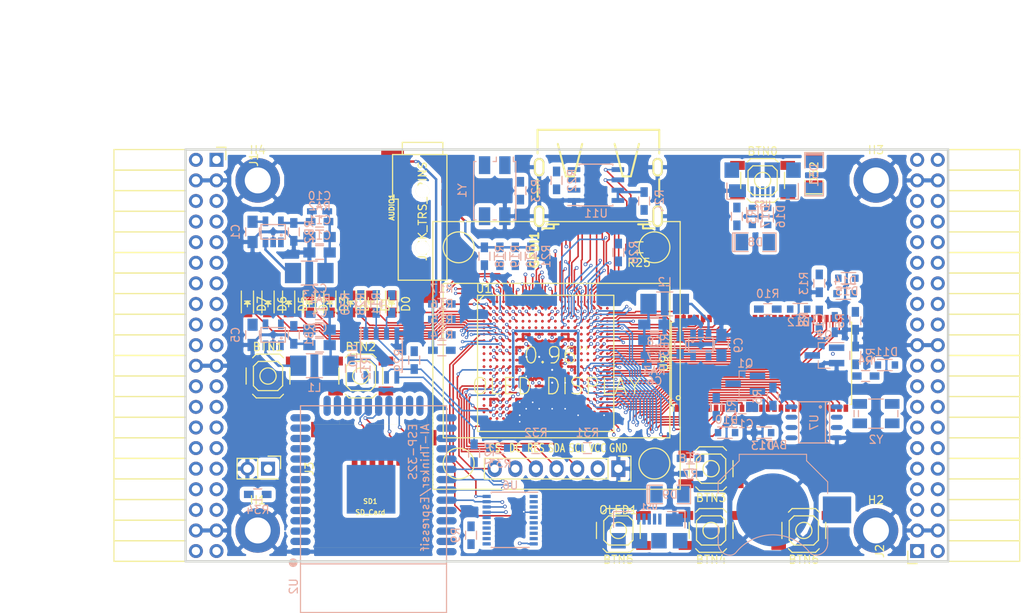
<source format=kicad_pcb>
(kicad_pcb (version 4) (host pcbnew 4.0.5+dfsg1-4)
  (layers (0 F.Cu signal) (1 In1.Cu signal) (2 In2.Cu signal) (31 B.Cu signal) (34 B.Paste user) (35 F.Paste user) (36 B.SilkS user) (37 F.SilkS user) (38 B.Mask user) (39 F.Mask user) (44 Edge.Cuts user))
  (net 0 "")
  (net 1 GND)
  (net 2 +5V)
  (net 3 /gpio/IN5V)
  (net 4 /gpio/OUT5V)
  (net 5 +3V3)
  (net 6 "Net-(L1-Pad1)")
  (net 7 "Net-(L2-Pad1)")
  (net 8 +1V2)
  (net 9 BTN_D)
  (net 10 BTN_F1)
  (net 11 BTN_F2)
  (net 12 BTN_L)
  (net 13 BTN_R)
  (net 14 BTN_U)
  (net 15 /power/FB1)
  (net 16 +2V5)
  (net 17 "Net-(L3-Pad1)")
  (net 18 /power/PWREN)
  (net 19 /power/FB3)
  (net 20 /power/FB2)
  (net 21 "Net-(D9-Pad1)")
  (net 22 /power/VBAT)
  (net 23 JTAG_TDI)
  (net 24 JTAG_TCK)
  (net 25 JTAG_TMS)
  (net 26 JTAG_TDO)
  (net 27 /power/WAKEUPn)
  (net 28 /power/WKUP)
  (net 29 /power/SHUT)
  (net 30 /power/WAKE)
  (net 31 /power/HOLD)
  (net 32 /power/WKn)
  (net 33 /power/OSCI_32k)
  (net 34 /power/OSCO_32k)
  (net 35 FTDI_nSUSPEND)
  (net 36 "Net-(Q2-Pad3)")
  (net 37 SHUTDOWN)
  (net 38 /analog/AUDIO_L)
  (net 39 /analog/AUDIO_R)
  (net 40 GPDI_5V_SCL)
  (net 41 GPDI_5V_SDA)
  (net 42 GPDI_SDA)
  (net 43 GPDI_SCL)
  (net 44 /gpdi/VREF2)
  (net 45 /blinkey/BTNPU)
  (net 46 SD_CMD)
  (net 47 SD_CLK)
  (net 48 SD_D0)
  (net 49 SD_D1)
  (net 50 USB5V)
  (net 51 "Net-(BTN0-Pad1)")
  (net 52 GPDI_CEC)
  (net 53 nRESET)
  (net 54 /usb/FT3V3)
  (net 55 FTDI_nDTR)
  (net 56 SDRAM_CKE)
  (net 57 SDRAM_A7)
  (net 58 SDRAM_D15)
  (net 59 SDRAM_BA1)
  (net 60 SDRAM_D7)
  (net 61 SDRAM_A6)
  (net 62 SDRAM_CLK)
  (net 63 SDRAM_D13)
  (net 64 SDRAM_BA0)
  (net 65 SDRAM_D6)
  (net 66 SDRAM_A5)
  (net 67 SDRAM_D14)
  (net 68 SDRAM_A11)
  (net 69 SDRAM_D12)
  (net 70 SDRAM_D5)
  (net 71 SDRAM_A4)
  (net 72 SDRAM_A10)
  (net 73 SDRAM_D11)
  (net 74 SDRAM_A3)
  (net 75 SDRAM_D4)
  (net 76 SDRAM_D10)
  (net 77 SDRAM_D9)
  (net 78 SDRAM_A9)
  (net 79 SDRAM_D3)
  (net 80 SDRAM_D8)
  (net 81 SDRAM_A8)
  (net 82 SDRAM_A2)
  (net 83 SDRAM_A1)
  (net 84 SDRAM_A0)
  (net 85 SDRAM_D2)
  (net 86 SDRAM_D1)
  (net 87 SDRAM_D0)
  (net 88 SDRAM_DQM0)
  (net 89 SDRAM_nCS)
  (net 90 SDRAM_nRAS)
  (net 91 SDRAM_DQM1)
  (net 92 SDRAM_nCAS)
  (net 93 SDRAM_nWE)
  (net 94 /flash/FLASH_nWP)
  (net 95 /flash/FLASH_nHOLD)
  (net 96 /flash/FLASH_MOSI)
  (net 97 /flash/FLASH_MISO)
  (net 98 /flash/FLASH_SCK)
  (net 99 /flash/FLASH_nCS)
  (net 100 /flash/FPGA_PROGRAMN)
  (net 101 /flash/FPGA_DONE)
  (net 102 /flash/FPGA_INITN)
  (net 103 OLED_RES)
  (net 104 OLED_DC)
  (net 105 OLED_CS)
  (net 106 WIFI_EN)
  (net 107 FTDI_nRTS)
  (net 108 WIFI_GPIO2)
  (net 109 FTDI_TXD)
  (net 110 FTDI_RXD)
  (net 111 WIFI_RXD)
  (net 112 WIFI_GPIO0)
  (net 113 FTDI_nCTS)
  (net 114 WIFI_TXD)
  (net 115 FTDI_nRI)
  (net 116 FTDI_nDCD)
  (net 117 /gpdi/CLK_25MHz)
  (net 118 GPDI_ETH-)
  (net 119 GPDI_ETH+)
  (net 120 GPDI_D2+)
  (net 121 GPDI_D2-)
  (net 122 GPDI_D1+)
  (net 123 GPDI_D1-)
  (net 124 GPDI_D0+)
  (net 125 GPDI_D0-)
  (net 126 GPDI_CLK+)
  (net 127 GPDI_CLK-)
  (net 128 USB_FPGA_D+)
  (net 129 USB_FPGA_D-)
  (net 130 USB_FTDI_D+)
  (net 131 USB_FTDI_D-)
  (net 132 J1_17-)
  (net 133 J1_17+)
  (net 134 J1_23-)
  (net 135 J1_23+)
  (net 136 J1_25-)
  (net 137 J1_25+)
  (net 138 J1_27-)
  (net 139 J1_27+)
  (net 140 J1_29-)
  (net 141 J1_29+)
  (net 142 J1_31-)
  (net 143 J1_31+)
  (net 144 J1_33-)
  (net 145 J1_33+)
  (net 146 J1_35-)
  (net 147 J1_35+)
  (net 148 J2_5-)
  (net 149 J2_5+)
  (net 150 J2_7-)
  (net 151 J2_7+)
  (net 152 J2_9-)
  (net 153 J2_9+)
  (net 154 J2_13-)
  (net 155 J2_13+)
  (net 156 J2_17-)
  (net 157 J2_17+)
  (net 158 J2_11-)
  (net 159 J2_11+)
  (net 160 J2_23-)
  (net 161 J2_23+)
  (net 162 J1_5-)
  (net 163 J1_5+)
  (net 164 J1_7-)
  (net 165 J1_7+)
  (net 166 J1_9-)
  (net 167 J1_9+)
  (net 168 J1_11-)
  (net 169 J1_11+)
  (net 170 J1_13-)
  (net 171 J1_13+)
  (net 172 J1_15-)
  (net 173 J1_15+)
  (net 174 J2_15-)
  (net 175 J2_15+)
  (net 176 J2_25-)
  (net 177 J2_25+)
  (net 178 J2_27-)
  (net 179 J2_27+)
  (net 180 J2_29-)
  (net 181 J2_29+)
  (net 182 J2_31-)
  (net 183 J2_31+)
  (net 184 J2_33-)
  (net 185 J2_33+)
  (net 186 J2_35-)
  (net 187 J2_35+)
  (net 188 SD_D3)
  (net 189 AUDIO_L3)
  (net 190 AUDIO_L2)
  (net 191 AUDIO_L1)
  (net 192 AUDIO_L0)
  (net 193 AUDIO_R3)
  (net 194 AUDIO_R2)
  (net 195 AUDIO_R1)
  (net 196 AUDIO_R0)
  (net 197 FTDI_nDSR)
  (net 198 OLED_CLK)
  (net 199 OLED_MOSI)
  (net 200 WIFI_GPIO15)
  (net 201 LED0)
  (net 202 LED1)
  (net 203 LED2)
  (net 204 LED3)
  (net 205 LED4)
  (net 206 LED5)
  (net 207 LED6)
  (net 208 LED7)
  (net 209 BTN_PWRn)
  (module lfe5bg381:BGA-381_pitch0.8mm_dia0.4mm (layer F.Cu) (at 138.48 87.8)
    (fp_text reference U1 (at -7.6 -9.2) (layer F.SilkS))
    (fp_text value LFE5U-25F-6BG381C)
    (pad A2 smd circle (at -6.8 -7.6) (size 0.35 0.35) (layers F.Cu F.Paste F.Mask) (net 139 J1_27+))
    (pad A3 smd circle (at -6 -7.6) (size 0.35 0.35) (layers F.Cu F.Paste F.Mask) (net 193 AUDIO_R3))
    (pad A4 smd circle (at -5.2 -7.6) (size 0.35 0.35) (layers F.Cu F.Paste F.Mask) (net 137 J1_25+))
    (pad A5 smd circle (at -4.4 -7.6) (size 0.35 0.35) (layers F.Cu F.Paste F.Mask) (net 136 J1_25-))
    (pad A6 smd circle (at -3.6 -7.6) (size 0.35 0.35) (layers F.Cu F.Paste F.Mask) (net 135 J1_23+))
    (pad A7 smd circle (at -2.8 -7.6) (size 0.35 0.35) (layers F.Cu F.Paste F.Mask) (net 173 J1_15+))
    (pad A8 smd circle (at -2 -7.6) (size 0.35 0.35) (layers F.Cu F.Paste F.Mask) (net 172 J1_15-))
    (pad A9 smd circle (at -1.2 -7.6) (size 0.35 0.35) (layers F.Cu F.Paste F.Mask) (net 166 J1_9-))
    (pad A10 smd circle (at -0.4 -7.6) (size 0.35 0.35) (layers F.Cu F.Paste F.Mask) (net 165 J1_7+))
    (pad A11 smd circle (at 0.4 -7.6) (size 0.35 0.35) (layers F.Cu F.Paste F.Mask) (net 164 J1_7-))
    (pad A12 smd circle (at 1.2 -7.6) (size 0.35 0.35) (layers F.Cu F.Paste F.Mask) (net 119 GPDI_ETH+))
    (pad A13 smd circle (at 2 -7.6) (size 0.35 0.35) (layers F.Cu F.Paste F.Mask) (net 118 GPDI_ETH-))
    (pad A14 smd circle (at 2.8 -7.6) (size 0.35 0.35) (layers F.Cu F.Paste F.Mask) (net 120 GPDI_D2+))
    (pad A15 smd circle (at 3.6 -7.6) (size 0.35 0.35) (layers F.Cu F.Paste F.Mask))
    (pad A16 smd circle (at 4.4 -7.6) (size 0.35 0.35) (layers F.Cu F.Paste F.Mask) (net 122 GPDI_D1+))
    (pad A17 smd circle (at 5.2 -7.6) (size 0.35 0.35) (layers F.Cu F.Paste F.Mask) (net 124 GPDI_D0+))
    (pad A18 smd circle (at 6 -7.6) (size 0.35 0.35) (layers F.Cu F.Paste F.Mask) (net 126 GPDI_CLK+))
    (pad A19 smd circle (at 6.8 -7.6) (size 0.35 0.35) (layers F.Cu F.Paste F.Mask) (net 52 GPDI_CEC))
    (pad B1 smd circle (at -7.6 -6.8) (size 0.35 0.35) (layers F.Cu F.Paste F.Mask) (net 138 J1_27-))
    (pad B2 smd circle (at -6.8 -6.8) (size 0.35 0.35) (layers F.Cu F.Paste F.Mask) (net 201 LED0))
    (pad B3 smd circle (at -6 -6.8) (size 0.35 0.35) (layers F.Cu F.Paste F.Mask) (net 192 AUDIO_L0))
    (pad B4 smd circle (at -5.2 -6.8) (size 0.35 0.35) (layers F.Cu F.Paste F.Mask) (net 140 J1_29-))
    (pad B5 smd circle (at -4.4 -6.8) (size 0.35 0.35) (layers F.Cu F.Paste F.Mask) (net 194 AUDIO_R2))
    (pad B6 smd circle (at -3.6 -6.8) (size 0.35 0.35) (layers F.Cu F.Paste F.Mask) (net 134 J1_23-))
    (pad B7 smd circle (at -2.8 -6.8) (size 0.35 0.35) (layers F.Cu F.Paste F.Mask) (net 1 GND))
    (pad B8 smd circle (at -2 -6.8) (size 0.35 0.35) (layers F.Cu F.Paste F.Mask) (net 170 J1_13-))
    (pad B9 smd circle (at -1.2 -6.8) (size 0.35 0.35) (layers F.Cu F.Paste F.Mask) (net 169 J1_11+))
    (pad B10 smd circle (at -0.4 -6.8) (size 0.35 0.35) (layers F.Cu F.Paste F.Mask) (net 167 J1_9+))
    (pad B11 smd circle (at 0.4 -6.8) (size 0.35 0.35) (layers F.Cu F.Paste F.Mask) (net 163 J1_5+))
    (pad B12 smd circle (at 1.2 -6.8) (size 0.35 0.35) (layers F.Cu F.Paste F.Mask) (net 117 /gpdi/CLK_25MHz))
    (pad B13 smd circle (at 2 -6.8) (size 0.35 0.35) (layers F.Cu F.Paste F.Mask) (net 187 J2_35+))
    (pad B14 smd circle (at 2.8 -6.8) (size 0.35 0.35) (layers F.Cu F.Paste F.Mask) (net 1 GND))
    (pad B15 smd circle (at 3.6 -6.8) (size 0.35 0.35) (layers F.Cu F.Paste F.Mask) (net 183 J2_31+))
    (pad B16 smd circle (at 4.4 -6.8) (size 0.35 0.35) (layers F.Cu F.Paste F.Mask) (net 123 GPDI_D1-))
    (pad B17 smd circle (at 5.2 -6.8) (size 0.35 0.35) (layers F.Cu F.Paste F.Mask) (net 179 J2_27+))
    (pad B18 smd circle (at 6 -6.8) (size 0.35 0.35) (layers F.Cu F.Paste F.Mask) (net 125 GPDI_D0-))
    (pad B19 smd circle (at 6.8 -6.8) (size 0.35 0.35) (layers F.Cu F.Paste F.Mask) (net 127 GPDI_CLK-))
    (pad B20 smd circle (at 7.6 -6.8) (size 0.35 0.35) (layers F.Cu F.Paste F.Mask) (net 43 GPDI_SCL))
    (pad C1 smd circle (at -7.6 -6) (size 0.35 0.35) (layers F.Cu F.Paste F.Mask) (net 203 LED2))
    (pad C2 smd circle (at -6.8 -6) (size 0.35 0.35) (layers F.Cu F.Paste F.Mask) (net 202 LED1))
    (pad C3 smd circle (at -6 -6) (size 0.35 0.35) (layers F.Cu F.Paste F.Mask) (net 190 AUDIO_L2))
    (pad C4 smd circle (at -5.2 -6) (size 0.35 0.35) (layers F.Cu F.Paste F.Mask) (net 141 J1_29+))
    (pad C5 smd circle (at -4.4 -6) (size 0.35 0.35) (layers F.Cu F.Paste F.Mask) (net 195 AUDIO_R1))
    (pad C6 smd circle (at -3.6 -6) (size 0.35 0.35) (layers F.Cu F.Paste F.Mask) (net 133 J1_17+))
    (pad C7 smd circle (at -2.8 -6) (size 0.35 0.35) (layers F.Cu F.Paste F.Mask) (net 132 J1_17-))
    (pad C8 smd circle (at -2 -6) (size 0.35 0.35) (layers F.Cu F.Paste F.Mask) (net 171 J1_13+))
    (pad C9 smd circle (at -1.2 -6) (size 0.35 0.35) (layers F.Cu F.Paste F.Mask))
    (pad C10 smd circle (at -0.4 -6) (size 0.35 0.35) (layers F.Cu F.Paste F.Mask) (net 168 J1_11-))
    (pad C11 smd circle (at 0.4 -6) (size 0.35 0.35) (layers F.Cu F.Paste F.Mask) (net 162 J1_5-))
    (pad C12 smd circle (at 1.2 -6) (size 0.35 0.35) (layers F.Cu F.Paste F.Mask) (net 42 GPDI_SDA))
    (pad C13 smd circle (at 2 -6) (size 0.35 0.35) (layers F.Cu F.Paste F.Mask) (net 186 J2_35-))
    (pad C14 smd circle (at 2.8 -6) (size 0.35 0.35) (layers F.Cu F.Paste F.Mask) (net 121 GPDI_D2-))
    (pad C15 smd circle (at 3.6 -6) (size 0.35 0.35) (layers F.Cu F.Paste F.Mask) (net 182 J2_31-))
    (pad C16 smd circle (at 4.4 -6) (size 0.35 0.35) (layers F.Cu F.Paste F.Mask) (net 181 J2_29+))
    (pad C17 smd circle (at 5.2 -6) (size 0.35 0.35) (layers F.Cu F.Paste F.Mask) (net 178 J2_27-))
    (pad C18 smd circle (at 6 -6) (size 0.35 0.35) (layers F.Cu F.Paste F.Mask) (net 161 J2_23+))
    (pad C19 smd circle (at 6.8 -6) (size 0.35 0.35) (layers F.Cu F.Paste F.Mask) (net 1 GND))
    (pad C20 smd circle (at 7.6 -6) (size 0.35 0.35) (layers F.Cu F.Paste F.Mask) (net 58 SDRAM_D15))
    (pad D1 smd circle (at -7.6 -5.2) (size 0.35 0.35) (layers F.Cu F.Paste F.Mask) (net 205 LED4))
    (pad D2 smd circle (at -6.8 -5.2) (size 0.35 0.35) (layers F.Cu F.Paste F.Mask) (net 204 LED3))
    (pad D3 smd circle (at -6 -5.2) (size 0.35 0.35) (layers F.Cu F.Paste F.Mask) (net 191 AUDIO_L1))
    (pad D4 smd circle (at -5.2 -5.2) (size 0.35 0.35) (layers F.Cu F.Paste F.Mask) (net 1 GND))
    (pad D5 smd circle (at -4.4 -5.2) (size 0.35 0.35) (layers F.Cu F.Paste F.Mask))
    (pad D6 smd circle (at -3.6 -5.2) (size 0.35 0.35) (layers F.Cu F.Paste F.Mask) (net 209 BTN_PWRn))
    (pad D7 smd circle (at -2.8 -5.2) (size 0.35 0.35) (layers F.Cu F.Paste F.Mask))
    (pad D8 smd circle (at -2 -5.2) (size 0.35 0.35) (layers F.Cu F.Paste F.Mask))
    (pad D9 smd circle (at -1.2 -5.2) (size 0.35 0.35) (layers F.Cu F.Paste F.Mask))
    (pad D10 smd circle (at -0.4 -5.2) (size 0.35 0.35) (layers F.Cu F.Paste F.Mask))
    (pad D11 smd circle (at 0.4 -5.2) (size 0.35 0.35) (layers F.Cu F.Paste F.Mask) (net 14 BTN_U))
    (pad D12 smd circle (at 1.2 -5.2) (size 0.35 0.35) (layers F.Cu F.Paste F.Mask))
    (pad D13 smd circle (at 2 -5.2) (size 0.35 0.35) (layers F.Cu F.Paste F.Mask) (net 185 J2_33+))
    (pad D14 smd circle (at 2.8 -5.2) (size 0.35 0.35) (layers F.Cu F.Paste F.Mask))
    (pad D15 smd circle (at 3.6 -5.2) (size 0.35 0.35) (layers F.Cu F.Paste F.Mask) (net 177 J2_25+))
    (pad D16 smd circle (at 4.4 -5.2) (size 0.35 0.35) (layers F.Cu F.Paste F.Mask) (net 180 J2_29-))
    (pad D17 smd circle (at 5.2 -5.2) (size 0.35 0.35) (layers F.Cu F.Paste F.Mask) (net 160 J2_23-))
    (pad D18 smd circle (at 6 -5.2) (size 0.35 0.35) (layers F.Cu F.Paste F.Mask) (net 157 J2_17+))
    (pad D19 smd circle (at 6.8 -5.2) (size 0.35 0.35) (layers F.Cu F.Paste F.Mask) (net 67 SDRAM_D14))
    (pad D20 smd circle (at 7.6 -5.2) (size 0.35 0.35) (layers F.Cu F.Paste F.Mask) (net 63 SDRAM_D13))
    (pad E1 smd circle (at -7.6 -4.4) (size 0.35 0.35) (layers F.Cu F.Paste F.Mask) (net 207 LED6))
    (pad E2 smd circle (at -6.8 -4.4) (size 0.35 0.35) (layers F.Cu F.Paste F.Mask) (net 206 LED5))
    (pad E3 smd circle (at -6 -4.4) (size 0.35 0.35) (layers F.Cu F.Paste F.Mask) (net 142 J1_31-))
    (pad E4 smd circle (at -5.2 -4.4) (size 0.35 0.35) (layers F.Cu F.Paste F.Mask))
    (pad E5 smd circle (at -4.4 -4.4) (size 0.35 0.35) (layers F.Cu F.Paste F.Mask) (net 189 AUDIO_L3))
    (pad E6 smd circle (at -3.6 -4.4) (size 0.35 0.35) (layers F.Cu F.Paste F.Mask))
    (pad E7 smd circle (at -2.8 -4.4) (size 0.35 0.35) (layers F.Cu F.Paste F.Mask))
    (pad E8 smd circle (at -2 -4.4) (size 0.35 0.35) (layers F.Cu F.Paste F.Mask))
    (pad E9 smd circle (at -1.2 -4.4) (size 0.35 0.35) (layers F.Cu F.Paste F.Mask))
    (pad E10 smd circle (at -0.4 -4.4) (size 0.35 0.35) (layers F.Cu F.Paste F.Mask))
    (pad E11 smd circle (at 0.4 -4.4) (size 0.35 0.35) (layers F.Cu F.Paste F.Mask))
    (pad E12 smd circle (at 1.2 -4.4) (size 0.35 0.35) (layers F.Cu F.Paste F.Mask))
    (pad E13 smd circle (at 2 -4.4) (size 0.35 0.35) (layers F.Cu F.Paste F.Mask) (net 184 J2_33-))
    (pad E14 smd circle (at 2.8 -4.4) (size 0.35 0.35) (layers F.Cu F.Paste F.Mask))
    (pad E15 smd circle (at 3.6 -4.4) (size 0.35 0.35) (layers F.Cu F.Paste F.Mask) (net 176 J2_25-))
    (pad E16 smd circle (at 4.4 -4.4) (size 0.35 0.35) (layers F.Cu F.Paste F.Mask))
    (pad E17 smd circle (at 5.2 -4.4) (size 0.35 0.35) (layers F.Cu F.Paste F.Mask) (net 156 J2_17-))
    (pad E18 smd circle (at 6 -4.4) (size 0.35 0.35) (layers F.Cu F.Paste F.Mask) (net 75 SDRAM_D4))
    (pad E19 smd circle (at 6.8 -4.4) (size 0.35 0.35) (layers F.Cu F.Paste F.Mask) (net 69 SDRAM_D12))
    (pad E20 smd circle (at 7.6 -4.4) (size 0.35 0.35) (layers F.Cu F.Paste F.Mask) (net 73 SDRAM_D11))
    (pad F1 smd circle (at -7.6 -3.6) (size 0.35 0.35) (layers F.Cu F.Paste F.Mask) (net 110 FTDI_RXD))
    (pad F2 smd circle (at -6.8 -3.6) (size 0.35 0.35) (layers F.Cu F.Paste F.Mask) (net 208 LED7))
    (pad F3 smd circle (at -6 -3.6) (size 0.35 0.35) (layers F.Cu F.Paste F.Mask) (net 144 J1_33-))
    (pad F4 smd circle (at -5.2 -3.6) (size 0.35 0.35) (layers F.Cu F.Paste F.Mask) (net 143 J1_31+))
    (pad F5 smd circle (at -4.4 -3.6) (size 0.35 0.35) (layers F.Cu F.Paste F.Mask) (net 196 AUDIO_R0))
    (pad F6 smd circle (at -3.6 -3.6) (size 0.35 0.35) (layers F.Cu F.Paste F.Mask) (net 16 +2V5))
    (pad F7 smd circle (at -2.8 -3.6) (size 0.35 0.35) (layers F.Cu F.Paste F.Mask) (net 1 GND))
    (pad F8 smd circle (at -2 -3.6) (size 0.35 0.35) (layers F.Cu F.Paste F.Mask) (net 1 GND))
    (pad F9 smd circle (at -1.2 -3.6) (size 0.35 0.35) (layers F.Cu F.Paste F.Mask) (net 5 +3V3))
    (pad F10 smd circle (at -0.4 -3.6) (size 0.35 0.35) (layers F.Cu F.Paste F.Mask) (net 5 +3V3))
    (pad F11 smd circle (at 0.4 -3.6) (size 0.35 0.35) (layers F.Cu F.Paste F.Mask) (net 5 +3V3))
    (pad F12 smd circle (at 1.2 -3.6) (size 0.35 0.35) (layers F.Cu F.Paste F.Mask) (net 5 +3V3))
    (pad F13 smd circle (at 2 -3.6) (size 0.35 0.35) (layers F.Cu F.Paste F.Mask) (net 1 GND))
    (pad F14 smd circle (at 2.8 -3.6) (size 0.35 0.35) (layers F.Cu F.Paste F.Mask) (net 1 GND))
    (pad F15 smd circle (at 3.6 -3.6) (size 0.35 0.35) (layers F.Cu F.Paste F.Mask) (net 16 +2V5))
    (pad F16 smd circle (at 4.4 -3.6) (size 0.35 0.35) (layers F.Cu F.Paste F.Mask))
    (pad F17 smd circle (at 5.2 -3.6) (size 0.35 0.35) (layers F.Cu F.Paste F.Mask) (net 175 J2_15+))
    (pad F18 smd circle (at 6 -3.6) (size 0.35 0.35) (layers F.Cu F.Paste F.Mask) (net 70 SDRAM_D5))
    (pad F19 smd circle (at 6.8 -3.6) (size 0.35 0.35) (layers F.Cu F.Paste F.Mask) (net 76 SDRAM_D10))
    (pad F20 smd circle (at 7.6 -3.6) (size 0.35 0.35) (layers F.Cu F.Paste F.Mask) (net 77 SDRAM_D9))
    (pad G1 smd circle (at -7.6 -2.8) (size 0.35 0.35) (layers F.Cu F.Paste F.Mask) (net 109 FTDI_TXD))
    (pad G2 smd circle (at -6.8 -2.8) (size 0.35 0.35) (layers F.Cu F.Paste F.Mask) (net 111 WIFI_RXD))
    (pad G3 smd circle (at -6 -2.8) (size 0.35 0.35) (layers F.Cu F.Paste F.Mask) (net 145 J1_33+))
    (pad G4 smd circle (at -5.2 -2.8) (size 0.35 0.35) (layers F.Cu F.Paste F.Mask) (net 1 GND))
    (pad G5 smd circle (at -4.4 -2.8) (size 0.35 0.35) (layers F.Cu F.Paste F.Mask) (net 146 J1_35-))
    (pad G6 smd circle (at -3.6 -2.8) (size 0.35 0.35) (layers F.Cu F.Paste F.Mask) (net 1 GND))
    (pad G7 smd circle (at -2.8 -2.8) (size 0.35 0.35) (layers F.Cu F.Paste F.Mask) (net 1 GND))
    (pad G8 smd circle (at -2 -2.8) (size 0.35 0.35) (layers F.Cu F.Paste F.Mask) (net 1 GND))
    (pad G9 smd circle (at -1.2 -2.8) (size 0.35 0.35) (layers F.Cu F.Paste F.Mask) (net 1 GND))
    (pad G10 smd circle (at -0.4 -2.8) (size 0.35 0.35) (layers F.Cu F.Paste F.Mask) (net 1 GND))
    (pad G11 smd circle (at 0.4 -2.8) (size 0.35 0.35) (layers F.Cu F.Paste F.Mask) (net 1 GND))
    (pad G12 smd circle (at 1.2 -2.8) (size 0.35 0.35) (layers F.Cu F.Paste F.Mask) (net 1 GND))
    (pad G13 smd circle (at 2 -2.8) (size 0.35 0.35) (layers F.Cu F.Paste F.Mask) (net 1 GND))
    (pad G14 smd circle (at 2.8 -2.8) (size 0.35 0.35) (layers F.Cu F.Paste F.Mask) (net 1 GND))
    (pad G15 smd circle (at 3.6 -2.8) (size 0.35 0.35) (layers F.Cu F.Paste F.Mask) (net 1 GND))
    (pad G16 smd circle (at 4.4 -2.8) (size 0.35 0.35) (layers F.Cu F.Paste F.Mask))
    (pad G17 smd circle (at 5.2 -2.8) (size 0.35 0.35) (layers F.Cu F.Paste F.Mask) (net 1 GND))
    (pad G18 smd circle (at 6 -2.8) (size 0.35 0.35) (layers F.Cu F.Paste F.Mask) (net 174 J2_15-))
    (pad G19 smd circle (at 6.8 -2.8) (size 0.35 0.35) (layers F.Cu F.Paste F.Mask) (net 80 SDRAM_D8))
    (pad G20 smd circle (at 7.6 -2.8) (size 0.35 0.35) (layers F.Cu F.Paste F.Mask) (net 91 SDRAM_DQM1))
    (pad H1 smd circle (at -7.6 -2) (size 0.35 0.35) (layers F.Cu F.Paste F.Mask) (net 200 WIFI_GPIO15))
    (pad H2 smd circle (at -6.8 -2) (size 0.35 0.35) (layers F.Cu F.Paste F.Mask) (net 114 WIFI_TXD))
    (pad H3 smd circle (at -6 -2) (size 0.35 0.35) (layers F.Cu F.Paste F.Mask))
    (pad H4 smd circle (at -5.2 -2) (size 0.35 0.35) (layers F.Cu F.Paste F.Mask) (net 147 J1_35+))
    (pad H5 smd circle (at -4.4 -2) (size 0.35 0.35) (layers F.Cu F.Paste F.Mask))
    (pad H6 smd circle (at -3.6 -2) (size 0.35 0.35) (layers F.Cu F.Paste F.Mask) (net 5 +3V3))
    (pad H7 smd circle (at -2.8 -2) (size 0.35 0.35) (layers F.Cu F.Paste F.Mask) (net 5 +3V3))
    (pad H8 smd circle (at -2 -2) (size 0.35 0.35) (layers F.Cu F.Paste F.Mask) (net 8 +1V2))
    (pad H9 smd circle (at -1.2 -2) (size 0.35 0.35) (layers F.Cu F.Paste F.Mask) (net 8 +1V2))
    (pad H10 smd circle (at -0.4 -2) (size 0.35 0.35) (layers F.Cu F.Paste F.Mask) (net 8 +1V2))
    (pad H11 smd circle (at 0.4 -2) (size 0.35 0.35) (layers F.Cu F.Paste F.Mask) (net 8 +1V2))
    (pad H12 smd circle (at 1.2 -2) (size 0.35 0.35) (layers F.Cu F.Paste F.Mask) (net 8 +1V2))
    (pad H13 smd circle (at 2 -2) (size 0.35 0.35) (layers F.Cu F.Paste F.Mask) (net 8 +1V2))
    (pad H14 smd circle (at 2.8 -2) (size 0.35 0.35) (layers F.Cu F.Paste F.Mask) (net 5 +3V3))
    (pad H15 smd circle (at 3.6 -2) (size 0.35 0.35) (layers F.Cu F.Paste F.Mask) (net 5 +3V3))
    (pad H16 smd circle (at 4.4 -2) (size 0.35 0.35) (layers F.Cu F.Paste F.Mask))
    (pad H17 smd circle (at 5.2 -2) (size 0.35 0.35) (layers F.Cu F.Paste F.Mask) (net 154 J2_13-))
    (pad H18 smd circle (at 6 -2) (size 0.35 0.35) (layers F.Cu F.Paste F.Mask) (net 155 J2_13+))
    (pad H19 smd circle (at 6.8 -2) (size 0.35 0.35) (layers F.Cu F.Paste F.Mask) (net 1 GND))
    (pad H20 smd circle (at 7.6 -2) (size 0.35 0.35) (layers F.Cu F.Paste F.Mask) (net 62 SDRAM_CLK))
    (pad J1 smd circle (at -7.6 -1.2) (size 0.35 0.35) (layers F.Cu F.Paste F.Mask))
    (pad J2 smd circle (at -6.8 -1.2) (size 0.35 0.35) (layers F.Cu F.Paste F.Mask) (net 1 GND))
    (pad J3 smd circle (at -6 -1.2) (size 0.35 0.35) (layers F.Cu F.Paste F.Mask) (net 112 WIFI_GPIO0))
    (pad J4 smd circle (at -5.2 -1.2) (size 0.35 0.35) (layers F.Cu F.Paste F.Mask) (net 108 WIFI_GPIO2))
    (pad J5 smd circle (at -4.4 -1.2) (size 0.35 0.35) (layers F.Cu F.Paste F.Mask) (net 113 FTDI_nCTS))
    (pad J6 smd circle (at -3.6 -1.2) (size 0.35 0.35) (layers F.Cu F.Paste F.Mask) (net 5 +3V3))
    (pad J7 smd circle (at -2.8 -1.2) (size 0.35 0.35) (layers F.Cu F.Paste F.Mask) (net 1 GND))
    (pad J8 smd circle (at -2 -1.2) (size 0.35 0.35) (layers F.Cu F.Paste F.Mask) (net 8 +1V2))
    (pad J9 smd circle (at -1.2 -1.2) (size 0.35 0.35) (layers F.Cu F.Paste F.Mask) (net 1 GND))
    (pad J10 smd circle (at -0.4 -1.2) (size 0.35 0.35) (layers F.Cu F.Paste F.Mask) (net 1 GND))
    (pad J11 smd circle (at 0.4 -1.2) (size 0.35 0.35) (layers F.Cu F.Paste F.Mask) (net 1 GND))
    (pad J12 smd circle (at 1.2 -1.2) (size 0.35 0.35) (layers F.Cu F.Paste F.Mask) (net 1 GND))
    (pad J13 smd circle (at 2 -1.2) (size 0.35 0.35) (layers F.Cu F.Paste F.Mask) (net 8 +1V2))
    (pad J14 smd circle (at 2.8 -1.2) (size 0.35 0.35) (layers F.Cu F.Paste F.Mask) (net 1 GND))
    (pad J15 smd circle (at 3.6 -1.2) (size 0.35 0.35) (layers F.Cu F.Paste F.Mask) (net 5 +3V3))
    (pad J16 smd circle (at 4.4 -1.2) (size 0.35 0.35) (layers F.Cu F.Paste F.Mask))
    (pad J17 smd circle (at 5.2 -1.2) (size 0.35 0.35) (layers F.Cu F.Paste F.Mask))
    (pad J18 smd circle (at 6 -1.2) (size 0.35 0.35) (layers F.Cu F.Paste F.Mask) (net 79 SDRAM_D3))
    (pad J19 smd circle (at 6.8 -1.2) (size 0.35 0.35) (layers F.Cu F.Paste F.Mask) (net 56 SDRAM_CKE))
    (pad J20 smd circle (at 7.6 -1.2) (size 0.35 0.35) (layers F.Cu F.Paste F.Mask) (net 68 SDRAM_A11))
    (pad K1 smd circle (at -7.6 -0.4) (size 0.35 0.35) (layers F.Cu F.Paste F.Mask))
    (pad K2 smd circle (at -6.8 -0.4) (size 0.35 0.35) (layers F.Cu F.Paste F.Mask) (net 55 FTDI_nDTR))
    (pad K3 smd circle (at -6 -0.4) (size 0.35 0.35) (layers F.Cu F.Paste F.Mask) (net 107 FTDI_nRTS))
    (pad K4 smd circle (at -5.2 -0.4) (size 0.35 0.35) (layers F.Cu F.Paste F.Mask))
    (pad K5 smd circle (at -4.4 -0.4) (size 0.35 0.35) (layers F.Cu F.Paste F.Mask))
    (pad K6 smd circle (at -3.6 -0.4) (size 0.35 0.35) (layers F.Cu F.Paste F.Mask) (net 1 GND))
    (pad K7 smd circle (at -2.8 -0.4) (size 0.35 0.35) (layers F.Cu F.Paste F.Mask) (net 1 GND))
    (pad K8 smd circle (at -2 -0.4) (size 0.35 0.35) (layers F.Cu F.Paste F.Mask) (net 8 +1V2))
    (pad K9 smd circle (at -1.2 -0.4) (size 0.35 0.35) (layers F.Cu F.Paste F.Mask) (net 1 GND))
    (pad K10 smd circle (at -0.4 -0.4) (size 0.35 0.35) (layers F.Cu F.Paste F.Mask) (net 1 GND))
    (pad K11 smd circle (at 0.4 -0.4) (size 0.35 0.35) (layers F.Cu F.Paste F.Mask) (net 1 GND))
    (pad K12 smd circle (at 1.2 -0.4) (size 0.35 0.35) (layers F.Cu F.Paste F.Mask) (net 1 GND))
    (pad K13 smd circle (at 2 -0.4) (size 0.35 0.35) (layers F.Cu F.Paste F.Mask) (net 8 +1V2))
    (pad K14 smd circle (at 2.8 -0.4) (size 0.35 0.35) (layers F.Cu F.Paste F.Mask) (net 1 GND))
    (pad K15 smd circle (at 3.6 -0.4) (size 0.35 0.35) (layers F.Cu F.Paste F.Mask) (net 1 GND))
    (pad K16 smd circle (at 4.4 -0.4) (size 0.35 0.35) (layers F.Cu F.Paste F.Mask))
    (pad K17 smd circle (at 5.2 -0.4) (size 0.35 0.35) (layers F.Cu F.Paste F.Mask))
    (pad K18 smd circle (at 6 -0.4) (size 0.35 0.35) (layers F.Cu F.Paste F.Mask) (net 85 SDRAM_D2))
    (pad K19 smd circle (at 6.8 -0.4) (size 0.35 0.35) (layers F.Cu F.Paste F.Mask) (net 78 SDRAM_A9))
    (pad K20 smd circle (at 7.6 -0.4) (size 0.35 0.35) (layers F.Cu F.Paste F.Mask) (net 81 SDRAM_A8))
    (pad L1 smd circle (at -7.6 0.4) (size 0.35 0.35) (layers F.Cu F.Paste F.Mask) (net 48 SD_D0))
    (pad L2 smd circle (at -6.8 0.4) (size 0.35 0.35) (layers F.Cu F.Paste F.Mask) (net 116 FTDI_nDCD))
    (pad L3 smd circle (at -6 0.4) (size 0.35 0.35) (layers F.Cu F.Paste F.Mask) (net 105 OLED_CS))
    (pad L4 smd circle (at -5.2 0.4) (size 0.35 0.35) (layers F.Cu F.Paste F.Mask) (net 106 WIFI_EN))
    (pad L5 smd circle (at -4.4 0.4) (size 0.35 0.35) (layers F.Cu F.Paste F.Mask) (net 197 FTDI_nDSR))
    (pad L6 smd circle (at -3.6 0.4) (size 0.35 0.35) (layers F.Cu F.Paste F.Mask) (net 5 +3V3))
    (pad L7 smd circle (at -2.8 0.4) (size 0.35 0.35) (layers F.Cu F.Paste F.Mask) (net 5 +3V3))
    (pad L8 smd circle (at -2 0.4) (size 0.35 0.35) (layers F.Cu F.Paste F.Mask) (net 8 +1V2))
    (pad L9 smd circle (at -1.2 0.4) (size 0.35 0.35) (layers F.Cu F.Paste F.Mask) (net 1 GND))
    (pad L10 smd circle (at -0.4 0.4) (size 0.35 0.35) (layers F.Cu F.Paste F.Mask) (net 1 GND))
    (pad L11 smd circle (at 0.4 0.4) (size 0.35 0.35) (layers F.Cu F.Paste F.Mask) (net 1 GND))
    (pad L12 smd circle (at 1.2 0.4) (size 0.35 0.35) (layers F.Cu F.Paste F.Mask) (net 1 GND))
    (pad L13 smd circle (at 2 0.4) (size 0.35 0.35) (layers F.Cu F.Paste F.Mask) (net 8 +1V2))
    (pad L14 smd circle (at 2.8 0.4) (size 0.35 0.35) (layers F.Cu F.Paste F.Mask) (net 5 +3V3))
    (pad L15 smd circle (at 3.6 0.4) (size 0.35 0.35) (layers F.Cu F.Paste F.Mask) (net 5 +3V3))
    (pad L16 smd circle (at 4.4 0.4) (size 0.35 0.35) (layers F.Cu F.Paste F.Mask) (net 159 J2_11+))
    (pad L17 smd circle (at 5.2 0.4) (size 0.35 0.35) (layers F.Cu F.Paste F.Mask) (net 158 J2_11-))
    (pad L18 smd circle (at 6 0.4) (size 0.35 0.35) (layers F.Cu F.Paste F.Mask) (net 86 SDRAM_D1))
    (pad L19 smd circle (at 6.8 0.4) (size 0.35 0.35) (layers F.Cu F.Paste F.Mask) (net 57 SDRAM_A7))
    (pad L20 smd circle (at 7.6 0.4) (size 0.35 0.35) (layers F.Cu F.Paste F.Mask) (net 61 SDRAM_A6))
    (pad M1 smd circle (at -7.6 1.2) (size 0.35 0.35) (layers F.Cu F.Paste F.Mask) (net 46 SD_CMD))
    (pad M2 smd circle (at -6.8 1.2) (size 0.35 0.35) (layers F.Cu F.Paste F.Mask) (net 1 GND))
    (pad M3 smd circle (at -6 1.2) (size 0.35 0.35) (layers F.Cu F.Paste F.Mask) (net 129 USB_FPGA_D-))
    (pad M4 smd circle (at -5.2 1.2) (size 0.35 0.35) (layers F.Cu F.Paste F.Mask))
    (pad M5 smd circle (at -4.4 1.2) (size 0.35 0.35) (layers F.Cu F.Paste F.Mask))
    (pad M6 smd circle (at -3.6 1.2) (size 0.35 0.35) (layers F.Cu F.Paste F.Mask) (net 5 +3V3))
    (pad M7 smd circle (at -2.8 1.2) (size 0.35 0.35) (layers F.Cu F.Paste F.Mask) (net 1 GND))
    (pad M8 smd circle (at -2 1.2) (size 0.35 0.35) (layers F.Cu F.Paste F.Mask) (net 8 +1V2))
    (pad M9 smd circle (at -1.2 1.2) (size 0.35 0.35) (layers F.Cu F.Paste F.Mask) (net 1 GND))
    (pad M10 smd circle (at -0.4 1.2) (size 0.35 0.35) (layers F.Cu F.Paste F.Mask) (net 1 GND))
    (pad M11 smd circle (at 0.4 1.2) (size 0.35 0.35) (layers F.Cu F.Paste F.Mask) (net 1 GND))
    (pad M12 smd circle (at 1.2 1.2) (size 0.35 0.35) (layers F.Cu F.Paste F.Mask) (net 1 GND))
    (pad M13 smd circle (at 2 1.2) (size 0.35 0.35) (layers F.Cu F.Paste F.Mask) (net 8 +1V2))
    (pad M14 smd circle (at 2.8 1.2) (size 0.35 0.35) (layers F.Cu F.Paste F.Mask) (net 1 GND))
    (pad M15 smd circle (at 3.6 1.2) (size 0.35 0.35) (layers F.Cu F.Paste F.Mask) (net 5 +3V3))
    (pad M16 smd circle (at 4.4 1.2) (size 0.35 0.35) (layers F.Cu F.Paste F.Mask) (net 1 GND))
    (pad M17 smd circle (at 5.2 1.2) (size 0.35 0.35) (layers F.Cu F.Paste F.Mask) (net 152 J2_9-))
    (pad M18 smd circle (at 6 1.2) (size 0.35 0.35) (layers F.Cu F.Paste F.Mask) (net 87 SDRAM_D0))
    (pad M19 smd circle (at 6.8 1.2) (size 0.35 0.35) (layers F.Cu F.Paste F.Mask) (net 66 SDRAM_A5))
    (pad M20 smd circle (at 7.6 1.2) (size 0.35 0.35) (layers F.Cu F.Paste F.Mask) (net 71 SDRAM_A4))
    (pad N1 smd circle (at -7.6 2) (size 0.35 0.35) (layers F.Cu F.Paste F.Mask) (net 47 SD_CLK))
    (pad N2 smd circle (at -6.8 2) (size 0.35 0.35) (layers F.Cu F.Paste F.Mask) (net 188 SD_D3))
    (pad N3 smd circle (at -6 2) (size 0.35 0.35) (layers F.Cu F.Paste F.Mask) (net 128 USB_FPGA_D+))
    (pad N4 smd circle (at -5.2 2) (size 0.35 0.35) (layers F.Cu F.Paste F.Mask) (net 49 SD_D1))
    (pad N5 smd circle (at -4.4 2) (size 0.35 0.35) (layers F.Cu F.Paste F.Mask))
    (pad N6 smd circle (at -3.6 2) (size 0.35 0.35) (layers F.Cu F.Paste F.Mask) (net 1 GND))
    (pad N7 smd circle (at -2.8 2) (size 0.35 0.35) (layers F.Cu F.Paste F.Mask) (net 1 GND))
    (pad N8 smd circle (at -2 2) (size 0.35 0.35) (layers F.Cu F.Paste F.Mask) (net 8 +1V2))
    (pad N9 smd circle (at -1.2 2) (size 0.35 0.35) (layers F.Cu F.Paste F.Mask) (net 8 +1V2))
    (pad N10 smd circle (at -0.4 2) (size 0.35 0.35) (layers F.Cu F.Paste F.Mask) (net 8 +1V2))
    (pad N11 smd circle (at 0.4 2) (size 0.35 0.35) (layers F.Cu F.Paste F.Mask) (net 8 +1V2))
    (pad N12 smd circle (at 1.2 2) (size 0.35 0.35) (layers F.Cu F.Paste F.Mask) (net 8 +1V2))
    (pad N13 smd circle (at 2 2) (size 0.35 0.35) (layers F.Cu F.Paste F.Mask) (net 8 +1V2))
    (pad N14 smd circle (at 2.8 2) (size 0.35 0.35) (layers F.Cu F.Paste F.Mask) (net 1 GND))
    (pad N15 smd circle (at 3.6 2) (size 0.35 0.35) (layers F.Cu F.Paste F.Mask) (net 1 GND))
    (pad N16 smd circle (at 4.4 2) (size 0.35 0.35) (layers F.Cu F.Paste F.Mask) (net 153 J2_9+))
    (pad N17 smd circle (at 5.2 2) (size 0.35 0.35) (layers F.Cu F.Paste F.Mask) (net 151 J2_7+))
    (pad N18 smd circle (at 6 2) (size 0.35 0.35) (layers F.Cu F.Paste F.Mask) (net 65 SDRAM_D6))
    (pad N19 smd circle (at 6.8 2) (size 0.35 0.35) (layers F.Cu F.Paste F.Mask) (net 74 SDRAM_A3))
    (pad N20 smd circle (at 7.6 2) (size 0.35 0.35) (layers F.Cu F.Paste F.Mask) (net 82 SDRAM_A2))
    (pad P1 smd circle (at -7.6 2.8) (size 0.35 0.35) (layers F.Cu F.Paste F.Mask) (net 104 OLED_DC))
    (pad P2 smd circle (at -6.8 2.8) (size 0.35 0.35) (layers F.Cu F.Paste F.Mask) (net 103 OLED_RES))
    (pad P3 smd circle (at -6 2.8) (size 0.35 0.35) (layers F.Cu F.Paste F.Mask) (net 199 OLED_MOSI))
    (pad P4 smd circle (at -5.2 2.8) (size 0.35 0.35) (layers F.Cu F.Paste F.Mask) (net 198 OLED_CLK))
    (pad P5 smd circle (at -4.4 2.8) (size 0.35 0.35) (layers F.Cu F.Paste F.Mask) (net 115 FTDI_nRI))
    (pad P6 smd circle (at -3.6 2.8) (size 0.35 0.35) (layers F.Cu F.Paste F.Mask) (net 16 +2V5))
    (pad P7 smd circle (at -2.8 2.8) (size 0.35 0.35) (layers F.Cu F.Paste F.Mask) (net 1 GND))
    (pad P8 smd circle (at -2 2.8) (size 0.35 0.35) (layers F.Cu F.Paste F.Mask) (net 1 GND))
    (pad P9 smd circle (at -1.2 2.8) (size 0.35 0.35) (layers F.Cu F.Paste F.Mask) (net 5 +3V3))
    (pad P10 smd circle (at -0.4 2.8) (size 0.35 0.35) (layers F.Cu F.Paste F.Mask) (net 5 +3V3))
    (pad P11 smd circle (at 0.4 2.8) (size 0.35 0.35) (layers F.Cu F.Paste F.Mask) (net 1 GND))
    (pad P12 smd circle (at 1.2 2.8) (size 0.35 0.35) (layers F.Cu F.Paste F.Mask) (net 1 GND))
    (pad P13 smd circle (at 2 2.8) (size 0.35 0.35) (layers F.Cu F.Paste F.Mask) (net 1 GND))
    (pad P14 smd circle (at 2.8 2.8) (size 0.35 0.35) (layers F.Cu F.Paste F.Mask) (net 1 GND))
    (pad P15 smd circle (at 3.6 2.8) (size 0.35 0.35) (layers F.Cu F.Paste F.Mask) (net 16 +2V5))
    (pad P16 smd circle (at 4.4 2.8) (size 0.35 0.35) (layers F.Cu F.Paste F.Mask) (net 150 J2_7-))
    (pad P17 smd circle (at 5.2 2.8) (size 0.35 0.35) (layers F.Cu F.Paste F.Mask))
    (pad P18 smd circle (at 6 2.8) (size 0.35 0.35) (layers F.Cu F.Paste F.Mask) (net 60 SDRAM_D7))
    (pad P19 smd circle (at 6.8 2.8) (size 0.35 0.35) (layers F.Cu F.Paste F.Mask) (net 83 SDRAM_A1))
    (pad P20 smd circle (at 7.6 2.8) (size 0.35 0.35) (layers F.Cu F.Paste F.Mask) (net 84 SDRAM_A0))
    (pad R1 smd circle (at -7.6 3.6) (size 0.35 0.35) (layers F.Cu F.Paste F.Mask) (net 10 BTN_F1))
    (pad R2 smd circle (at -6.8 3.6) (size 0.35 0.35) (layers F.Cu F.Paste F.Mask) (net 99 /flash/FLASH_nCS))
    (pad R3 smd circle (at -6 3.6) (size 0.35 0.35) (layers F.Cu F.Paste F.Mask))
    (pad R4 smd circle (at -5.2 3.6) (size 0.35 0.35) (layers F.Cu F.Paste F.Mask) (net 1 GND))
    (pad R5 smd circle (at -4.4 3.6) (size 0.35 0.35) (layers F.Cu F.Paste F.Mask) (net 23 JTAG_TDI))
    (pad R16 smd circle (at 4.4 3.6) (size 0.35 0.35) (layers F.Cu F.Paste F.Mask))
    (pad R17 smd circle (at 5.2 3.6) (size 0.35 0.35) (layers F.Cu F.Paste F.Mask))
    (pad R18 smd circle (at 6 3.6) (size 0.35 0.35) (layers F.Cu F.Paste F.Mask) (net 88 SDRAM_DQM0))
    (pad R19 smd circle (at 6.8 3.6) (size 0.35 0.35) (layers F.Cu F.Paste F.Mask) (net 1 GND))
    (pad R20 smd circle (at 7.6 3.6) (size 0.35 0.35) (layers F.Cu F.Paste F.Mask) (net 72 SDRAM_A10))
    (pad T1 smd circle (at -7.6 4.4) (size 0.35 0.35) (layers F.Cu F.Paste F.Mask) (net 11 BTN_F2))
    (pad T2 smd circle (at -6.8 4.4) (size 0.35 0.35) (layers F.Cu F.Paste F.Mask) (net 5 +3V3))
    (pad T3 smd circle (at -6 4.4) (size 0.35 0.35) (layers F.Cu F.Paste F.Mask) (net 5 +3V3))
    (pad T4 smd circle (at -5.2 4.4) (size 0.35 0.35) (layers F.Cu F.Paste F.Mask) (net 5 +3V3))
    (pad T5 smd circle (at -4.4 4.4) (size 0.35 0.35) (layers F.Cu F.Paste F.Mask) (net 24 JTAG_TCK))
    (pad T6 smd circle (at -3.6 4.4) (size 0.35 0.35) (layers F.Cu F.Paste F.Mask) (net 1 GND))
    (pad T7 smd circle (at -2.8 4.4) (size 0.35 0.35) (layers F.Cu F.Paste F.Mask) (net 1 GND))
    (pad T8 smd circle (at -2 4.4) (size 0.35 0.35) (layers F.Cu F.Paste F.Mask) (net 1 GND))
    (pad T9 smd circle (at -1.2 4.4) (size 0.35 0.35) (layers F.Cu F.Paste F.Mask) (net 1 GND))
    (pad T10 smd circle (at -0.4 4.4) (size 0.35 0.35) (layers F.Cu F.Paste F.Mask) (net 1 GND))
    (pad T11 smd circle (at 0.4 4.4) (size 0.35 0.35) (layers F.Cu F.Paste F.Mask))
    (pad T12 smd circle (at 1.2 4.4) (size 0.35 0.35) (layers F.Cu F.Paste F.Mask))
    (pad T13 smd circle (at 2 4.4) (size 0.35 0.35) (layers F.Cu F.Paste F.Mask))
    (pad T14 smd circle (at 2.8 4.4) (size 0.35 0.35) (layers F.Cu F.Paste F.Mask))
    (pad T15 smd circle (at 3.6 4.4) (size 0.35 0.35) (layers F.Cu F.Paste F.Mask))
    (pad T16 smd circle (at 4.4 4.4) (size 0.35 0.35) (layers F.Cu F.Paste F.Mask))
    (pad T17 smd circle (at 5.2 4.4) (size 0.35 0.35) (layers F.Cu F.Paste F.Mask) (net 92 SDRAM_nCAS))
    (pad T18 smd circle (at 6 4.4) (size 0.35 0.35) (layers F.Cu F.Paste F.Mask) (net 93 SDRAM_nWE))
    (pad T19 smd circle (at 6.8 4.4) (size 0.35 0.35) (layers F.Cu F.Paste F.Mask) (net 59 SDRAM_BA1))
    (pad T20 smd circle (at 7.6 4.4) (size 0.35 0.35) (layers F.Cu F.Paste F.Mask) (net 64 SDRAM_BA0))
    (pad U1 smd circle (at -7.6 5.2) (size 0.35 0.35) (layers F.Cu F.Paste F.Mask) (net 14 BTN_U))
    (pad U2 smd circle (at -6.8 5.2) (size 0.35 0.35) (layers F.Cu F.Paste F.Mask) (net 5 +3V3))
    (pad U3 smd circle (at -6 5.2) (size 0.35 0.35) (layers F.Cu F.Paste F.Mask) (net 98 /flash/FLASH_SCK))
    (pad U4 smd circle (at -5.2 5.2) (size 0.35 0.35) (layers F.Cu F.Paste F.Mask) (net 1 GND))
    (pad U5 smd circle (at -4.4 5.2) (size 0.35 0.35) (layers F.Cu F.Paste F.Mask) (net 25 JTAG_TMS))
    (pad U6 smd circle (at -3.6 5.2) (size 0.35 0.35) (layers F.Cu F.Paste F.Mask) (net 1 GND))
    (pad U7 smd circle (at -2.8 5.2) (size 0.35 0.35) (layers F.Cu F.Paste F.Mask) (net 1 GND))
    (pad U8 smd circle (at -2 5.2) (size 0.35 0.35) (layers F.Cu F.Paste F.Mask) (net 1 GND))
    (pad U9 smd circle (at -1.2 5.2) (size 0.35 0.35) (layers F.Cu F.Paste F.Mask) (net 1 GND))
    (pad U10 smd circle (at -0.4 5.2) (size 0.35 0.35) (layers F.Cu F.Paste F.Mask) (net 1 GND))
    (pad U11 smd circle (at 0.4 5.2) (size 0.35 0.35) (layers F.Cu F.Paste F.Mask) (net 1 GND))
    (pad U12 smd circle (at 1.2 5.2) (size 0.35 0.35) (layers F.Cu F.Paste F.Mask) (net 1 GND))
    (pad U13 smd circle (at 2 5.2) (size 0.35 0.35) (layers F.Cu F.Paste F.Mask) (net 1 GND))
    (pad U14 smd circle (at 2.8 5.2) (size 0.35 0.35) (layers F.Cu F.Paste F.Mask) (net 1 GND))
    (pad U15 smd circle (at 3.6 5.2) (size 0.35 0.35) (layers F.Cu F.Paste F.Mask))
    (pad U16 smd circle (at 4.4 5.2) (size 0.35 0.35) (layers F.Cu F.Paste F.Mask))
    (pad U17 smd circle (at 5.2 5.2) (size 0.35 0.35) (layers F.Cu F.Paste F.Mask) (net 148 J2_5-))
    (pad U18 smd circle (at 6 5.2) (size 0.35 0.35) (layers F.Cu F.Paste F.Mask) (net 149 J2_5+))
    (pad U19 smd circle (at 6.8 5.2) (size 0.35 0.35) (layers F.Cu F.Paste F.Mask) (net 89 SDRAM_nCS))
    (pad U20 smd circle (at 7.6 5.2) (size 0.35 0.35) (layers F.Cu F.Paste F.Mask) (net 90 SDRAM_nRAS))
    (pad V1 smd circle (at -7.6 6) (size 0.35 0.35) (layers F.Cu F.Paste F.Mask) (net 9 BTN_D))
    (pad V2 smd circle (at -6.8 6) (size 0.35 0.35) (layers F.Cu F.Paste F.Mask) (net 97 /flash/FLASH_MISO))
    (pad V3 smd circle (at -6 6) (size 0.35 0.35) (layers F.Cu F.Paste F.Mask) (net 102 /flash/FPGA_INITN))
    (pad V4 smd circle (at -5.2 6) (size 0.35 0.35) (layers F.Cu F.Paste F.Mask) (net 26 JTAG_TDO))
    (pad V5 smd circle (at -4.4 6) (size 0.35 0.35) (layers F.Cu F.Paste F.Mask) (net 1 GND))
    (pad V6 smd circle (at -3.6 6) (size 0.35 0.35) (layers F.Cu F.Paste F.Mask) (net 1 GND))
    (pad V7 smd circle (at -2.8 6) (size 0.35 0.35) (layers F.Cu F.Paste F.Mask) (net 1 GND))
    (pad V8 smd circle (at -2 6) (size 0.35 0.35) (layers F.Cu F.Paste F.Mask) (net 1 GND))
    (pad V9 smd circle (at -1.2 6) (size 0.35 0.35) (layers F.Cu F.Paste F.Mask) (net 1 GND))
    (pad V10 smd circle (at -0.4 6) (size 0.35 0.35) (layers F.Cu F.Paste F.Mask) (net 1 GND))
    (pad V11 smd circle (at 0.4 6) (size 0.35 0.35) (layers F.Cu F.Paste F.Mask) (net 1 GND))
    (pad V12 smd circle (at 1.2 6) (size 0.35 0.35) (layers F.Cu F.Paste F.Mask) (net 1 GND))
    (pad V13 smd circle (at 2 6) (size 0.35 0.35) (layers F.Cu F.Paste F.Mask) (net 1 GND))
    (pad V14 smd circle (at 2.8 6) (size 0.35 0.35) (layers F.Cu F.Paste F.Mask) (net 1 GND))
    (pad V15 smd circle (at 3.6 6) (size 0.35 0.35) (layers F.Cu F.Paste F.Mask) (net 1 GND))
    (pad V16 smd circle (at 4.4 6) (size 0.35 0.35) (layers F.Cu F.Paste F.Mask) (net 1 GND))
    (pad V17 smd circle (at 5.2 6) (size 0.35 0.35) (layers F.Cu F.Paste F.Mask))
    (pad V18 smd circle (at 6 6) (size 0.35 0.35) (layers F.Cu F.Paste F.Mask))
    (pad V19 smd circle (at 6.8 6) (size 0.35 0.35) (layers F.Cu F.Paste F.Mask) (net 1 GND))
    (pad V20 smd circle (at 7.6 6) (size 0.35 0.35) (layers F.Cu F.Paste F.Mask) (net 1 GND))
    (pad W1 smd circle (at -7.6 6.8) (size 0.35 0.35) (layers F.Cu F.Paste F.Mask) (net 12 BTN_L))
    (pad W2 smd circle (at -6.8 6.8) (size 0.35 0.35) (layers F.Cu F.Paste F.Mask) (net 96 /flash/FLASH_MOSI))
    (pad W3 smd circle (at -6 6.8) (size 0.35 0.35) (layers F.Cu F.Paste F.Mask) (net 100 /flash/FPGA_PROGRAMN))
    (pad W4 smd circle (at -5.2 6.8) (size 0.35 0.35) (layers F.Cu F.Paste F.Mask))
    (pad W5 smd circle (at -4.4 6.8) (size 0.35 0.35) (layers F.Cu F.Paste F.Mask))
    (pad W6 smd circle (at -3.6 6.8) (size 0.35 0.35) (layers F.Cu F.Paste F.Mask) (net 1 GND))
    (pad W7 smd circle (at -2.8 6.8) (size 0.35 0.35) (layers F.Cu F.Paste F.Mask) (net 1 GND))
    (pad W8 smd circle (at -2 6.8) (size 0.35 0.35) (layers F.Cu F.Paste F.Mask))
    (pad W9 smd circle (at -1.2 6.8) (size 0.35 0.35) (layers F.Cu F.Paste F.Mask))
    (pad W10 smd circle (at -0.4 6.8) (size 0.35 0.35) (layers F.Cu F.Paste F.Mask))
    (pad W11 smd circle (at 0.4 6.8) (size 0.35 0.35) (layers F.Cu F.Paste F.Mask))
    (pad W12 smd circle (at 1.2 6.8) (size 0.35 0.35) (layers F.Cu F.Paste F.Mask) (net 1 GND))
    (pad W13 smd circle (at 2 6.8) (size 0.35 0.35) (layers F.Cu F.Paste F.Mask))
    (pad W14 smd circle (at 2.8 6.8) (size 0.35 0.35) (layers F.Cu F.Paste F.Mask))
    (pad W15 smd circle (at 3.6 6.8) (size 0.35 0.35) (layers F.Cu F.Paste F.Mask) (net 1 GND))
    (pad W16 smd circle (at 4.4 6.8) (size 0.35 0.35) (layers F.Cu F.Paste F.Mask) (net 1 GND))
    (pad W17 smd circle (at 5.2 6.8) (size 0.35 0.35) (layers F.Cu F.Paste F.Mask))
    (pad W18 smd circle (at 6 6.8) (size 0.35 0.35) (layers F.Cu F.Paste F.Mask))
    (pad W19 smd circle (at 6.8 6.8) (size 0.35 0.35) (layers F.Cu F.Paste F.Mask) (net 1 GND))
    (pad W20 smd circle (at 7.6 6.8) (size 0.35 0.35) (layers F.Cu F.Paste F.Mask))
    (pad Y2 smd circle (at -6.8 7.6) (size 0.35 0.35) (layers F.Cu F.Paste F.Mask) (net 13 BTN_R))
    (pad Y3 smd circle (at -6 7.6) (size 0.35 0.35) (layers F.Cu F.Paste F.Mask) (net 101 /flash/FPGA_DONE))
    (pad Y5 smd circle (at -4.4 7.6) (size 0.35 0.35) (layers F.Cu F.Paste F.Mask) (net 1 GND))
    (pad Y6 smd circle (at -3.6 7.6) (size 0.35 0.35) (layers F.Cu F.Paste F.Mask) (net 1 GND))
    (pad Y7 smd circle (at -2.8 7.6) (size 0.35 0.35) (layers F.Cu F.Paste F.Mask) (net 1 GND))
    (pad Y8 smd circle (at -2 7.6) (size 0.35 0.35) (layers F.Cu F.Paste F.Mask) (net 1 GND))
    (pad Y11 smd circle (at 0.4 7.6) (size 0.35 0.35) (layers F.Cu F.Paste F.Mask) (net 1 GND))
    (pad Y12 smd circle (at 1.2 7.6) (size 0.35 0.35) (layers F.Cu F.Paste F.Mask) (net 1 GND))
    (pad Y14 smd circle (at 2.8 7.6) (size 0.35 0.35) (layers F.Cu F.Paste F.Mask))
    (pad Y15 smd circle (at 3.6 7.6) (size 0.35 0.35) (layers F.Cu F.Paste F.Mask))
    (pad Y16 smd circle (at 4.4 7.6) (size 0.35 0.35) (layers F.Cu F.Paste F.Mask))
    (pad Y17 smd circle (at 5.2 7.6) (size 0.35 0.35) (layers F.Cu F.Paste F.Mask))
    (pad Y19 smd circle (at 6.8 7.6) (size 0.35 0.35) (layers F.Cu F.Paste F.Mask))
  )
  (module Keystone_3000_1x12mm-CoinCell:Keystone_3000_1x12mm-CoinCell (layer B.Cu) (at 166.49 105.87 180)
    (fp_text reference BAT1 (at 0 8 180) (layer B.SilkS) (effects (justify mirror)))
    (fp_text value CR1225)
    (pad 1 smd rect (at -7.9 0 180) (size 3.5 3.3) (layers B.Cu B.Paste B.Mask) (net 22 /power/VBAT))
    (pad 1 smd rect (at 7.9 0 180) (size 3.5 3.3) (layers B.Cu B.Paste B.Mask) (net 22 /power/VBAT))
    (pad 2 smd circle (at 0 0 180) (size 9 9) (layers B.Cu B.Mask) (net 1 GND))
  )
  (module SMD_Packages:SMD-1206_Pol (layer F.Cu) (at 171.57 64.341 90)
    (fp_text reference D52 (at 0 0 90) (layer F.SilkS))
    (fp_text value 2A)
    (pad 1 smd rect (at -1.651 0 90) (size 1.524 2.032) (layers F.Cu F.Paste F.Mask) (net 4 /gpio/OUT5V))
    (pad 2 smd rect (at 1.651 0 90) (size 1.524 2.032) (layers F.Cu F.Paste F.Mask) (net 2 +5V))
  )
  (module SMD_Packages:SMD-1206_Pol (layer B.Cu) (at 171.57 64.595 270)
    (fp_text reference D51 (at 0 0 270) (layer B.SilkS) (effects (justify mirror)))
    (fp_text value 2A)
    (pad 1 smd rect (at -1.651 0 270) (size 1.524 2.032) (layers B.Cu B.Paste B.Mask) (net 2 +5V))
    (pad 2 smd rect (at 1.651 0 270) (size 1.524 2.032) (layers B.Cu B.Paste B.Mask) (net 3 /gpio/IN5V))
  )
  (module micro-sd:MicroSD_TF02D (layer F.Cu) (at 116.87 110.52 180)
    (fp_text reference SD1 (at 0 5.7 180) (layer F.SilkS) (effects (font (size 0.59944 0.59944) (thickness 0.12446))))
    (fp_text value SD_Card (at 0 4.35 180) (layer F.SilkS) (effects (font (size 0.59944 0.59944) (thickness 0.12446))))
    (pad 1 smd rect (at 1.94 11 180) (size 0.7 1.8) (layers F.Cu F.Paste F.Mask) (net 188 SD_D3))
    (pad 2 smd rect (at 0.84 11 180) (size 0.7 1.8) (layers F.Cu F.Paste F.Mask) (net 46 SD_CMD))
    (pad 3 smd rect (at -0.26 11 180) (size 0.7 1.8) (layers F.Cu F.Paste F.Mask) (net 1 GND))
    (pad 4 smd rect (at -1.36 11 180) (size 0.7 1.8) (layers F.Cu F.Paste F.Mask) (net 5 +3V3))
    (pad 5 smd rect (at -2.46 11 180) (size 0.7 1.8) (layers F.Cu F.Paste F.Mask) (net 47 SD_CLK))
    (pad 6 smd rect (at -3.56 11 180) (size 0.7 1.8) (layers F.Cu F.Paste F.Mask) (net 1 GND))
    (pad 7 smd rect (at -4.66 11 180) (size 0.7 1.8) (layers F.Cu F.Paste F.Mask) (net 48 SD_D0))
    (pad 8 smd rect (at -5.76 11 180) (size 0.7 1.8) (layers F.Cu F.Paste F.Mask) (net 49 SD_D1))
    (pad S smd rect (at -5.05 0.4 180) (size 1.6 1.4) (layers F.Cu F.Paste F.Mask))
    (pad S smd rect (at 0.75 0.4 180) (size 1.8 1.4) (layers F.Cu F.Paste F.Mask))
    (pad G smd rect (at -7.45 13.55 180) (size 1.4 1.9) (layers F.Cu F.Paste F.Mask))
    (pad G smd rect (at 6.6 14.55 180) (size 1.4 1.9) (layers F.Cu F.Paste F.Mask))
  )
  (module Resistors_SMD:R_1210_HandSoldering (layer B.Cu) (at 109.975 88.09)
    (fp_text reference L1 (at 0 2.7) (layer B.SilkS) (effects (justify mirror)))
    (fp_text value 2.2uH)
    (pad 1 smd rect (at -2 0) (size 2 2.5) (layers B.Cu B.Paste B.Mask) (net 6 "Net-(L1-Pad1)"))
    (pad 2 smd rect (at 2 0) (size 2 2.5) (layers B.Cu B.Paste B.Mask) (net 8 +1V2))
  )
  (module TSOT-25:TSOT-25 (layer B.Cu) (at 104.895 84.28 180)
    (fp_text reference U3 (at 0 -0.5 180) (layer B.SilkS) (effects (font (size 0.15 0.15) (thickness 0.0375)) (justify mirror)))
    (fp_text value AP3429A)
    (pad 1 smd rect (at -0.95 -1.3 180) (size 0.7 1.2) (layers B.Cu B.Paste B.Mask) (net 18 /power/PWREN))
    (pad 2 smd rect (at 0 -1.3 180) (size 0.7 1.2) (layers B.Cu B.Paste B.Mask) (net 1 GND))
    (pad 3 smd rect (at 0.95 -1.3 180) (size 0.7 1.2) (layers B.Cu B.Paste B.Mask) (net 6 "Net-(L1-Pad1)"))
    (pad 4 smd rect (at 0.95 1.3 180) (size 0.7 1.2) (layers B.Cu B.Paste B.Mask) (net 2 +5V))
    (pad 5 smd rect (at -0.95 1.3 180) (size 0.7 1.2) (layers B.Cu B.Paste B.Mask) (net 15 /power/FB1))
  )
  (module Resistors_SMD:R_1210_HandSoldering (layer B.Cu) (at 153.155 80.47 180)
    (fp_text reference L2 (at 0 2.7 180) (layer B.SilkS) (effects (justify mirror)))
    (fp_text value 2.2uH)
    (pad 1 smd rect (at -2 0 180) (size 2 2.5) (layers B.Cu B.Paste B.Mask) (net 7 "Net-(L2-Pad1)"))
    (pad 2 smd rect (at 2 0 180) (size 2 2.5) (layers B.Cu B.Paste B.Mask) (net 5 +3V3))
  )
  (module TSOT-25:TSOT-25 (layer B.Cu) (at 157.6 85.52)
    (fp_text reference U4 (at 0 -0.5) (layer B.SilkS) (effects (font (size 0.15 0.15) (thickness 0.0375)) (justify mirror)))
    (fp_text value AP3429A)
    (pad 1 smd rect (at -0.95 -1.3) (size 0.7 1.2) (layers B.Cu B.Paste B.Mask) (net 18 /power/PWREN))
    (pad 2 smd rect (at 0 -1.3) (size 0.7 1.2) (layers B.Cu B.Paste B.Mask) (net 1 GND))
    (pad 3 smd rect (at 0.95 -1.3) (size 0.7 1.2) (layers B.Cu B.Paste B.Mask) (net 7 "Net-(L2-Pad1)"))
    (pad 4 smd rect (at 0.95 1.3) (size 0.7 1.2) (layers B.Cu B.Paste B.Mask) (net 2 +5V))
    (pad 5 smd rect (at -0.95 1.3) (size 0.7 1.2) (layers B.Cu B.Paste B.Mask) (net 19 /power/FB3))
  )
  (module Buttons_Switches_SMD:SW_SPST_SKQG (layer F.Cu) (at 104.26 89.36)
    (fp_text reference BTN1 (at 0 -3.6) (layer F.SilkS))
    (fp_text value FIRE1)
    (pad 1 smd rect (at -3.1 -1.85) (size 1.8 1.1) (layers F.Cu F.Paste F.Mask) (net 45 /blinkey/BTNPU))
    (pad 1 smd rect (at 3.1 -1.85) (size 1.8 1.1) (layers F.Cu F.Paste F.Mask) (net 45 /blinkey/BTNPU))
    (pad 2 smd rect (at -3.1 1.85) (size 1.8 1.1) (layers F.Cu F.Paste F.Mask) (net 10 BTN_F1))
    (pad 2 smd rect (at 3.1 1.85) (size 1.8 1.1) (layers F.Cu F.Paste F.Mask) (net 10 BTN_F1))
  )
  (module Buttons_Switches_SMD:SW_SPST_SKQG (layer F.Cu) (at 115.69 89.36)
    (fp_text reference BTN2 (at 0 -3.6) (layer F.SilkS))
    (fp_text value FIRE2)
    (pad 1 smd rect (at -3.1 -1.85) (size 1.8 1.1) (layers F.Cu F.Paste F.Mask) (net 45 /blinkey/BTNPU))
    (pad 1 smd rect (at 3.1 -1.85) (size 1.8 1.1) (layers F.Cu F.Paste F.Mask) (net 45 /blinkey/BTNPU))
    (pad 2 smd rect (at -3.1 1.85) (size 1.8 1.1) (layers F.Cu F.Paste F.Mask) (net 11 BTN_F2))
    (pad 2 smd rect (at 3.1 1.85) (size 1.8 1.1) (layers F.Cu F.Paste F.Mask) (net 11 BTN_F2))
  )
  (module Buttons_Switches_SMD:SW_SPST_SKQG (layer F.Cu) (at 158.87 100.79 180)
    (fp_text reference BTN3 (at 0 -3.6 180) (layer F.SilkS))
    (fp_text value UP)
    (pad 1 smd rect (at -3.1 -1.85 180) (size 1.8 1.1) (layers F.Cu F.Paste F.Mask) (net 45 /blinkey/BTNPU))
    (pad 1 smd rect (at 3.1 -1.85 180) (size 1.8 1.1) (layers F.Cu F.Paste F.Mask) (net 45 /blinkey/BTNPU))
    (pad 2 smd rect (at -3.1 1.85 180) (size 1.8 1.1) (layers F.Cu F.Paste F.Mask) (net 14 BTN_U))
    (pad 2 smd rect (at 3.1 1.85 180) (size 1.8 1.1) (layers F.Cu F.Paste F.Mask) (net 14 BTN_U))
  )
  (module Buttons_Switches_SMD:SW_SPST_SKQG (layer F.Cu) (at 158.87 108.41 180)
    (fp_text reference BTN4 (at 0 -3.6 180) (layer F.SilkS))
    (fp_text value DOWN)
    (pad 1 smd rect (at -3.1 -1.85 180) (size 1.8 1.1) (layers F.Cu F.Paste F.Mask) (net 45 /blinkey/BTNPU))
    (pad 1 smd rect (at 3.1 -1.85 180) (size 1.8 1.1) (layers F.Cu F.Paste F.Mask) (net 45 /blinkey/BTNPU))
    (pad 2 smd rect (at -3.1 1.85 180) (size 1.8 1.1) (layers F.Cu F.Paste F.Mask) (net 9 BTN_D))
    (pad 2 smd rect (at 3.1 1.85 180) (size 1.8 1.1) (layers F.Cu F.Paste F.Mask) (net 9 BTN_D))
  )
  (module Buttons_Switches_SMD:SW_SPST_SKQG (layer F.Cu) (at 147.44 108.41 180)
    (fp_text reference BTN5 (at 0 -3.6 180) (layer F.SilkS))
    (fp_text value LEFT)
    (pad 1 smd rect (at -3.1 -1.85 180) (size 1.8 1.1) (layers F.Cu F.Paste F.Mask) (net 45 /blinkey/BTNPU))
    (pad 1 smd rect (at 3.1 -1.85 180) (size 1.8 1.1) (layers F.Cu F.Paste F.Mask) (net 45 /blinkey/BTNPU))
    (pad 2 smd rect (at -3.1 1.85 180) (size 1.8 1.1) (layers F.Cu F.Paste F.Mask) (net 12 BTN_L))
    (pad 2 smd rect (at 3.1 1.85 180) (size 1.8 1.1) (layers F.Cu F.Paste F.Mask) (net 12 BTN_L))
  )
  (module Buttons_Switches_SMD:SW_SPST_SKQG (layer F.Cu) (at 170.3 108.41 180)
    (fp_text reference BTN6 (at 0 -3.6 180) (layer F.SilkS))
    (fp_text value RIGHT)
    (pad 1 smd rect (at -3.1 -1.85 180) (size 1.8 1.1) (layers F.Cu F.Paste F.Mask) (net 45 /blinkey/BTNPU))
    (pad 1 smd rect (at 3.1 -1.85 180) (size 1.8 1.1) (layers F.Cu F.Paste F.Mask) (net 45 /blinkey/BTNPU))
    (pad 2 smd rect (at -3.1 1.85 180) (size 1.8 1.1) (layers F.Cu F.Paste F.Mask) (net 13 BTN_R))
    (pad 2 smd rect (at 3.1 1.85 180) (size 1.8 1.1) (layers F.Cu F.Paste F.Mask) (net 13 BTN_R))
  )
  (module LEDs:LED_0805 (layer F.Cu) (at 119.5 80.47 270)
    (fp_text reference D0 (at 0 -1.75 270) (layer F.SilkS))
    (fp_text value LED)
    (pad 2 smd rect (at 1.04902 0 90) (size 1.19888 1.19888) (layers F.Cu F.Paste F.Mask) (net 201 LED0))
    (pad 1 smd rect (at -1.04902 0 90) (size 1.19888 1.19888) (layers F.Cu F.Paste F.Mask) (net 1 GND))
  )
  (module LEDs:LED_0805 (layer F.Cu) (at 116.96 80.47 270)
    (fp_text reference D1 (at 0 -1.75 270) (layer F.SilkS))
    (fp_text value LED)
    (pad 2 smd rect (at 1.04902 0 90) (size 1.19888 1.19888) (layers F.Cu F.Paste F.Mask) (net 202 LED1))
    (pad 1 smd rect (at -1.04902 0 90) (size 1.19888 1.19888) (layers F.Cu F.Paste F.Mask) (net 1 GND))
  )
  (module LEDs:LED_0805 (layer F.Cu) (at 114.42 80.47 270)
    (fp_text reference D2 (at 0 -1.75 270) (layer F.SilkS))
    (fp_text value LED)
    (pad 2 smd rect (at 1.04902 0 90) (size 1.19888 1.19888) (layers F.Cu F.Paste F.Mask) (net 203 LED2))
    (pad 1 smd rect (at -1.04902 0 90) (size 1.19888 1.19888) (layers F.Cu F.Paste F.Mask) (net 1 GND))
  )
  (module LEDs:LED_0805 (layer F.Cu) (at 111.88 80.47 270)
    (fp_text reference D3 (at 0 -1.75 270) (layer F.SilkS))
    (fp_text value LED)
    (pad 2 smd rect (at 1.04902 0 90) (size 1.19888 1.19888) (layers F.Cu F.Paste F.Mask) (net 204 LED3))
    (pad 1 smd rect (at -1.04902 0 90) (size 1.19888 1.19888) (layers F.Cu F.Paste F.Mask) (net 1 GND))
  )
  (module LEDs:LED_0805 (layer F.Cu) (at 109.34 80.47 270)
    (fp_text reference D4 (at 0 -1.75 270) (layer F.SilkS))
    (fp_text value LED)
    (pad 2 smd rect (at 1.04902 0 90) (size 1.19888 1.19888) (layers F.Cu F.Paste F.Mask) (net 205 LED4))
    (pad 1 smd rect (at -1.04902 0 90) (size 1.19888 1.19888) (layers F.Cu F.Paste F.Mask) (net 1 GND))
  )
  (module LEDs:LED_0805 (layer F.Cu) (at 106.8 80.47 270)
    (fp_text reference D5 (at 0 -1.75 270) (layer F.SilkS))
    (fp_text value LED)
    (pad 2 smd rect (at 1.04902 0 90) (size 1.19888 1.19888) (layers F.Cu F.Paste F.Mask) (net 206 LED5))
    (pad 1 smd rect (at -1.04902 0 90) (size 1.19888 1.19888) (layers F.Cu F.Paste F.Mask) (net 1 GND))
  )
  (module LEDs:LED_0805 (layer F.Cu) (at 104.26 80.47 270)
    (fp_text reference D6 (at 0 -1.75 270) (layer F.SilkS))
    (fp_text value LED)
    (pad 2 smd rect (at 1.04902 0 90) (size 1.19888 1.19888) (layers F.Cu F.Paste F.Mask) (net 207 LED6))
    (pad 1 smd rect (at -1.04902 0 90) (size 1.19888 1.19888) (layers F.Cu F.Paste F.Mask) (net 1 GND))
  )
  (module LEDs:LED_0805 (layer F.Cu) (at 101.72 80.47 270)
    (fp_text reference D7 (at 0 -1.75 270) (layer F.SilkS))
    (fp_text value LED)
    (pad 2 smd rect (at 1.04902 0 90) (size 1.19888 1.19888) (layers F.Cu F.Paste F.Mask) (net 208 LED7))
    (pad 1 smd rect (at -1.04902 0 90) (size 1.19888 1.19888) (layers F.Cu F.Paste F.Mask) (net 1 GND))
  )
  (module Resistors_SMD:R_1210_HandSoldering (layer B.Cu) (at 109.34 76.66)
    (fp_text reference L3 (at 0 2.7) (layer B.SilkS) (effects (justify mirror)))
    (fp_text value 2.2uH)
    (pad 1 smd rect (at -2 0) (size 2 2.5) (layers B.Cu B.Paste B.Mask) (net 17 "Net-(L3-Pad1)"))
    (pad 2 smd rect (at 2 0) (size 2 2.5) (layers B.Cu B.Paste B.Mask) (net 16 +2V5))
  )
  (module TSOT-25:TSOT-25 (layer B.Cu) (at 104.895 71.58 180)
    (fp_text reference U5 (at 0 -0.5 180) (layer B.SilkS) (effects (font (size 0.15 0.15) (thickness 0.0375)) (justify mirror)))
    (fp_text value AP3429A)
    (pad 1 smd rect (at -0.95 -1.3 180) (size 0.7 1.2) (layers B.Cu B.Paste B.Mask) (net 18 /power/PWREN))
    (pad 2 smd rect (at 0 -1.3 180) (size 0.7 1.2) (layers B.Cu B.Paste B.Mask) (net 1 GND))
    (pad 3 smd rect (at 0.95 -1.3 180) (size 0.7 1.2) (layers B.Cu B.Paste B.Mask) (net 17 "Net-(L3-Pad1)"))
    (pad 4 smd rect (at 0.95 1.3 180) (size 0.7 1.2) (layers B.Cu B.Paste B.Mask) (net 2 +5V))
    (pad 5 smd rect (at -0.95 1.3 180) (size 0.7 1.2) (layers B.Cu B.Paste B.Mask) (net 20 /power/FB2))
  )
  (module Capacitors_SMD:C_0805_HandSoldering (layer B.Cu) (at 102.355 71.58 270)
    (fp_text reference C1 (at 0 2.1 270) (layer B.SilkS) (effects (justify mirror)))
    (fp_text value 22uF)
    (pad 1 smd rect (at -1.25 0 270) (size 1.5 1.25) (layers B.Cu B.Paste B.Mask) (net 2 +5V))
    (pad 2 smd rect (at 1.25 0 270) (size 1.5 1.25) (layers B.Cu B.Paste B.Mask) (net 1 GND))
  )
  (module Capacitors_SMD:C_0805_HandSoldering (layer B.Cu) (at 110.61 85.55 180)
    (fp_text reference C3 (at 0 2.1 180) (layer B.SilkS) (effects (justify mirror)))
    (fp_text value 22uF)
    (pad 1 smd rect (at -1.25 0 180) (size 1.5 1.25) (layers B.Cu B.Paste B.Mask) (net 8 +1V2))
    (pad 2 smd rect (at 1.25 0 180) (size 1.5 1.25) (layers B.Cu B.Paste B.Mask) (net 1 GND))
  )
  (module Capacitors_SMD:C_0805_HandSoldering (layer B.Cu) (at 110.61 83.645 180)
    (fp_text reference C4 (at 0 2.1 180) (layer B.SilkS) (effects (justify mirror)))
    (fp_text value 22uF)
    (pad 1 smd rect (at -1.25 0 180) (size 1.5 1.25) (layers B.Cu B.Paste B.Mask) (net 8 +1V2))
    (pad 2 smd rect (at 1.25 0 180) (size 1.5 1.25) (layers B.Cu B.Paste B.Mask) (net 1 GND))
  )
  (module Capacitors_SMD:C_0805_HandSoldering (layer B.Cu) (at 102.355 84.28 270)
    (fp_text reference C5 (at 0 2.1 270) (layer B.SilkS) (effects (justify mirror)))
    (fp_text value 22uF)
    (pad 1 smd rect (at -1.25 0 270) (size 1.5 1.25) (layers B.Cu B.Paste B.Mask) (net 2 +5V))
    (pad 2 smd rect (at 1.25 0 270) (size 1.5 1.25) (layers B.Cu B.Paste B.Mask) (net 1 GND))
  )
  (module Capacitors_SMD:C_0805_HandSoldering (layer B.Cu) (at 151.885 84.915)
    (fp_text reference C7 (at 0 2.1) (layer B.SilkS) (effects (justify mirror)))
    (fp_text value 22uF)
    (pad 1 smd rect (at -1.25 0) (size 1.5 1.25) (layers B.Cu B.Paste B.Mask) (net 5 +3V3))
    (pad 2 smd rect (at 1.25 0) (size 1.5 1.25) (layers B.Cu B.Paste B.Mask) (net 1 GND))
  )
  (module Capacitors_SMD:C_0805_HandSoldering (layer B.Cu) (at 151.885 83.01)
    (fp_text reference C8 (at 0 2.1) (layer B.SilkS) (effects (justify mirror)))
    (fp_text value 22uF)
    (pad 1 smd rect (at -1.25 0) (size 1.5 1.25) (layers B.Cu B.Paste B.Mask) (net 5 +3V3))
    (pad 2 smd rect (at 1.25 0) (size 1.5 1.25) (layers B.Cu B.Paste B.Mask) (net 1 GND))
  )
  (module Capacitors_SMD:C_0805_HandSoldering (layer B.Cu) (at 160.14 85.55 90)
    (fp_text reference C9 (at 0 2.1 90) (layer B.SilkS) (effects (justify mirror)))
    (fp_text value 22uF)
    (pad 1 smd rect (at -1.25 0 90) (size 1.5 1.25) (layers B.Cu B.Paste B.Mask) (net 2 +5V))
    (pad 2 smd rect (at 1.25 0 90) (size 1.5 1.25) (layers B.Cu B.Paste B.Mask) (net 1 GND))
  )
  (module Capacitors_SMD:C_0805_HandSoldering (layer B.Cu) (at 110.61 72.215 180)
    (fp_text reference C11 (at 0 2.1 180) (layer B.SilkS) (effects (justify mirror)))
    (fp_text value 22uF)
    (pad 1 smd rect (at -1.25 0 180) (size 1.5 1.25) (layers B.Cu B.Paste B.Mask) (net 16 +2V5))
    (pad 2 smd rect (at 1.25 0 180) (size 1.5 1.25) (layers B.Cu B.Paste B.Mask) (net 1 GND))
  )
  (module Capacitors_SMD:C_0805_HandSoldering (layer B.Cu) (at 110.61 74.12 180)
    (fp_text reference C12 (at 0 2.1 180) (layer B.SilkS) (effects (justify mirror)))
    (fp_text value 22uF)
    (pad 1 smd rect (at -1.25 0 180) (size 1.5 1.25) (layers B.Cu B.Paste B.Mask) (net 16 +2V5))
    (pad 2 smd rect (at 1.25 0 180) (size 1.5 1.25) (layers B.Cu B.Paste B.Mask) (net 1 GND))
  )
  (module SMD_Packages:SMD-1206_Pol (layer B.Cu) (at 164.331 72.85)
    (fp_text reference D8 (at 0 0) (layer B.SilkS) (effects (justify mirror)))
    (fp_text value 2A)
    (pad 1 smd rect (at -1.651 0) (size 1.524 2.032) (layers B.Cu B.Paste B.Mask) (net 2 +5V))
    (pad 2 smd rect (at 1.651 0) (size 1.524 2.032) (layers B.Cu B.Paste B.Mask) (net 50 USB5V))
  )
  (module SMD_Packages:SMD-1206_Pol (layer B.Cu) (at 153.79 103.965)
    (fp_text reference D9 (at 0 0) (layer B.SilkS) (effects (justify mirror)))
    (fp_text value 2A)
    (pad 1 smd rect (at -1.651 0) (size 1.524 2.032) (layers B.Cu B.Paste B.Mask) (net 21 "Net-(D9-Pad1)"))
    (pad 2 smd rect (at 1.651 0) (size 1.524 2.032) (layers B.Cu B.Paste B.Mask) (net 2 +5V))
  )
  (module Power_Integrations:SO-8 (layer B.Cu) (at 171.57 95.075 270)
    (fp_text reference U7 (at 0 0 270) (layer B.SilkS) (effects (justify mirror)))
    (fp_text value PCF8523)
    (pad 1 smd oval (at -1.905 -2.794 270) (size 0.6096 1.4732) (layers B.Cu B.Paste B.Mask) (net 33 /power/OSCI_32k))
    (pad 2 smd oval (at -0.635 -2.794 270) (size 0.6096 1.4732) (layers B.Cu B.Paste B.Mask) (net 34 /power/OSCO_32k))
    (pad 3 smd oval (at 0.635 -2.794 270) (size 0.6096 1.4732) (layers B.Cu B.Paste B.Mask) (net 22 /power/VBAT))
    (pad 4 smd oval (at 1.905 -2.794 270) (size 0.6096 1.4732) (layers B.Cu B.Paste B.Mask) (net 1 GND))
    (pad 5 smd oval (at 1.905 2.794 270) (size 0.6096 1.4732) (layers B.Cu B.Paste B.Mask))
    (pad 6 smd oval (at 0.635 2.794 270) (size 0.6096 1.4732) (layers B.Cu B.Paste B.Mask))
    (pad 7 smd oval (at -0.635 2.794 270) (size 0.6096 1.4732) (layers B.Cu B.Paste B.Mask) (net 27 /power/WAKEUPn))
    (pad 8 smd oval (at -1.905 2.794 270) (size 0.6096 1.4732) (layers B.Cu B.Paste B.Mask) (net 16 +2V5))
  )
  (module Capacitors_SMD:C_0805_HandSoldering (layer B.Cu) (at 162.68 93.17)
    (fp_text reference C13 (at 0 2.1) (layer B.SilkS) (effects (justify mirror)))
    (fp_text value 2.2uF)
    (pad 1 smd rect (at -1.25 0) (size 1.5 1.25) (layers B.Cu B.Paste B.Mask) (net 2 +5V))
    (pad 2 smd rect (at 1.25 0) (size 1.5 1.25) (layers B.Cu B.Paste B.Mask) (net 28 /power/WKUP))
  )
  (module Diodes_SMD:D_0805 (layer B.Cu) (at 160.775 96.345)
    (fp_text reference D10 (at 0 -1.6) (layer B.SilkS) (effects (justify mirror)))
    (fp_text value 1N4148)
    (pad 1 smd rect (at -1.05 0) (size 0.8 0.9) (layers B.Cu B.Paste B.Mask) (net 30 /power/WAKE))
    (pad 2 smd rect (at 1.05 0) (size 0.8 0.9) (layers B.Cu B.Paste B.Mask) (net 28 /power/WKUP))
  )
  (module Diodes_SMD:D_0805 (layer B.Cu) (at 180.48 88)
    (fp_text reference D11 (at 0 -1.6) (layer B.SilkS) (effects (justify mirror)))
    (fp_text value 1N4148)
    (pad 1 smd rect (at -1.05 0) (size 0.8 0.9) (layers B.Cu B.Paste B.Mask) (net 31 /power/HOLD))
    (pad 2 smd rect (at 1.05 0) (size 0.8 0.9) (layers B.Cu B.Paste B.Mask) (net 5 +3V3))
  )
  (module Diodes_SMD:D_0805 (layer B.Cu) (at 175.6 77.295 180)
    (fp_text reference D15 (at 0 -1.6 180) (layer B.SilkS) (effects (justify mirror)))
    (fp_text value BAT42)
    (pad 1 smd rect (at -1.05 0 180) (size 0.8 0.9) (layers B.Cu B.Paste B.Mask) (net 29 /power/SHUT))
    (pad 2 smd rect (at 1.05 0 180) (size 0.8 0.9) (layers B.Cu B.Paste B.Mask) (net 37 SHUTDOWN))
  )
  (module Diodes_SMD:D_0805 (layer B.Cu) (at 169.665 81.105 180)
    (fp_text reference D12 (at 0 -1.6 180) (layer B.SilkS) (effects (justify mirror)))
    (fp_text value 1N4148)
    (pad 1 smd rect (at -1.05 0 180) (size 0.8 0.9) (layers B.Cu B.Paste B.Mask) (net 18 /power/PWREN))
    (pad 2 smd rect (at 1.05 0 180) (size 0.8 0.9) (layers B.Cu B.Paste B.Mask) (net 35 FTDI_nSUSPEND))
  )
  (module usb_otg:USB-MICRO-B-FCI-10118192-0001LF (layer B.Cu) (at 151.25 109.68 180)
    (fp_text reference US1 (at 0 4.2 180) (layer B.SilkS) (effects (font (size 0.7 0.7)) (justify mirror)))
    (fp_text value USB_FTDI hide)
    (pad 6 smd rect (at -3.1 2.55 180) (size 2.1 1.6) (layers B.Cu B.Paste B.Mask) (net 1 GND))
    (pad 6 smd rect (at 3.1 2.55 180) (size 2.1 1.6) (layers B.Cu B.Paste B.Mask) (net 1 GND))
    (pad "" smd rect (at -1.2 0 180) (size 1.9 1.9) (layers B.Cu B.Paste B.Mask))
    (pad "" smd rect (at 1.2 0 180) (size 1.9 1.9) (layers B.Cu B.Paste B.Mask))
    (pad 1 smd rect (at -1.3 2.675 180) (size 0.4 1.35) (layers B.Cu B.Paste B.Mask) (net 50 USB5V))
    (pad 2 smd rect (at -0.65 2.675 180) (size 0.4 1.35) (layers B.Cu B.Paste B.Mask) (net 131 USB_FTDI_D-))
    (pad 3 smd rect (at 0 2.675 180) (size 0.4 1.35) (layers B.Cu B.Paste B.Mask) (net 130 USB_FTDI_D+))
    (pad 4 smd rect (at 0.65 2.675 180) (size 0.4 1.35) (layers B.Cu B.Paste B.Mask))
    (pad 5 smd rect (at 1.3 2.675 180) (size 0.4 1.35) (layers B.Cu B.Paste B.Mask) (net 1 GND))
    (pad "" smd rect (at -3.8 0 180) (size 1.8 1.9) (layers B.Cu B.Paste B.Mask))
    (pad "" smd rect (at 3.8 0 180) (size 1.8 1.9) (layers B.Cu B.Paste B.Mask))
  )
  (module usb_otg:USB-MICRO-B-FCI-10118192-0001LF (layer B.Cu) (at 165.22 63.96)
    (fp_text reference US2 (at 0 4.2) (layer B.SilkS) (effects (font (size 0.7 0.7)) (justify mirror)))
    (fp_text value USB_FPGA hide)
    (pad 6 smd rect (at -3.1 2.55) (size 2.1 1.6) (layers B.Cu B.Paste B.Mask) (net 1 GND))
    (pad 6 smd rect (at 3.1 2.55) (size 2.1 1.6) (layers B.Cu B.Paste B.Mask) (net 1 GND))
    (pad "" smd rect (at -1.2 0) (size 1.9 1.9) (layers B.Cu B.Paste B.Mask))
    (pad "" smd rect (at 1.2 0) (size 1.9 1.9) (layers B.Cu B.Paste B.Mask))
    (pad 1 smd rect (at -1.3 2.675) (size 0.4 1.35) (layers B.Cu B.Paste B.Mask) (net 21 "Net-(D9-Pad1)"))
    (pad 2 smd rect (at -0.65 2.675) (size 0.4 1.35) (layers B.Cu B.Paste B.Mask) (net 129 USB_FPGA_D-))
    (pad 3 smd rect (at 0 2.675) (size 0.4 1.35) (layers B.Cu B.Paste B.Mask) (net 128 USB_FPGA_D+))
    (pad 4 smd rect (at 0.65 2.675) (size 0.4 1.35) (layers B.Cu B.Paste B.Mask))
    (pad 5 smd rect (at 1.3 2.675) (size 0.4 1.35) (layers B.Cu B.Paste B.Mask) (net 1 GND))
    (pad "" smd rect (at -3.8 0) (size 1.8 1.9) (layers B.Cu B.Paste B.Mask))
    (pad "" smd rect (at 3.8 0) (size 1.8 1.9) (layers B.Cu B.Paste B.Mask))
  )
  (module audio-jack:CUI_SJ-43516-SMT (layer F.Cu) (at 123.31 69.04 270)
    (fp_text reference AUDIO1 (at -0.5 3.8 270) (layer F.SilkS) (effects (font (size 0.6096 0.6096) (thickness 0.1524))))
    (fp_text value JACK_TRS_6PINS (at 0 0 270) (layer F.SilkS))
    (pad 1 smd rect (at -6.4 3.7 270) (size 2.2 2.8) (layers F.Cu F.Paste F.Mask) (net 38 /analog/AUDIO_L))
    (pad 4 smd rect (at -3.6 3.7 270) (size 2.2 2.8) (layers F.Cu F.Paste F.Mask))
    (pad 2 smd rect (at 5.8 3.7 270) (size 2.8 2.8) (layers F.Cu F.Paste F.Mask) (net 1 GND))
    (pad 5 smd rect (at 9.9 -0.75 270) (size 2.8 2.8) (layers F.Cu F.Paste F.Mask))
    (pad 3 smd rect (at -1.7 -3.7 270) (size 2 2.8) (layers F.Cu F.Paste F.Mask) (net 39 /analog/AUDIO_R))
    (pad 6 smd rect (at -4.5 -3.7 270) (size 2 2.8) (layers F.Cu F.Paste F.Mask))
    (pad "" np_thru_hole circle (at -2.5 0 270) (size 1.7 1.7) (drill 1.7) (layers *.Cu *.Mask F.SilkS) (clearance 0.4))
    (pad "" np_thru_hole circle (at 4.5 0 270) (size 1.7 1.7) (drill 1.7) (layers *.Cu *.Mask F.SilkS) (clearance 0.4))
  )
  (module TSOP54:TSOP54 (layer F.Cu) (at 165.08 87.8 90)
    (fp_text reference U9 (at 0 -12 90) (layer F.SilkS))
    (fp_text value MT48LC16M16A2TG)
    (pad 28 smd rect (at 5.53 10.4 90) (size 0.9 0.56) (layers F.Cu F.Paste F.Mask) (net 1 GND))
    (pad 1 smd rect (at -5.53 -10.4 90) (size 0.9 0.56) (layers F.Cu F.Paste F.Mask) (net 5 +3V3))
    (pad 2 smd rect (at -5.53 -9.6 90) (size 0.9 0.56) (layers F.Cu F.Paste F.Mask) (net 87 SDRAM_D0))
    (pad 3 smd rect (at -5.53 -8.8 90) (size 0.9 0.56) (layers F.Cu F.Paste F.Mask) (net 5 +3V3))
    (pad 4 smd rect (at -5.53 -8 90) (size 0.9 0.56) (layers F.Cu F.Paste F.Mask) (net 86 SDRAM_D1))
    (pad 5 smd rect (at -5.53 -7.2 90) (size 0.9 0.56) (layers F.Cu F.Paste F.Mask) (net 85 SDRAM_D2))
    (pad 6 smd rect (at -5.53 -6.4 90) (size 0.9 0.56) (layers F.Cu F.Paste F.Mask) (net 1 GND))
    (pad 7 smd rect (at -5.53 -5.6 90) (size 0.9 0.56) (layers F.Cu F.Paste F.Mask) (net 79 SDRAM_D3))
    (pad 8 smd rect (at -5.53 -4.8 90) (size 0.9 0.56) (layers F.Cu F.Paste F.Mask) (net 75 SDRAM_D4))
    (pad 9 smd rect (at -5.53 -4 90) (size 0.9 0.56) (layers F.Cu F.Paste F.Mask) (net 5 +3V3))
    (pad 10 smd rect (at -5.53 -3.2 90) (size 0.9 0.56) (layers F.Cu F.Paste F.Mask) (net 70 SDRAM_D5))
    (pad 11 smd rect (at -5.53 -2.4 90) (size 0.9 0.56) (layers F.Cu F.Paste F.Mask) (net 65 SDRAM_D6))
    (pad 12 smd rect (at -5.53 -1.6 90) (size 0.9 0.56) (layers F.Cu F.Paste F.Mask) (net 1 GND))
    (pad 13 smd rect (at -5.53 -0.8 90) (size 0.9 0.56) (layers F.Cu F.Paste F.Mask) (net 60 SDRAM_D7))
    (pad 14 smd rect (at -5.53 0 90) (size 0.9 0.56) (layers F.Cu F.Paste F.Mask) (net 5 +3V3))
    (pad 15 smd rect (at -5.53 0.8 90) (size 0.9 0.56) (layers F.Cu F.Paste F.Mask) (net 88 SDRAM_DQM0))
    (pad 16 smd rect (at -5.53 1.6 90) (size 0.9 0.56) (layers F.Cu F.Paste F.Mask) (net 93 SDRAM_nWE))
    (pad 17 smd rect (at -5.53 2.4 90) (size 0.9 0.56) (layers F.Cu F.Paste F.Mask) (net 92 SDRAM_nCAS))
    (pad 18 smd rect (at -5.53 3.2 90) (size 0.9 0.56) (layers F.Cu F.Paste F.Mask) (net 90 SDRAM_nRAS))
    (pad 19 smd rect (at -5.53 4 90) (size 0.9 0.56) (layers F.Cu F.Paste F.Mask) (net 89 SDRAM_nCS))
    (pad 20 smd rect (at -5.53 4.8 90) (size 0.9 0.56) (layers F.Cu F.Paste F.Mask) (net 64 SDRAM_BA0))
    (pad 21 smd rect (at -5.53 5.6 90) (size 0.9 0.56) (layers F.Cu F.Paste F.Mask) (net 59 SDRAM_BA1))
    (pad 22 smd rect (at -5.53 6.4 90) (size 0.9 0.56) (layers F.Cu F.Paste F.Mask) (net 72 SDRAM_A10))
    (pad 23 smd rect (at -5.53 7.2 90) (size 0.9 0.56) (layers F.Cu F.Paste F.Mask) (net 84 SDRAM_A0))
    (pad 24 smd rect (at -5.53 8 90) (size 0.9 0.56) (layers F.Cu F.Paste F.Mask) (net 83 SDRAM_A1))
    (pad 25 smd rect (at -5.53 8.8 90) (size 0.9 0.56) (layers F.Cu F.Paste F.Mask) (net 82 SDRAM_A2))
    (pad 26 smd rect (at -5.53 9.6 90) (size 0.9 0.56) (layers F.Cu F.Paste F.Mask) (net 74 SDRAM_A3))
    (pad 27 smd rect (at -5.53 10.4 90) (size 0.9 0.56) (layers F.Cu F.Paste F.Mask) (net 5 +3V3))
    (pad 29 smd rect (at 5.53 9.6 90) (size 0.9 0.56) (layers F.Cu F.Paste F.Mask) (net 71 SDRAM_A4))
    (pad 30 smd rect (at 5.53 8.8 90) (size 0.9 0.56) (layers F.Cu F.Paste F.Mask) (net 66 SDRAM_A5))
    (pad 31 smd rect (at 5.53 8 90) (size 0.9 0.56) (layers F.Cu F.Paste F.Mask) (net 61 SDRAM_A6))
    (pad 32 smd rect (at 5.53 7.2 90) (size 0.9 0.56) (layers F.Cu F.Paste F.Mask) (net 57 SDRAM_A7))
    (pad 33 smd rect (at 5.53 6.4 90) (size 0.9 0.56) (layers F.Cu F.Paste F.Mask) (net 81 SDRAM_A8))
    (pad 34 smd rect (at 5.53 5.6 90) (size 0.9 0.56) (layers F.Cu F.Paste F.Mask) (net 78 SDRAM_A9))
    (pad 35 smd rect (at 5.53 4.8 90) (size 0.9 0.56) (layers F.Cu F.Paste F.Mask) (net 68 SDRAM_A11))
    (pad 36 smd rect (at 5.53 4 90) (size 0.9 0.56) (layers F.Cu F.Paste F.Mask))
    (pad 37 smd rect (at 5.53 3.2 90) (size 0.9 0.56) (layers F.Cu F.Paste F.Mask) (net 56 SDRAM_CKE))
    (pad 38 smd rect (at 5.53 2.4 90) (size 0.9 0.56) (layers F.Cu F.Paste F.Mask) (net 62 SDRAM_CLK))
    (pad 39 smd rect (at 5.53 1.6 90) (size 0.9 0.56) (layers F.Cu F.Paste F.Mask) (net 91 SDRAM_DQM1))
    (pad 40 smd rect (at 5.53 0.8 90) (size 0.9 0.56) (layers F.Cu F.Paste F.Mask))
    (pad 41 smd rect (at 5.53 0 90) (size 0.9 0.56) (layers F.Cu F.Paste F.Mask) (net 1 GND))
    (pad 42 smd rect (at 5.53 -0.8 90) (size 0.9 0.56) (layers F.Cu F.Paste F.Mask) (net 80 SDRAM_D8))
    (pad 43 smd rect (at 5.53 -1.6 90) (size 0.9 0.56) (layers F.Cu F.Paste F.Mask) (net 5 +3V3))
    (pad 44 smd rect (at 5.53 -2.4 90) (size 0.9 0.56) (layers F.Cu F.Paste F.Mask) (net 77 SDRAM_D9))
    (pad 45 smd rect (at 5.53 -3.2 90) (size 0.9 0.56) (layers F.Cu F.Paste F.Mask) (net 76 SDRAM_D10))
    (pad 46 smd rect (at 5.53 -4 90) (size 0.9 0.56) (layers F.Cu F.Paste F.Mask) (net 1 GND))
    (pad 47 smd rect (at 5.53 -4.8 90) (size 0.9 0.56) (layers F.Cu F.Paste F.Mask) (net 73 SDRAM_D11))
    (pad 48 smd rect (at 5.53 -5.6 90) (size 0.9 0.56) (layers F.Cu F.Paste F.Mask) (net 69 SDRAM_D12))
    (pad 49 smd rect (at 5.53 -6.4 90) (size 0.9 0.56) (layers F.Cu F.Paste F.Mask) (net 5 +3V3))
    (pad 50 smd rect (at 5.53 -7.2 90) (size 0.9 0.56) (layers F.Cu F.Paste F.Mask) (net 63 SDRAM_D13))
    (pad 51 smd rect (at 5.53 -8 90) (size 0.9 0.56) (layers F.Cu F.Paste F.Mask) (net 67 SDRAM_D14))
    (pad 52 smd rect (at 5.53 -8.8 90) (size 0.9 0.56) (layers F.Cu F.Paste F.Mask) (net 1 GND))
    (pad 53 smd rect (at 5.53 -9.6 90) (size 0.9 0.56) (layers F.Cu F.Paste F.Mask) (net 58 SDRAM_D15))
    (pad 54 smd rect (at 5.53 -10.4 90) (size 0.9 0.56) (layers F.Cu F.Paste F.Mask) (net 1 GND))
  )
  (module TO_SOT_Packages_SMD:SOT-23_Handsoldering (layer B.Cu) (at 163.085 90.31 180)
    (fp_text reference Q1 (at 0 2.5 180) (layer B.SilkS) (effects (justify mirror)))
    (fp_text value BC857)
    (pad 1 smd rect (at -1.5 0.95 180) (size 1.9 0.8) (layers B.Cu B.Paste B.Mask) (net 32 /power/WKn))
    (pad 2 smd rect (at -1.5 -0.95 180) (size 1.9 0.8) (layers B.Cu B.Paste B.Mask) (net 2 +5V))
    (pad 3 smd rect (at 1.5 0 180) (size 1.9 0.8) (layers B.Cu B.Paste B.Mask) (net 28 /power/WKUP))
  )
  (module TO_SOT_Packages_SMD:SOT-23_Handsoldering (layer B.Cu) (at 172.84 86.82 180)
    (fp_text reference Q2 (at 0 2.5 180) (layer B.SilkS) (effects (justify mirror)))
    (fp_text value 2N7002)
    (pad 1 smd rect (at -1.5 0.95 180) (size 1.9 0.8) (layers B.Cu B.Paste B.Mask) (net 29 /power/SHUT))
    (pad 2 smd rect (at -1.5 -0.95 180) (size 1.9 0.8) (layers B.Cu B.Paste B.Mask) (net 1 GND))
    (pad 3 smd rect (at 1.5 0 180) (size 1.9 0.8) (layers B.Cu B.Paste B.Mask) (net 36 "Net-(Q2-Pad3)"))
  )
  (module Capacitors_SMD:C_0603_HandSoldering (layer B.Cu) (at 110.61 80.47 180)
    (fp_text reference C2 (at 0 1.9 180) (layer B.SilkS) (effects (justify mirror)))
    (fp_text value 470pF)
    (pad 1 smd rect (at -0.95 0 180) (size 1.2 0.75) (layers B.Cu B.Paste B.Mask) (net 8 +1V2))
    (pad 2 smd rect (at 0.95 0 180) (size 1.2 0.75) (layers B.Cu B.Paste B.Mask) (net 15 /power/FB1))
  )
  (module Capacitors_SMD:C_0603_HandSoldering (layer B.Cu) (at 151.885 88.09)
    (fp_text reference C6 (at 0 1.9) (layer B.SilkS) (effects (justify mirror)))
    (fp_text value 470pF)
    (pad 1 smd rect (at -0.95 0) (size 1.2 0.75) (layers B.Cu B.Paste B.Mask) (net 5 +3V3))
    (pad 2 smd rect (at 0.95 0) (size 1.2 0.75) (layers B.Cu B.Paste B.Mask) (net 19 /power/FB3))
  )
  (module Capacitors_SMD:C_0603_HandSoldering (layer B.Cu) (at 110.61 69.04 180)
    (fp_text reference C10 (at 0 1.9 180) (layer B.SilkS) (effects (justify mirror)))
    (fp_text value 470pF)
    (pad 1 smd rect (at -0.95 0 180) (size 1.2 0.75) (layers B.Cu B.Paste B.Mask) (net 16 +2V5))
    (pad 2 smd rect (at 0.95 0 180) (size 1.2 0.75) (layers B.Cu B.Paste B.Mask) (net 20 /power/FB2))
  )
  (module Capacitors_SMD:C_0603_HandSoldering (layer B.Cu) (at 174.11 83.01 270)
    (fp_text reference C14 (at 0 1.9 270) (layer B.SilkS) (effects (justify mirror)))
    (fp_text value 100nF)
    (pad 1 smd rect (at -0.95 0 270) (size 1.2 0.75) (layers B.Cu B.Paste B.Mask) (net 29 /power/SHUT))
    (pad 2 smd rect (at 0.95 0 270) (size 1.2 0.75) (layers B.Cu B.Paste B.Mask) (net 1 GND))
  )
  (module Resistors_SMD:R_0603_HandSoldering (layer B.Cu) (at 159.505 93.17 90)
    (fp_text reference R1 (at 0 1.9 90) (layer B.SilkS) (effects (justify mirror)))
    (fp_text value 15k)
    (pad 1 smd rect (at -1.1 0 90) (size 1.2 0.9) (layers B.Cu B.Paste B.Mask) (net 30 /power/WAKE))
    (pad 2 smd rect (at 1.1 0 90) (size 1.2 0.9) (layers B.Cu B.Paste B.Mask) (net 18 /power/PWREN))
  )
  (module Resistors_SMD:R_0603_HandSoldering (layer B.Cu) (at 176.65 86.82 90)
    (fp_text reference R2 (at 0 1.9 90) (layer B.SilkS) (effects (justify mirror)))
    (fp_text value 47k)
    (pad 1 smd rect (at -1.1 0 90) (size 1.2 0.9) (layers B.Cu B.Paste B.Mask) (net 18 /power/PWREN))
    (pad 2 smd rect (at 1.1 0 90) (size 1.2 0.9) (layers B.Cu B.Paste B.Mask) (net 1 GND))
  )
  (module Resistors_SMD:R_0603_HandSoldering (layer B.Cu) (at 177.92 89.36 180)
    (fp_text reference R4 (at 0 1.9 180) (layer B.SilkS) (effects (justify mirror)))
    (fp_text value 15k)
    (pad 1 smd rect (at -1.1 0 180) (size 1.2 0.9) (layers B.Cu B.Paste B.Mask) (net 31 /power/HOLD))
    (pad 2 smd rect (at 1.1 0 180) (size 1.2 0.9) (layers B.Cu B.Paste B.Mask) (net 18 /power/PWREN))
  )
  (module Resistors_SMD:R_0603_HandSoldering (layer B.Cu) (at 176.65 82.545 270)
    (fp_text reference R5 (at 0 1.9 270) (layer B.SilkS) (effects (justify mirror)))
    (fp_text value 4.7M)
    (pad 1 smd rect (at -1.1 0 270) (size 1.2 0.9) (layers B.Cu B.Paste B.Mask) (net 29 /power/SHUT))
    (pad 2 smd rect (at 1.1 0 270) (size 1.2 0.9) (layers B.Cu B.Paste B.Mask) (net 1 GND))
  )
  (module Resistors_SMD:R_0603_HandSoldering (layer B.Cu) (at 166.49 91.9 270)
    (fp_text reference R6 (at 0 1.9 270) (layer B.SilkS) (effects (justify mirror)))
    (fp_text value 1k)
    (pad 1 smd rect (at -1.1 0 270) (size 1.2 0.9) (layers B.Cu B.Paste B.Mask) (net 32 /power/WKn))
    (pad 2 smd rect (at 1.1 0 270) (size 1.2 0.9) (layers B.Cu B.Paste B.Mask) (net 27 /power/WAKEUPn))
  )
  (module Resistors_SMD:R_0603_HandSoldering (layer B.Cu) (at 156.33 99.52)
    (fp_text reference R7 (at 0 1.9) (layer B.SilkS) (effects (justify mirror)))
    (fp_text value 220)
    (pad 1 smd rect (at -1.1 0) (size 1.2 0.9) (layers B.Cu B.Paste B.Mask) (net 5 +3V3))
    (pad 2 smd rect (at 1.1 0) (size 1.2 0.9) (layers B.Cu B.Paste B.Mask) (net 45 /blinkey/BTNPU))
  )
  (module Resistors_SMD:R_0603_HandSoldering (layer B.Cu) (at 172.205 82.375 270)
    (fp_text reference R8 (at 0 1.9 270) (layer B.SilkS) (effects (justify mirror)))
    (fp_text value 1k)
    (pad 1 smd rect (at -1.1 0 270) (size 1.2 0.9) (layers B.Cu B.Paste B.Mask) (net 18 /power/PWREN))
    (pad 2 smd rect (at 1.1 0 270) (size 1.2 0.9) (layers B.Cu B.Paste B.Mask) (net 36 "Net-(Q2-Pad3)"))
  )
  (module Resistors_SMD:R_0603_HandSoldering (layer B.Cu) (at 129.28 109 270)
    (fp_text reference R9 (at 0 1.9 270) (layer B.SilkS) (effects (justify mirror)))
    (fp_text value 15k)
    (pad 1 smd rect (at -1.1 0 270) (size 1.2 0.9) (layers B.Cu B.Paste B.Mask) (net 53 nRESET))
    (pad 2 smd rect (at 1.1 0 270) (size 1.2 0.9) (layers B.Cu B.Paste B.Mask) (net 54 /usb/FT3V3))
  )
  (module Resistors_SMD:R_0603_HandSoldering (layer B.Cu) (at 165.855 81.105 180)
    (fp_text reference R10 (at 0 1.9 180) (layer B.SilkS) (effects (justify mirror)))
    (fp_text value 220)
    (pad 1 smd rect (at -1.1 0 180) (size 1.2 0.9) (layers B.Cu B.Paste B.Mask) (net 35 FTDI_nSUSPEND))
    (pad 2 smd rect (at 1.1 0 180) (size 1.2 0.9) (layers B.Cu B.Paste B.Mask) (net 55 FTDI_nDTR))
  )
  (module Resistors_SMD:R_0603_HandSoldering (layer B.Cu) (at 172.205 77.93 270)
    (fp_text reference R13 (at 0 1.9 270) (layer B.SilkS) (effects (justify mirror)))
    (fp_text value 15k)
    (pad 1 smd rect (at -1.1 0 270) (size 1.2 0.9) (layers B.Cu B.Paste B.Mask) (net 37 SHUTDOWN))
    (pad 2 smd rect (at 1.1 0 270) (size 1.2 0.9) (layers B.Cu B.Paste B.Mask) (net 1 GND))
  )
  (module Resistors_SMD:R_0603_HandSoldering (layer B.Cu) (at 110.61 81.74 180)
    (fp_text reference RA1 (at 0 1.9 180) (layer B.SilkS) (effects (justify mirror)))
    (fp_text value 15k)
    (pad 1 smd rect (at -1.1 0 180) (size 1.2 0.9) (layers B.Cu B.Paste B.Mask) (net 8 +1V2))
    (pad 2 smd rect (at 1.1 0 180) (size 1.2 0.9) (layers B.Cu B.Paste B.Mask) (net 15 /power/FB1))
  )
  (module Resistors_SMD:R_0603_HandSoldering (layer B.Cu) (at 110.61 70.31 180)
    (fp_text reference RA2 (at 0 1.9 180) (layer B.SilkS) (effects (justify mirror)))
    (fp_text value 15k)
    (pad 1 smd rect (at -1.1 0 180) (size 1.2 0.9) (layers B.Cu B.Paste B.Mask) (net 16 +2V5))
    (pad 2 smd rect (at 1.1 0 180) (size 1.2 0.9) (layers B.Cu B.Paste B.Mask) (net 20 /power/FB2))
  )
  (module Resistors_SMD:R_0603_HandSoldering (layer B.Cu) (at 151.885 86.82)
    (fp_text reference RA3 (at 0 1.9) (layer B.SilkS) (effects (justify mirror)))
    (fp_text value 15k)
    (pad 1 smd rect (at -1.1 0) (size 1.2 0.9) (layers B.Cu B.Paste B.Mask) (net 5 +3V3))
    (pad 2 smd rect (at 1.1 0) (size 1.2 0.9) (layers B.Cu B.Paste B.Mask) (net 19 /power/FB3))
  )
  (module Resistors_SMD:R_0603_HandSoldering (layer B.Cu) (at 107.435 84.28 90)
    (fp_text reference RB1 (at 0 1.9 90) (layer B.SilkS) (effects (justify mirror)))
    (fp_text value 15k)
    (pad 1 smd rect (at -1.1 0 90) (size 1.2 0.9) (layers B.Cu B.Paste B.Mask) (net 1 GND))
    (pad 2 smd rect (at 1.1 0 90) (size 1.2 0.9) (layers B.Cu B.Paste B.Mask) (net 15 /power/FB1))
  )
  (module Resistors_SMD:R_0603_HandSoldering (layer B.Cu) (at 107.435 71.58 90)
    (fp_text reference RB2 (at 0 1.9 90) (layer B.SilkS) (effects (justify mirror)))
    (fp_text value 4.7k)
    (pad 1 smd rect (at -1.1 0 90) (size 1.2 0.9) (layers B.Cu B.Paste B.Mask) (net 1 GND))
    (pad 2 smd rect (at 1.1 0 90) (size 1.2 0.9) (layers B.Cu B.Paste B.Mask) (net 20 /power/FB2))
  )
  (module Resistors_SMD:R_0603_HandSoldering (layer B.Cu) (at 155.06 85.55 270)
    (fp_text reference RB3 (at 0 1.9 270) (layer B.SilkS) (effects (justify mirror)))
    (fp_text value 3.3k)
    (pad 1 smd rect (at -1.1 0 270) (size 1.2 0.9) (layers B.Cu B.Paste B.Mask) (net 1 GND))
    (pad 2 smd rect (at 1.1 0 270) (size 1.2 0.9) (layers B.Cu B.Paste B.Mask) (net 19 /power/FB3))
  )
  (module Resistors_SMD:R_0603_HandSoldering (layer B.Cu) (at 125.682 86.185 180)
    (fp_text reference R14 (at 0 1.9 180) (layer B.SilkS) (effects (justify mirror)))
    (fp_text value 800)
    (pad 1 smd rect (at -1.1 0 180) (size 1.2 0.9) (layers B.Cu B.Paste B.Mask) (net 189 AUDIO_L3))
    (pad 2 smd rect (at 1.1 0 180) (size 1.2 0.9) (layers B.Cu B.Paste B.Mask) (net 38 /analog/AUDIO_L))
  )
  (module Resistors_SMD:R_0603_HandSoldering (layer B.Cu) (at 125.682 84.279 180)
    (fp_text reference R15 (at 0 1.9 180) (layer B.SilkS) (effects (justify mirror)))
    (fp_text value 400)
    (pad 1 smd rect (at -1.1 0 180) (size 1.2 0.9) (layers B.Cu B.Paste B.Mask) (net 190 AUDIO_L2))
    (pad 2 smd rect (at 1.1 0 180) (size 1.2 0.9) (layers B.Cu B.Paste B.Mask) (net 38 /analog/AUDIO_L))
  )
  (module Resistors_SMD:R_0603_HandSoldering (layer B.Cu) (at 125.682 82.375 180)
    (fp_text reference R16 (at 0 1.9 180) (layer B.SilkS) (effects (justify mirror)))
    (fp_text value 200)
    (pad 1 smd rect (at -1.1 0 180) (size 1.2 0.9) (layers B.Cu B.Paste B.Mask) (net 191 AUDIO_L1))
    (pad 2 smd rect (at 1.1 0 180) (size 1.2 0.9) (layers B.Cu B.Paste B.Mask) (net 38 /analog/AUDIO_L))
  )
  (module Resistors_SMD:R_0603_HandSoldering (layer B.Cu) (at 125.682 80.47 180)
    (fp_text reference R17 (at 0 1.9 180) (layer B.SilkS) (effects (justify mirror)))
    (fp_text value 100)
    (pad 1 smd rect (at -1.1 0 180) (size 1.2 0.9) (layers B.Cu B.Paste B.Mask) (net 192 AUDIO_L0))
    (pad 2 smd rect (at 1.1 0 180) (size 1.2 0.9) (layers B.Cu B.Paste B.Mask) (net 38 /analog/AUDIO_L))
  )
  (module Resistors_SMD:R_0603_HandSoldering (layer B.Cu) (at 130.93 74.587 90)
    (fp_text reference R18 (at 0 1.9 90) (layer B.SilkS) (effects (justify mirror)))
    (fp_text value 800)
    (pad 1 smd rect (at -1.1 0 90) (size 1.2 0.9) (layers B.Cu B.Paste B.Mask) (net 193 AUDIO_R3))
    (pad 2 smd rect (at 1.1 0 90) (size 1.2 0.9) (layers B.Cu B.Paste B.Mask) (net 39 /analog/AUDIO_R))
  )
  (module Resistors_SMD:R_0603_HandSoldering (layer B.Cu) (at 132.835 74.587 90)
    (fp_text reference R19 (at 0 1.9 90) (layer B.SilkS) (effects (justify mirror)))
    (fp_text value 400)
    (pad 1 smd rect (at -1.1 0 90) (size 1.2 0.9) (layers B.Cu B.Paste B.Mask) (net 194 AUDIO_R2))
    (pad 2 smd rect (at 1.1 0 90) (size 1.2 0.9) (layers B.Cu B.Paste B.Mask) (net 39 /analog/AUDIO_R))
  )
  (module Resistors_SMD:R_0603_HandSoldering (layer B.Cu) (at 134.74 74.587 90)
    (fp_text reference R20 (at 0 1.9 90) (layer B.SilkS) (effects (justify mirror)))
    (fp_text value 200)
    (pad 1 smd rect (at -1.1 0 90) (size 1.2 0.9) (layers B.Cu B.Paste B.Mask) (net 195 AUDIO_R1))
    (pad 2 smd rect (at 1.1 0 90) (size 1.2 0.9) (layers B.Cu B.Paste B.Mask) (net 39 /analog/AUDIO_R))
  )
  (module Resistors_SMD:R_0603_HandSoldering (layer B.Cu) (at 136.645 74.587 90)
    (fp_text reference R21 (at 0 1.9 90) (layer B.SilkS) (effects (justify mirror)))
    (fp_text value 100)
    (pad 1 smd rect (at -1.1 0 90) (size 1.2 0.9) (layers B.Cu B.Paste B.Mask) (net 196 AUDIO_R0))
    (pad 2 smd rect (at 1.1 0 90) (size 1.2 0.9) (layers B.Cu B.Paste B.Mask) (net 39 /analog/AUDIO_R))
  )
  (module hdmi-swm-19:hdmi-swm-19 (layer F.Cu) (at 144.98 65.05)
    (fp_text reference GPDI1 (at -7.874 8.763 90) (layer F.SilkS) (effects (font (size 1.016 1.016) (thickness 0.254))))
    (fp_text value MICRO-GPDI-D)
    (pad 0 thru_hole oval (at 7.3 4.6) (size 1.3 2.7) (drill oval 0.8 2.2) (layers *.Cu *.Mask F.SilkS) (net 1 GND))
    (pad 0 thru_hole oval (at -7.3 4.6) (size 1.3 2.7) (drill oval 0.8 2.2) (layers *.Cu *.Mask F.SilkS) (net 1 GND))
    (pad 0 thru_hole oval (at -7.3 -1.45) (size 1.3 2.3) (drill oval 0.8 1.8) (layers *.Cu *.Mask F.SilkS) (net 1 GND))
    (pad 1 smd rect (at -4.5 5.55 90) (size 1.6 0.25) (layers F.Cu F.Paste F.Mask) (net 118 GPDI_ETH-))
    (pad 2 smd rect (at -4 5.55 90) (size 1.6 0.25) (layers F.Cu F.Paste F.Mask) (net 119 GPDI_ETH+))
    (pad 3 smd rect (at -3.5 5.55 90) (size 1.6 0.25) (layers F.Cu F.Paste F.Mask) (net 120 GPDI_D2+))
    (pad 4 smd rect (at -3 5.55 90) (size 1.6 0.25) (layers F.Cu F.Paste F.Mask) (net 1 GND))
    (pad 5 smd rect (at -2.5 5.55 90) (size 1.6 0.25) (layers F.Cu F.Paste F.Mask) (net 121 GPDI_D2-))
    (pad 6 smd rect (at -2 5.55 90) (size 1.6 0.25) (layers F.Cu F.Paste F.Mask) (net 122 GPDI_D1+))
    (pad 7 smd rect (at -1.5 5.55 90) (size 1.6 0.25) (layers F.Cu F.Paste F.Mask) (net 1 GND))
    (pad 8 smd rect (at -1 5.55 90) (size 1.6 0.25) (layers F.Cu F.Paste F.Mask) (net 123 GPDI_D1-))
    (pad 9 smd rect (at -0.5 5.55 90) (size 1.6 0.25) (layers F.Cu F.Paste F.Mask) (net 124 GPDI_D0+))
    (pad 10 smd rect (at 0 5.55 90) (size 1.6 0.25) (layers F.Cu F.Paste F.Mask) (net 1 GND))
    (pad 11 smd rect (at 0.5 5.55 90) (size 1.6 0.25) (layers F.Cu F.Paste F.Mask) (net 125 GPDI_D0-))
    (pad 12 smd rect (at 1 5.55 90) (size 1.6 0.25) (layers F.Cu F.Paste F.Mask) (net 126 GPDI_CLK+))
    (pad 13 smd rect (at 1.5 5.55 90) (size 1.6 0.25) (layers F.Cu F.Paste F.Mask) (net 1 GND))
    (pad 14 smd rect (at 2 5.55 90) (size 1.6 0.25) (layers F.Cu F.Paste F.Mask) (net 127 GPDI_CLK-))
    (pad 15 smd rect (at 2.5 5.55 90) (size 1.6 0.25) (layers F.Cu F.Paste F.Mask) (net 52 GPDI_CEC))
    (pad 16 smd rect (at 3 5.55 90) (size 1.6 0.25) (layers F.Cu F.Paste F.Mask) (net 1 GND))
    (pad 17 smd rect (at 3.5 5.55 90) (size 1.6 0.25) (layers F.Cu F.Paste F.Mask) (net 40 GPDI_5V_SCL))
    (pad 18 smd rect (at 4 5.55 90) (size 1.6 0.25) (layers F.Cu F.Paste F.Mask) (net 41 GPDI_5V_SDA))
    (pad 19 smd rect (at 4.5 5.55 90) (size 1.6 0.25) (layers F.Cu F.Paste F.Mask) (net 2 +5V))
    (pad 0 thru_hole oval (at 7.3 -1.45) (size 1.3 2.3) (drill oval 0.8 1.8) (layers *.Cu *.Mask F.SilkS) (net 1 GND))
  )
  (module Housings_SOIC:SOIC-8_3.9x4.9mm_Pitch1.27mm (layer B.Cu) (at 118.23 86.82 270)
    (fp_text reference U10 (at 0 3.5 270) (layer B.SilkS) (effects (justify mirror)))
    (fp_text value S25FL164K0XMFI011)
    (pad 1 smd rect (at -2.7 1.905 270) (size 1.55 0.6) (layers B.Cu B.Paste B.Mask) (net 99 /flash/FLASH_nCS))
    (pad 2 smd rect (at -2.7 0.635 270) (size 1.55 0.6) (layers B.Cu B.Paste B.Mask) (net 97 /flash/FLASH_MISO))
    (pad 3 smd rect (at -2.7 -0.635 270) (size 1.55 0.6) (layers B.Cu B.Paste B.Mask) (net 94 /flash/FLASH_nWP))
    (pad 4 smd rect (at -2.7 -1.905 270) (size 1.55 0.6) (layers B.Cu B.Paste B.Mask) (net 1 GND))
    (pad 5 smd rect (at 2.7 -1.905 270) (size 1.55 0.6) (layers B.Cu B.Paste B.Mask) (net 96 /flash/FLASH_MOSI))
    (pad 6 smd rect (at 2.7 -0.635 270) (size 1.55 0.6) (layers B.Cu B.Paste B.Mask) (net 98 /flash/FLASH_SCK))
    (pad 7 smd rect (at 2.7 0.635 270) (size 1.55 0.6) (layers B.Cu B.Paste B.Mask) (net 95 /flash/FLASH_nHOLD))
    (pad 8 smd rect (at 2.7 1.905 270) (size 1.55 0.6) (layers B.Cu B.Paste B.Mask) (net 5 +3V3))
  )
  (module Capacitors_SMD:C_0603_HandSoldering (layer B.Cu) (at 156.33 101.425 180)
    (fp_text reference C18 (at 0 1.9 180) (layer B.SilkS) (effects (justify mirror)))
    (fp_text value 100nF)
    (pad 1 smd rect (at -0.95 0 180) (size 1.2 0.75) (layers B.Cu B.Paste B.Mask) (net 2 +5V))
    (pad 2 smd rect (at 0.95 0 180) (size 1.2 0.75) (layers B.Cu B.Paste B.Mask) (net 1 GND))
  )
  (module Housings_SOIC:SOIC-8_3.9x4.9mm_Pitch1.27mm (layer B.Cu) (at 144.68 65.8)
    (fp_text reference U11 (at 0 3.5) (layer B.SilkS) (effects (justify mirror)))
    (fp_text value PCA9306DCTR)
    (pad 1 smd rect (at -2.7 1.905) (size 1.55 0.6) (layers B.Cu B.Paste B.Mask) (net 1 GND))
    (pad 2 smd rect (at -2.7 0.635) (size 1.55 0.6) (layers B.Cu B.Paste B.Mask) (net 5 +3V3))
    (pad 3 smd rect (at -2.7 -0.635) (size 1.55 0.6) (layers B.Cu B.Paste B.Mask) (net 43 GPDI_SCL))
    (pad 4 smd rect (at -2.7 -1.905) (size 1.55 0.6) (layers B.Cu B.Paste B.Mask) (net 42 GPDI_SDA))
    (pad 5 smd rect (at 2.7 -1.905) (size 1.55 0.6) (layers B.Cu B.Paste B.Mask) (net 41 GPDI_5V_SDA))
    (pad 6 smd rect (at 2.7 -0.635) (size 1.55 0.6) (layers B.Cu B.Paste B.Mask) (net 40 GPDI_5V_SCL))
    (pad 7 smd rect (at 2.7 0.635) (size 1.55 0.6) (layers B.Cu B.Paste B.Mask) (net 44 /gpdi/VREF2))
    (pad 8 smd rect (at 2.7 1.905) (size 1.55 0.6) (layers B.Cu B.Paste B.Mask) (net 44 /gpdi/VREF2))
  )
  (module Diodes_SMD:D_0805 (layer B.Cu) (at 165.22 96.345 180)
    (fp_text reference D13 (at 0 -1.6 180) (layer B.SilkS) (effects (justify mirror)))
    (fp_text value 1N4148)
    (pad 1 smd rect (at -1.05 0 180) (size 0.8 0.9) (layers B.Cu B.Paste B.Mask) (net 28 /power/WKUP))
    (pad 2 smd rect (at 1.05 0 180) (size 0.8 0.9) (layers B.Cu B.Paste B.Mask) (net 1 GND))
  )
  (module Diodes_SMD:D_0805 (layer B.Cu) (at 175.38 79.2)
    (fp_text reference D14 (at 0 -1.6) (layer B.SilkS) (effects (justify mirror)))
    (fp_text value 1N4148)
    (pad 1 smd rect (at -1.05 0) (size 0.8 0.9) (layers B.Cu B.Paste B.Mask) (net 5 +3V3))
    (pad 2 smd rect (at 1.05 0) (size 0.8 0.9) (layers B.Cu B.Paste B.Mask) (net 29 /power/SHUT))
  )
  (module ESP32-footprints-Lib:ESP-32S (layer B.Cu) (at 117.313 101.513)
    (fp_text reference U2 (at -9.9 13.8 90) (layer B.SilkS) (effects (justify mirror)))
    (fp_text value ESP-32S)
    (fp_text user AI-Thinker/Espressif (at 6.3 1.6 270) (layer B.SilkS) (effects (justify mirror)))
    (fp_text user ESP-32S (at 4.8 -2.8 270) (layer B.SilkS) (effects (justify mirror)))
    (pad 38 smd oval (at 8.947434 9.517338 180) (size 2.5 0.9) (layers B.Cu B.Paste B.Mask))
    (pad 37 smd oval (at 8.947434 8.247338 180) (size 2.5 0.9) (layers B.Cu B.Paste B.Mask))
    (pad 36 smd oval (at 8.947434 6.977338 180) (size 2.5 0.9) (layers B.Cu B.Paste B.Mask))
    (pad 35 smd oval (at 8.947434 5.707338 180) (size 2.5 0.9) (layers B.Cu B.Paste B.Mask) (net 114 WIFI_TXD))
    (pad 34 smd oval (at 8.947434 4.437338 180) (size 2.5 0.9) (layers B.Cu B.Paste B.Mask) (net 111 WIFI_RXD))
    (pad 33 smd oval (at 8.947434 3.167338 180) (size 2.5 0.9) (layers B.Cu B.Paste B.Mask) (net 25 JTAG_TMS))
    (pad 32 smd oval (at 8.947434 1.897338 180) (size 2.5 0.9) (layers B.Cu B.Paste B.Mask) (net 26 JTAG_TDO))
    (pad 31 smd oval (at 8.947434 0.627338 180) (size 2.5 0.9) (layers B.Cu B.Paste B.Mask) (net 23 JTAG_TDI))
    (pad 30 smd oval (at 8.947434 -0.642662 180) (size 2.5 0.9) (layers B.Cu B.Paste B.Mask) (net 24 JTAG_TCK))
    (pad 29 smd oval (at 8.947434 -1.912662 180) (size 2.5 0.9) (layers B.Cu B.Paste B.Mask))
    (pad 28 smd oval (at 8.947434 -3.182662 180) (size 2.5 0.9) (layers B.Cu B.Paste B.Mask))
    (pad 27 smd oval (at 8.947434 -4.452662 180) (size 2.5 0.9) (layers B.Cu B.Paste B.Mask))
    (pad 26 smd oval (at 8.947434 -5.722662 180) (size 2.5 0.9) (layers B.Cu B.Paste B.Mask))
    (pad 25 smd oval (at 8.947434 -6.992662 180) (size 2.5 0.9) (layers B.Cu B.Paste B.Mask) (net 112 WIFI_GPIO0))
    (pad 24 smd oval (at 5.662434 -8.482662 180) (size 0.9 2.5) (layers B.Cu B.Paste B.Mask) (net 108 WIFI_GPIO2))
    (pad 23 smd oval (at 4.392434 -8.482662 180) (size 0.9 2.5) (layers B.Cu B.Paste B.Mask) (net 200 WIFI_GPIO15))
    (pad 22 smd oval (at 3.122434 -8.482662 180) (size 0.9 2.5) (layers B.Cu B.Paste B.Mask) (net 49 SD_D1))
    (pad 21 smd oval (at 1.852434 -8.482662 180) (size 0.9 2.5) (layers B.Cu B.Paste B.Mask) (net 48 SD_D0))
    (pad 20 smd oval (at 0.582434 -8.482662 180) (size 0.9 2.5) (layers B.Cu B.Paste B.Mask) (net 47 SD_CLK))
    (pad 19 smd oval (at -0.687566 -8.482662 180) (size 0.9 2.5) (layers B.Cu B.Paste B.Mask) (net 46 SD_CMD))
    (pad 18 smd oval (at -1.957566 -8.482662 180) (size 0.9 2.5) (layers B.Cu B.Paste B.Mask))
    (pad 17 smd oval (at -3.227566 -8.482662 180) (size 0.9 2.5) (layers B.Cu B.Paste B.Mask))
    (pad 16 smd oval (at -4.497566 -8.482662 180) (size 0.9 2.5) (layers B.Cu B.Paste B.Mask))
    (pad 15 smd oval (at -5.767566 -8.482662 180) (size 0.9 2.5) (layers B.Cu B.Paste B.Mask))
    (pad 14 smd oval (at -9.052566 -6.992662 180) (size 2.5 0.9) (layers B.Cu B.Paste B.Mask))
    (pad 13 smd oval (at -9.052566 -5.722662 180) (size 2.5 0.9) (layers B.Cu B.Paste B.Mask))
    (pad 12 smd oval (at -9.052566 -4.452662 180) (size 2.5 0.9) (layers B.Cu B.Paste B.Mask))
    (pad 11 smd oval (at -9.052566 -3.182662 180) (size 2.5 0.9) (layers B.Cu B.Paste B.Mask))
    (pad 10 smd oval (at -9.052566 -1.912662 180) (size 2.5 0.9) (layers B.Cu B.Paste B.Mask))
    (pad 9 smd oval (at -9.052566 -0.642662 180) (size 2.5 0.9) (layers B.Cu B.Paste B.Mask))
    (pad 8 smd oval (at -9.052566 0.627338 180) (size 2.5 0.9) (layers B.Cu B.Paste B.Mask))
    (pad 7 smd oval (at -9.052566 1.897338 180) (size 2.5 0.9) (layers B.Cu B.Paste B.Mask))
    (pad 6 smd oval (at -9.052566 3.167338 180) (size 2.5 0.9) (layers B.Cu B.Paste B.Mask))
    (pad 5 smd oval (at -9.052566 4.437338 180) (size 2.5 0.9) (layers B.Cu B.Paste B.Mask))
    (pad 4 smd oval (at -9.052566 5.707338 180) (size 2.5 0.9) (layers B.Cu B.Paste B.Mask))
    (pad 3 smd oval (at -9.052566 6.977338 180) (size 2.5 0.9) (layers B.Cu B.Paste B.Mask) (net 106 WIFI_EN))
    (pad 2 smd oval (at -9.052566 8.247338 180) (size 2.5 0.9) (layers B.Cu B.Paste B.Mask) (net 5 +3V3))
    (pad 1 smd oval (at -9.052566 9.517338 180) (size 2.5 0.9) (layers B.Cu B.Paste B.Mask) (net 1 GND))
    (pad 39 smd rect (at -0.352566 1.817338 180) (size 6 6) (layers B.Cu B.Paste B.Mask))
  )
  (module Socket_Strips:Socket_Strip_Angled_2x20 (layer F.Cu) (at 97.91 62.69 270)
    (fp_text reference J1 (at 0 -4.6 270) (layer F.SilkS))
    (fp_text value CONN_02X20)
    (pad 1 thru_hole rect (at 0 0 270) (size 1.7272 1.7272) (drill 1.016) (layers *.Cu *.Mask) (net 5 +3V3))
    (pad 2 thru_hole oval (at 0 2.54 270) (size 1.7272 1.7272) (drill 1.016) (layers *.Cu *.Mask) (net 5 +3V3))
    (pad 3 thru_hole oval (at 2.54 0 270) (size 1.7272 1.7272) (drill 1.016) (layers *.Cu *.Mask) (net 1 GND))
    (pad 4 thru_hole oval (at 2.54 2.54 270) (size 1.7272 1.7272) (drill 1.016) (layers *.Cu *.Mask) (net 1 GND))
    (pad 5 thru_hole oval (at 5.08 0 270) (size 1.7272 1.7272) (drill 1.016) (layers *.Cu *.Mask) (net 162 J1_5-))
    (pad 6 thru_hole oval (at 5.08 2.54 270) (size 1.7272 1.7272) (drill 1.016) (layers *.Cu *.Mask) (net 163 J1_5+))
    (pad 7 thru_hole oval (at 7.62 0 270) (size 1.7272 1.7272) (drill 1.016) (layers *.Cu *.Mask) (net 164 J1_7-))
    (pad 8 thru_hole oval (at 7.62 2.54 270) (size 1.7272 1.7272) (drill 1.016) (layers *.Cu *.Mask) (net 165 J1_7+))
    (pad 9 thru_hole oval (at 10.16 0 270) (size 1.7272 1.7272) (drill 1.016) (layers *.Cu *.Mask) (net 166 J1_9-))
    (pad 10 thru_hole oval (at 10.16 2.54 270) (size 1.7272 1.7272) (drill 1.016) (layers *.Cu *.Mask) (net 167 J1_9+))
    (pad 11 thru_hole oval (at 12.7 0 270) (size 1.7272 1.7272) (drill 1.016) (layers *.Cu *.Mask) (net 168 J1_11-))
    (pad 12 thru_hole oval (at 12.7 2.54 270) (size 1.7272 1.7272) (drill 1.016) (layers *.Cu *.Mask) (net 169 J1_11+))
    (pad 13 thru_hole oval (at 15.24 0 270) (size 1.7272 1.7272) (drill 1.016) (layers *.Cu *.Mask) (net 170 J1_13-))
    (pad 14 thru_hole oval (at 15.24 2.54 270) (size 1.7272 1.7272) (drill 1.016) (layers *.Cu *.Mask) (net 171 J1_13+))
    (pad 15 thru_hole oval (at 17.78 0 270) (size 1.7272 1.7272) (drill 1.016) (layers *.Cu *.Mask) (net 172 J1_15-))
    (pad 16 thru_hole oval (at 17.78 2.54 270) (size 1.7272 1.7272) (drill 1.016) (layers *.Cu *.Mask) (net 173 J1_15+))
    (pad 17 thru_hole oval (at 20.32 0 270) (size 1.7272 1.7272) (drill 1.016) (layers *.Cu *.Mask) (net 132 J1_17-))
    (pad 18 thru_hole oval (at 20.32 2.54 270) (size 1.7272 1.7272) (drill 1.016) (layers *.Cu *.Mask) (net 133 J1_17+))
    (pad 19 thru_hole oval (at 22.86 0 270) (size 1.7272 1.7272) (drill 1.016) (layers *.Cu *.Mask) (net 5 +3V3))
    (pad 20 thru_hole oval (at 22.86 2.54 270) (size 1.7272 1.7272) (drill 1.016) (layers *.Cu *.Mask) (net 5 +3V3))
    (pad 21 thru_hole oval (at 25.4 0 270) (size 1.7272 1.7272) (drill 1.016) (layers *.Cu *.Mask) (net 1 GND))
    (pad 22 thru_hole oval (at 25.4 2.54 270) (size 1.7272 1.7272) (drill 1.016) (layers *.Cu *.Mask) (net 1 GND))
    (pad 23 thru_hole oval (at 27.94 0 270) (size 1.7272 1.7272) (drill 1.016) (layers *.Cu *.Mask) (net 134 J1_23-))
    (pad 24 thru_hole oval (at 27.94 2.54 270) (size 1.7272 1.7272) (drill 1.016) (layers *.Cu *.Mask) (net 135 J1_23+))
    (pad 25 thru_hole oval (at 30.48 0 270) (size 1.7272 1.7272) (drill 1.016) (layers *.Cu *.Mask) (net 136 J1_25-))
    (pad 26 thru_hole oval (at 30.48 2.54 270) (size 1.7272 1.7272) (drill 1.016) (layers *.Cu *.Mask) (net 137 J1_25+))
    (pad 27 thru_hole oval (at 33.02 0 270) (size 1.7272 1.7272) (drill 1.016) (layers *.Cu *.Mask) (net 138 J1_27-))
    (pad 28 thru_hole oval (at 33.02 2.54 270) (size 1.7272 1.7272) (drill 1.016) (layers *.Cu *.Mask) (net 139 J1_27+))
    (pad 29 thru_hole oval (at 35.56 0 270) (size 1.7272 1.7272) (drill 1.016) (layers *.Cu *.Mask) (net 140 J1_29-))
    (pad 30 thru_hole oval (at 35.56 2.54 270) (size 1.7272 1.7272) (drill 1.016) (layers *.Cu *.Mask) (net 141 J1_29+))
    (pad 31 thru_hole oval (at 38.1 0 270) (size 1.7272 1.7272) (drill 1.016) (layers *.Cu *.Mask) (net 142 J1_31-))
    (pad 32 thru_hole oval (at 38.1 2.54 270) (size 1.7272 1.7272) (drill 1.016) (layers *.Cu *.Mask) (net 143 J1_31+))
    (pad 33 thru_hole oval (at 40.64 0 270) (size 1.7272 1.7272) (drill 1.016) (layers *.Cu *.Mask) (net 144 J1_33-))
    (pad 34 thru_hole oval (at 40.64 2.54 270) (size 1.7272 1.7272) (drill 1.016) (layers *.Cu *.Mask) (net 145 J1_33+))
    (pad 35 thru_hole oval (at 43.18 0 270) (size 1.7272 1.7272) (drill 1.016) (layers *.Cu *.Mask) (net 146 J1_35-))
    (pad 36 thru_hole oval (at 43.18 2.54 270) (size 1.7272 1.7272) (drill 1.016) (layers *.Cu *.Mask) (net 147 J1_35+))
    (pad 37 thru_hole oval (at 45.72 0 270) (size 1.7272 1.7272) (drill 1.016) (layers *.Cu *.Mask) (net 1 GND))
    (pad 38 thru_hole oval (at 45.72 2.54 270) (size 1.7272 1.7272) (drill 1.016) (layers *.Cu *.Mask) (net 1 GND))
    (pad 39 thru_hole oval (at 48.26 0 270) (size 1.7272 1.7272) (drill 1.016) (layers *.Cu *.Mask) (net 5 +3V3))
    (pad 40 thru_hole oval (at 48.26 2.54 270) (size 1.7272 1.7272) (drill 1.016) (layers *.Cu *.Mask) (net 5 +3V3))
  )
  (module Socket_Strips:Socket_Strip_Angled_2x20 (layer F.Cu) (at 184.27 110.95 90)
    (fp_text reference J2 (at 0 -4.6 90) (layer F.SilkS))
    (fp_text value CONN_02X20)
    (pad 1 thru_hole rect (at 0 0 90) (size 1.7272 1.7272) (drill 1.016) (layers *.Cu *.Mask) (net 5 +3V3))
    (pad 2 thru_hole oval (at 0 2.54 90) (size 1.7272 1.7272) (drill 1.016) (layers *.Cu *.Mask) (net 5 +3V3))
    (pad 3 thru_hole oval (at 2.54 0 90) (size 1.7272 1.7272) (drill 1.016) (layers *.Cu *.Mask) (net 1 GND))
    (pad 4 thru_hole oval (at 2.54 2.54 90) (size 1.7272 1.7272) (drill 1.016) (layers *.Cu *.Mask) (net 1 GND))
    (pad 5 thru_hole oval (at 5.08 0 90) (size 1.7272 1.7272) (drill 1.016) (layers *.Cu *.Mask) (net 148 J2_5-))
    (pad 6 thru_hole oval (at 5.08 2.54 90) (size 1.7272 1.7272) (drill 1.016) (layers *.Cu *.Mask) (net 149 J2_5+))
    (pad 7 thru_hole oval (at 7.62 0 90) (size 1.7272 1.7272) (drill 1.016) (layers *.Cu *.Mask) (net 150 J2_7-))
    (pad 8 thru_hole oval (at 7.62 2.54 90) (size 1.7272 1.7272) (drill 1.016) (layers *.Cu *.Mask) (net 151 J2_7+))
    (pad 9 thru_hole oval (at 10.16 0 90) (size 1.7272 1.7272) (drill 1.016) (layers *.Cu *.Mask) (net 152 J2_9-))
    (pad 10 thru_hole oval (at 10.16 2.54 90) (size 1.7272 1.7272) (drill 1.016) (layers *.Cu *.Mask) (net 153 J2_9+))
    (pad 11 thru_hole oval (at 12.7 0 90) (size 1.7272 1.7272) (drill 1.016) (layers *.Cu *.Mask) (net 158 J2_11-))
    (pad 12 thru_hole oval (at 12.7 2.54 90) (size 1.7272 1.7272) (drill 1.016) (layers *.Cu *.Mask) (net 159 J2_11+))
    (pad 13 thru_hole oval (at 15.24 0 90) (size 1.7272 1.7272) (drill 1.016) (layers *.Cu *.Mask) (net 154 J2_13-))
    (pad 14 thru_hole oval (at 15.24 2.54 90) (size 1.7272 1.7272) (drill 1.016) (layers *.Cu *.Mask) (net 155 J2_13+))
    (pad 15 thru_hole oval (at 17.78 0 90) (size 1.7272 1.7272) (drill 1.016) (layers *.Cu *.Mask) (net 174 J2_15-))
    (pad 16 thru_hole oval (at 17.78 2.54 90) (size 1.7272 1.7272) (drill 1.016) (layers *.Cu *.Mask) (net 175 J2_15+))
    (pad 17 thru_hole oval (at 20.32 0 90) (size 1.7272 1.7272) (drill 1.016) (layers *.Cu *.Mask) (net 156 J2_17-))
    (pad 18 thru_hole oval (at 20.32 2.54 90) (size 1.7272 1.7272) (drill 1.016) (layers *.Cu *.Mask) (net 157 J2_17+))
    (pad 19 thru_hole oval (at 22.86 0 90) (size 1.7272 1.7272) (drill 1.016) (layers *.Cu *.Mask) (net 5 +3V3))
    (pad 20 thru_hole oval (at 22.86 2.54 90) (size 1.7272 1.7272) (drill 1.016) (layers *.Cu *.Mask) (net 5 +3V3))
    (pad 21 thru_hole oval (at 25.4 0 90) (size 1.7272 1.7272) (drill 1.016) (layers *.Cu *.Mask) (net 1 GND))
    (pad 22 thru_hole oval (at 25.4 2.54 90) (size 1.7272 1.7272) (drill 1.016) (layers *.Cu *.Mask) (net 1 GND))
    (pad 23 thru_hole oval (at 27.94 0 90) (size 1.7272 1.7272) (drill 1.016) (layers *.Cu *.Mask) (net 160 J2_23-))
    (pad 24 thru_hole oval (at 27.94 2.54 90) (size 1.7272 1.7272) (drill 1.016) (layers *.Cu *.Mask) (net 161 J2_23+))
    (pad 25 thru_hole oval (at 30.48 0 90) (size 1.7272 1.7272) (drill 1.016) (layers *.Cu *.Mask) (net 176 J2_25-))
    (pad 26 thru_hole oval (at 30.48 2.54 90) (size 1.7272 1.7272) (drill 1.016) (layers *.Cu *.Mask) (net 177 J2_25+))
    (pad 27 thru_hole oval (at 33.02 0 90) (size 1.7272 1.7272) (drill 1.016) (layers *.Cu *.Mask) (net 178 J2_27-))
    (pad 28 thru_hole oval (at 33.02 2.54 90) (size 1.7272 1.7272) (drill 1.016) (layers *.Cu *.Mask) (net 179 J2_27+))
    (pad 29 thru_hole oval (at 35.56 0 90) (size 1.7272 1.7272) (drill 1.016) (layers *.Cu *.Mask) (net 180 J2_29-))
    (pad 30 thru_hole oval (at 35.56 2.54 90) (size 1.7272 1.7272) (drill 1.016) (layers *.Cu *.Mask) (net 181 J2_29+))
    (pad 31 thru_hole oval (at 38.1 0 90) (size 1.7272 1.7272) (drill 1.016) (layers *.Cu *.Mask) (net 182 J2_31-))
    (pad 32 thru_hole oval (at 38.1 2.54 90) (size 1.7272 1.7272) (drill 1.016) (layers *.Cu *.Mask) (net 183 J2_31+))
    (pad 33 thru_hole oval (at 40.64 0 90) (size 1.7272 1.7272) (drill 1.016) (layers *.Cu *.Mask) (net 184 J2_33-))
    (pad 34 thru_hole oval (at 40.64 2.54 90) (size 1.7272 1.7272) (drill 1.016) (layers *.Cu *.Mask) (net 185 J2_33+))
    (pad 35 thru_hole oval (at 43.18 0 90) (size 1.7272 1.7272) (drill 1.016) (layers *.Cu *.Mask) (net 186 J2_35-))
    (pad 36 thru_hole oval (at 43.18 2.54 90) (size 1.7272 1.7272) (drill 1.016) (layers *.Cu *.Mask) (net 187 J2_35+))
    (pad 37 thru_hole oval (at 45.72 0 90) (size 1.7272 1.7272) (drill 1.016) (layers *.Cu *.Mask) (net 1 GND))
    (pad 38 thru_hole oval (at 45.72 2.54 90) (size 1.7272 1.7272) (drill 1.016) (layers *.Cu *.Mask) (net 1 GND))
    (pad 39 thru_hole oval (at 48.26 0 90) (size 1.7272 1.7272) (drill 1.016) (layers *.Cu *.Mask) (net 3 /gpio/IN5V))
    (pad 40 thru_hole oval (at 48.26 2.54 90) (size 1.7272 1.7272) (drill 1.016) (layers *.Cu *.Mask) (net 4 /gpio/OUT5V))
  )
  (module Mounting_Holes:MountingHole_3.2mm_M3_ISO14580_Pad (layer F.Cu) (at 102.99 108.41)
    (fp_text reference H1 (at 0 -3.75) (layer F.SilkS))
    (fp_text value HOLE)
    (pad 1 thru_hole circle (at 0 0) (size 5.5 5.5) (drill 3.2) (layers *.Cu *.Mask) (net 1 GND))
  )
  (module Mounting_Holes:MountingHole_3.2mm_M3_ISO14580_Pad (layer F.Cu) (at 179.19 108.41)
    (fp_text reference H2 (at 0 -3.75) (layer F.SilkS))
    (fp_text value HOLE)
    (pad 1 thru_hole circle (at 0 0) (size 5.5 5.5) (drill 3.2) (layers *.Cu *.Mask) (net 1 GND))
  )
  (module Mounting_Holes:MountingHole_3.2mm_M3_ISO14580_Pad (layer F.Cu) (at 179.19 65.23)
    (fp_text reference H3 (at 0 -3.75) (layer F.SilkS))
    (fp_text value HOLE)
    (pad 1 thru_hole circle (at 0 0) (size 5.5 5.5) (drill 3.2) (layers *.Cu *.Mask) (net 1 GND))
  )
  (module Mounting_Holes:MountingHole_3.2mm_M3_ISO14580_Pad (layer F.Cu) (at 102.99 65.23)
    (fp_text reference H4 (at 0 -3.75) (layer F.SilkS))
    (fp_text value HOLE)
    (pad 1 thru_hole circle (at 0 0) (size 5.5 5.5) (drill 3.2) (layers *.Cu *.Mask) (net 1 GND))
  )
  (module Buttons_Switches_SMD:SW_SPST_SKQG (layer F.Cu) (at 165.22 65.23)
    (fp_text reference BTN0 (at 0 -3.6) (layer F.SilkS))
    (fp_text value POWER)
    (pad 1 smd rect (at -3.1 -1.85) (size 1.8 1.1) (layers F.Cu F.Paste F.Mask) (net 51 "Net-(BTN0-Pad1)"))
    (pad 1 smd rect (at 3.1 -1.85) (size 1.8 1.1) (layers F.Cu F.Paste F.Mask) (net 51 "Net-(BTN0-Pad1)"))
    (pad 2 smd rect (at -3.1 1.85) (size 1.8 1.1) (layers F.Cu F.Paste F.Mask) (net 1 GND))
    (pad 2 smd rect (at 3.1 1.85) (size 1.8 1.1) (layers F.Cu F.Paste F.Mask) (net 1 GND))
  )
  (module Diodes_SMD:D_0805 (layer B.Cu) (at 165.855 69.675 270)
    (fp_text reference D16 (at 0 -1.6 270) (layer B.SilkS) (effects (justify mirror)))
    (fp_text value 1N4148)
    (pad 1 smd rect (at -1.05 0 270) (size 0.8 0.9) (layers B.Cu B.Paste B.Mask) (net 51 "Net-(BTN0-Pad1)"))
    (pad 2 smd rect (at 1.05 0 270) (size 0.8 0.9) (layers B.Cu B.Paste B.Mask) (net 27 /power/WAKEUPn))
  )
  (module Diodes_SMD:D_0805 (layer B.Cu) (at 163.95 69.675 270)
    (fp_text reference D17 (at 0 -1.6 270) (layer B.SilkS) (effects (justify mirror)))
    (fp_text value 1N4148)
    (pad 1 smd rect (at -1.05 0 270) (size 0.8 0.9) (layers B.Cu B.Paste B.Mask) (net 51 "Net-(BTN0-Pad1)"))
    (pad 2 smd rect (at 1.05 0 270) (size 0.8 0.9) (layers B.Cu B.Paste B.Mask) (net 209 BTN_PWRn))
  )
  (module Resistors_SMD:R_0603_HandSoldering (layer B.Cu) (at 162.045 69.675 90)
    (fp_text reference R3 (at 0 1.9 90) (layer B.SilkS) (effects (justify mirror)))
    (fp_text value 4.7k)
    (pad 1 smd rect (at -1.1 0 90) (size 1.2 0.9) (layers B.Cu B.Paste B.Mask) (net 2 +5V))
    (pad 2 smd rect (at 1.1 0 90) (size 1.2 0.9) (layers B.Cu B.Paste B.Mask) (net 51 "Net-(BTN0-Pad1)"))
  )
  (module Resistors_SMD:R_0603_HandSoldering (layer B.Cu) (at 139.82 65.23 90)
    (fp_text reference R22 (at 0 1.9 90) (layer B.SilkS) (effects (justify mirror)))
    (fp_text value 2.2k)
    (pad 1 smd rect (at -1.1 0 90) (size 1.2 0.9) (layers B.Cu B.Paste B.Mask) (net 5 +3V3))
    (pad 2 smd rect (at 1.1 0 90) (size 1.2 0.9) (layers B.Cu B.Paste B.Mask) (net 42 GPDI_SDA))
  )
  (module Resistors_SMD:R_0603_HandSoldering (layer B.Cu) (at 135.375 66.5 90)
    (fp_text reference R23 (at 0 1.9 90) (layer B.SilkS) (effects (justify mirror)))
    (fp_text value 2.2k)
    (pad 1 smd rect (at -1.1 0 90) (size 1.2 0.9) (layers B.Cu B.Paste B.Mask) (net 5 +3V3))
    (pad 2 smd rect (at 1.1 0 90) (size 1.2 0.9) (layers B.Cu B.Paste B.Mask) (net 43 GPDI_SCL))
  )
  (module Resistors_SMD:R_0603_HandSoldering (layer B.Cu) (at 150.615 67.77 90)
    (fp_text reference R24 (at 0 1.9 90) (layer B.SilkS) (effects (justify mirror)))
    (fp_text value 100k)
    (pad 1 smd rect (at -1.1 0 90) (size 1.2 0.9) (layers B.Cu B.Paste B.Mask) (net 2 +5V))
    (pad 2 smd rect (at 1.1 0 90) (size 1.2 0.9) (layers B.Cu B.Paste B.Mask) (net 44 /gpdi/VREF2))
  )
  (module Resistors_SMD:R_0603_HandSoldering (layer F.Cu) (at 149.98 73.485 180)
    (fp_text reference R25 (at 0 -1.9 180) (layer F.SilkS))
    (fp_text value 470)
    (pad 1 smd rect (at -1.1 0 180) (size 1.2 0.9) (layers F.Cu F.Paste F.Mask) (net 2 +5V))
    (pad 2 smd rect (at 1.1 0 180) (size 1.2 0.9) (layers F.Cu F.Paste F.Mask) (net 40 GPDI_5V_SCL))
  )
  (module Resistors_SMD:R_0603_HandSoldering (layer B.Cu) (at 147.44 74.12 90)
    (fp_text reference R26 (at 0 1.9 90) (layer B.SilkS) (effects (justify mirror)))
    (fp_text value 470)
    (pad 1 smd rect (at -1.1 0 90) (size 1.2 0.9) (layers B.Cu B.Paste B.Mask) (net 2 +5V))
    (pad 2 smd rect (at 1.1 0 90) (size 1.2 0.9) (layers B.Cu B.Paste B.Mask) (net 41 GPDI_5V_SDA))
  )
  (module Housings_SSOP:SSOP-20_4.4x6.5mm_Pitch0.65mm (layer B.Cu) (at 134.105 107.14 180)
    (fp_text reference U6 (at 0 4.3 180) (layer B.SilkS) (effects (justify mirror)))
    (fp_text value FT231XS)
    (pad 1 smd rect (at -2.9 2.925 180) (size 1 0.4) (layers B.Cu B.Paste B.Mask) (net 55 FTDI_nDTR))
    (pad 2 smd rect (at -2.9 2.275 180) (size 1 0.4) (layers B.Cu B.Paste B.Mask) (net 107 FTDI_nRTS))
    (pad 3 smd rect (at -2.9 1.625 180) (size 1 0.4) (layers B.Cu B.Paste B.Mask) (net 54 /usb/FT3V3))
    (pad 4 smd rect (at -2.9 0.975 180) (size 1 0.4) (layers B.Cu B.Paste B.Mask) (net 110 FTDI_RXD))
    (pad 5 smd rect (at -2.9 0.325 180) (size 1 0.4) (layers B.Cu B.Paste B.Mask) (net 115 FTDI_nRI))
    (pad 6 smd rect (at -2.9 -0.325 180) (size 1 0.4) (layers B.Cu B.Paste B.Mask) (net 1 GND))
    (pad 7 smd rect (at -2.9 -0.975 180) (size 1 0.4) (layers B.Cu B.Paste B.Mask) (net 197 FTDI_nDSR))
    (pad 8 smd rect (at -2.9 -1.625 180) (size 1 0.4) (layers B.Cu B.Paste B.Mask) (net 116 FTDI_nDCD))
    (pad 9 smd rect (at -2.9 -2.275 180) (size 1 0.4) (layers B.Cu B.Paste B.Mask) (net 113 FTDI_nCTS))
    (pad 10 smd rect (at -2.9 -2.925 180) (size 1 0.4) (layers B.Cu B.Paste B.Mask) (net 26 JTAG_TDO))
    (pad 11 smd rect (at 2.9 -2.925 180) (size 1 0.4) (layers B.Cu B.Paste B.Mask) (net 130 USB_FTDI_D+))
    (pad 12 smd rect (at 2.9 -2.275 180) (size 1 0.4) (layers B.Cu B.Paste B.Mask) (net 131 USB_FTDI_D-))
    (pad 13 smd rect (at 2.9 -1.625 180) (size 1 0.4) (layers B.Cu B.Paste B.Mask) (net 54 /usb/FT3V3))
    (pad 14 smd rect (at 2.9 -0.975 180) (size 1 0.4) (layers B.Cu B.Paste B.Mask) (net 53 nRESET))
    (pad 15 smd rect (at 2.9 -0.325 180) (size 1 0.4) (layers B.Cu B.Paste B.Mask) (net 2 +5V))
    (pad 16 smd rect (at 2.9 0.325 180) (size 1 0.4) (layers B.Cu B.Paste B.Mask) (net 1 GND))
    (pad 17 smd rect (at 2.9 0.975 180) (size 1 0.4) (layers B.Cu B.Paste B.Mask) (net 23 JTAG_TDI))
    (pad 18 smd rect (at 2.9 1.625 180) (size 1 0.4) (layers B.Cu B.Paste B.Mask) (net 24 JTAG_TCK))
    (pad 19 smd rect (at 2.9 2.275 180) (size 1 0.4) (layers B.Cu B.Paste B.Mask) (net 25 JTAG_TMS))
    (pad 20 smd rect (at 2.9 2.925 180) (size 1 0.4) (layers B.Cu B.Paste B.Mask) (net 109 FTDI_TXD))
  )
  (module Resistors_SMD:R_0603_HandSoldering (layer B.Cu) (at 119.5 80.47 270)
    (fp_text reference R11 (at 0 1.9 270) (layer B.SilkS) (effects (justify mirror)))
    (fp_text value 10k)
    (pad 1 smd rect (at -1.1 0 270) (size 1.2 0.9) (layers B.Cu B.Paste B.Mask) (net 5 +3V3))
    (pad 2 smd rect (at 1.1 0 270) (size 1.2 0.9) (layers B.Cu B.Paste B.Mask) (net 94 /flash/FLASH_nWP))
  )
  (module Resistors_SMD:R_0603_HandSoldering (layer B.Cu) (at 114.48 88.4 90)
    (fp_text reference R12 (at 0 1.9 90) (layer B.SilkS) (effects (justify mirror)))
    (fp_text value 10k)
    (pad 1 smd rect (at -1.1 0 90) (size 1.2 0.9) (layers B.Cu B.Paste B.Mask) (net 5 +3V3))
    (pad 2 smd rect (at 1.1 0 90) (size 1.2 0.9) (layers B.Cu B.Paste B.Mask) (net 95 /flash/FLASH_nHOLD))
  )
  (module Resistors_SMD:R_0603_HandSoldering (layer B.Cu) (at 129.66 98.885 90)
    (fp_text reference R27 (at 0 1.9 90) (layer B.SilkS) (effects (justify mirror)))
    (fp_text value 10k)
    (pad 1 smd rect (at -1.1 0 90) (size 1.2 0.9) (layers B.Cu B.Paste B.Mask) (net 5 +3V3))
    (pad 2 smd rect (at 1.1 0 90) (size 1.2 0.9) (layers B.Cu B.Paste B.Mask) (net 96 /flash/FLASH_MOSI))
  )
  (module Resistors_SMD:R_0603_HandSoldering (layer B.Cu) (at 117.595 80.47 270)
    (fp_text reference R28 (at 0 1.9 270) (layer B.SilkS) (effects (justify mirror)))
    (fp_text value 10k)
    (pad 1 smd rect (at -1.1 0 270) (size 1.2 0.9) (layers B.Cu B.Paste B.Mask) (net 5 +3V3))
    (pad 2 smd rect (at 1.1 0 270) (size 1.2 0.9) (layers B.Cu B.Paste B.Mask) (net 97 /flash/FLASH_MISO))
  )
  (module Resistors_SMD:R_0603_HandSoldering (layer B.Cu) (at 122.28 87.4 270)
    (fp_text reference R29 (at 0 1.9 270) (layer B.SilkS) (effects (justify mirror)))
    (fp_text value 1k)
    (pad 1 smd rect (at -1.1 0 270) (size 1.2 0.9) (layers B.Cu B.Paste B.Mask) (net 5 +3V3))
    (pad 2 smd rect (at 1.1 0 270) (size 1.2 0.9) (layers B.Cu B.Paste B.Mask) (net 98 /flash/FLASH_SCK))
  )
  (module Resistors_SMD:R_0603_HandSoldering (layer B.Cu) (at 115.69 80.47 270)
    (fp_text reference R30 (at 0 1.9 270) (layer B.SilkS) (effects (justify mirror)))
    (fp_text value 4.7k)
    (pad 1 smd rect (at -1.1 0 270) (size 1.2 0.9) (layers B.Cu B.Paste B.Mask) (net 5 +3V3))
    (pad 2 smd rect (at 1.1 0 270) (size 1.2 0.9) (layers B.Cu B.Paste B.Mask) (net 99 /flash/FLASH_nCS))
  )
  (module Resistors_SMD:R_0603_HandSoldering (layer B.Cu) (at 143.63 98.25 180)
    (fp_text reference R31 (at 0 1.9 180) (layer B.SilkS) (effects (justify mirror)))
    (fp_text value 10k)
    (pad 1 smd rect (at -1.1 0 180) (size 1.2 0.9) (layers B.Cu B.Paste B.Mask) (net 5 +3V3))
    (pad 2 smd rect (at 1.1 0 180) (size 1.2 0.9) (layers B.Cu B.Paste B.Mask) (net 100 /flash/FPGA_PROGRAMN))
  )
  (module Resistors_SMD:R_0603_HandSoldering (layer B.Cu) (at 137.28 98.25 180)
    (fp_text reference R32 (at 0 1.9 180) (layer B.SilkS) (effects (justify mirror)))
    (fp_text value 10k)
    (pad 1 smd rect (at -1.1 0 180) (size 1.2 0.9) (layers B.Cu B.Paste B.Mask) (net 5 +3V3))
    (pad 2 smd rect (at 1.1 0 180) (size 1.2 0.9) (layers B.Cu B.Paste B.Mask) (net 101 /flash/FPGA_DONE))
  )
  (module Resistors_SMD:R_0603_HandSoldering (layer B.Cu) (at 132.835 98.25)
    (fp_text reference R33 (at 0 1.9) (layer B.SilkS) (effects (justify mirror)))
    (fp_text value 10k)
    (pad 1 smd rect (at -1.1 0) (size 1.2 0.9) (layers B.Cu B.Paste B.Mask) (net 5 +3V3))
    (pad 2 smd rect (at 1.1 0) (size 1.2 0.9) (layers B.Cu B.Paste B.Mask) (net 102 /flash/FPGA_INITN))
  )
  (module Resistors_SMD:R_0603_HandSoldering (layer B.Cu) (at 102.99 103.965)
    (fp_text reference R34 (at 0 1.9) (layer B.SilkS) (effects (justify mirror)))
    (fp_text value 15k)
    (pad 1 smd rect (at -1.1 0) (size 1.2 0.9) (layers B.Cu B.Paste B.Mask) (net 5 +3V3))
    (pad 2 smd rect (at 1.1 0) (size 1.2 0.9) (layers B.Cu B.Paste B.Mask) (net 106 WIFI_EN))
  )
  (module abs25:Crystal_SMD_ABS25 (layer B.Cu) (at 179.19 94)
    (fp_text reference Y2 (at 0 3.2) (layer B.SilkS) (effects (justify mirror)))
    (fp_text value 32768Hz)
    (pad 4 smd rect (at -2 1.2) (size 1.8 1.2) (layers B.Cu B.Paste B.Mask) (net 34 /power/OSCO_32k))
    (pad 3 smd rect (at 2 1.2) (size 1.8 1.2) (layers B.Cu B.Paste B.Mask))
    (pad 2 smd rect (at 2 -1.2) (size 1.8 1.2) (layers B.Cu B.Paste B.Mask))
    (pad 1 smd rect (at -2 -1.2) (size 1.8 1.2) (layers B.Cu B.Paste B.Mask) (net 33 /power/OSCI_32k))
  )
  (module oscxo:Crystal_SMD_7050_4Pads (layer B.Cu) (at 132.2 66.5 270)
    (fp_text reference Y1 (at 0 4 270) (layer B.SilkS) (effects (justify mirror)))
    (fp_text value FNETHE025)
    (pad 1 smd rect (at -3.15 -1.25 270) (size 2.2 1.4) (layers B.Cu B.Paste B.Mask) (net 5 +3V3))
    (pad 2 smd rect (at 3.15 -1.25 270) (size 2.2 1.4) (layers B.Cu B.Paste B.Mask) (net 1 GND))
    (pad 3 smd rect (at 3.15 1.25 270) (size 2.2 1.4) (layers B.Cu B.Paste B.Mask) (net 117 /gpdi/CLK_25MHz))
    (pad 4 smd rect (at -3.15 1.25 270) (size 2.2 1.4) (layers B.Cu B.Paste B.Mask) (net 5 +3V3))
  )
  (module Socket_Strips:Socket_Strip_Straight_2x01 (layer F.Cu) (at 104.26 100.79 270)
    (fp_text reference J3 (at 0 -5.1 270) (layer F.SilkS))
    (fp_text value WIFI_OFF)
    (pad 1 thru_hole rect (at 0 0 270) (size 1.7272 1.7272) (drill 1.016) (layers *.Cu *.Mask) (net 106 WIFI_EN))
    (pad 2 thru_hole oval (at 0 2.54 270) (size 1.7272 1.7272) (drill 1.016) (layers *.Cu *.Mask) (net 1 GND))
  )
  (module oled:oled_13xx (layer F.Cu) (at 139.82 100.79 180)
    (fp_text reference OLED1 (at -7.62 -5.1 180) (layer F.SilkS))
    (fp_text value SSD_1331)
    (fp_text user CS (at 7.62 2.54 180) (layer F.SilkS) (effects (font (size 1 0.75))))
    (fp_text user DC (at 5.08 2.54 180) (layer F.SilkS) (effects (font (size 1 0.75))))
    (fp_text user RES (at 2.54 2.54 180) (layer F.SilkS) (effects (font (size 1 0.75))))
    (fp_text user SDA (at 0 2.54 180) (layer F.SilkS) (effects (font (size 1 0.75))))
    (fp_text user SCL (at -2.54 2.54 180) (layer F.SilkS) (effects (font (size 1 0.75))))
    (fp_text user VCC (at -5.08 2.54 180) (layer F.SilkS) (effects (font (size 1 0.75))))
    (fp_text user GND (at -7.62 2.54 180) (layer F.SilkS) (effects (font (size 1 0.75))))
    (fp_text user 0.96" (at 0 13.97 180) (layer F.SilkS) (effects (font (size 2 2))))
    (fp_text user "OLED DISPLAY" (at 0 10.16 180) (layer F.SilkS) (effects (font (size 2 2))))
    (pad 1 thru_hole rect (at -7.62 0 180) (size 1.7272 2.032) (drill 1.016) (layers *.Cu *.Mask) (net 1 GND))
    (pad 2 thru_hole oval (at -5.08 0 180) (size 1.7272 2.032) (drill 1.016) (layers *.Cu *.Mask) (net 5 +3V3))
    (pad 3 thru_hole oval (at -2.54 0 180) (size 1.7272 2.032) (drill 1.016) (layers *.Cu *.Mask) (net 198 OLED_CLK))
    (pad 4 thru_hole oval (at 0 0 180) (size 1.7272 2.032) (drill 1.016) (layers *.Cu *.Mask) (net 199 OLED_MOSI))
    (pad 5 thru_hole oval (at 2.54 0 180) (size 1.7272 2.032) (drill 1.016) (layers *.Cu *.Mask) (net 103 OLED_RES))
    (pad 6 thru_hole oval (at 5.08 0 180) (size 1.7272 2.032) (drill 1.016) (layers *.Cu *.Mask) (net 104 OLED_DC))
    (pad 7 thru_hole oval (at 7.62 0 180) (size 1.7272 2.032) (drill 1.016) (layers *.Cu *.Mask) (net 105 OLED_CS))
  )
  (gr_line (start 94.1 61.42) (end 94.1 112.22) (layer Edge.Cuts) (width 0.3))
  (gr_line (start 188.08 61.42) (end 94.1 61.42) (layer Edge.Cuts) (width 0.3))
  (gr_line (start 188.08 112.22) (end 188.08 61.42) (layer Edge.Cuts) (width 0.3))
  (gr_line (start 94.1 112.22) (end 188.08 112.22) (layer Edge.Cuts) (width 0.3))
  (via (at 132.882352 84.62201) (size 0.4) (drill 0.2) (layers F.Cu B.Cu) (net 1))
  (segment (start 132.90201 84.62201) (end 132.882352 84.62201) (width 0.3) (layer F.Cu) (net 1))
  (segment (start 133.28 85) (end 132.90201 84.62201) (width 0.3) (layer F.Cu) (net 1))
  (via (at 145.68 85.4) (size 0.4) (drill 0.2) (layers F.Cu B.Cu) (net 1))
  (segment (start 145.28 85.8) (end 145.68 85.4) (width 0.3) (layer F.Cu) (net 1))
  (via (at 144.08 84.6) (size 0.4) (drill 0.2) (layers F.Cu B.Cu) (net 1))
  (segment (start 143.68 85) (end 144.08 84.6) (width 0.3) (layer F.Cu) (net 1))
  (segment (start 142.08 89.8) (end 142.88 89) (width 0.3) (layer F.Cu) (net 1))
  (via (at 145.68 94.2) (size 0.4) (drill 0.2) (layers F.Cu B.Cu) (net 1))
  (segment (start 145.68 93.8) (end 145.28 93.8) (width 0.3) (layer F.Cu) (net 1))
  (segment (start 146.08 93.8) (end 145.68 93.8) (width 0.3) (layer F.Cu) (net 1))
  (segment (start 145.68 93.8) (end 145.68 94.2) (width 0.3) (layer F.Cu) (net 1))
  (via (at 133.68 94.2) (size 0.4) (drill 0.2) (layers F.Cu B.Cu) (net 1))
  (segment (start 134.08 93.8) (end 133.68 94.2) (width 0.3) (layer F.Cu) (net 1))
  (via (at 136.08 89.4) (size 0.4) (drill 0.2) (layers F.Cu B.Cu) (net 1))
  (segment (start 135.68 89.4) (end 135.68 89.8) (width 0.3) (layer F.Cu) (net 1))
  (segment (start 135.68 89) (end 135.68 89.4) (width 0.3) (layer F.Cu) (net 1))
  (segment (start 135.68 89.4) (end 136.08 89.4) (width 0.3) (layer F.Cu) (net 1))
  (via (at 140.88 90.2) (size 0.4) (drill 0.2) (layers F.Cu B.Cu) (net 1))
  (segment (start 140.88 90.6) (end 141.28 90.6) (width 0.3) (layer F.Cu) (net 1))
  (segment (start 139.28 90.6) (end 140.88 90.6) (width 0.3) (layer F.Cu) (net 1))
  (segment (start 140.88 90.6) (end 140.88 90.2) (width 0.3) (layer F.Cu) (net 1))
  (via (at 135.28 95) (size 0.4) (drill 0.2) (layers F.Cu B.Cu) (net 1))
  (segment (start 135.28 95.4) (end 135.68 95.4) (width 0.3) (layer F.Cu) (net 1))
  (segment (start 134.88 95.4) (end 135.28 95.4) (width 0.3) (layer F.Cu) (net 1))
  (segment (start 135.28 95.4) (end 135.28 95) (width 0.3) (layer F.Cu) (net 1))
  (via (at 135.28 94.2) (size 0.4) (drill 0.2) (layers F.Cu B.Cu) (net 1))
  (segment (start 135.28 93.8) (end 135.68 93.8) (width 0.3) (layer F.Cu) (net 1))
  (segment (start 134.88 93.8) (end 135.28 93.8) (width 0.3) (layer F.Cu) (net 1))
  (segment (start 135.28 93.8) (end 135.28 94.2) (width 0.3) (layer F.Cu) (net 1))
  (via (at 142.48 94.2) (size 0.4) (drill 0.2) (layers F.Cu B.Cu) (net 1))
  (segment (start 142.48 93.8) (end 142.08 93.8) (width 0.3) (layer F.Cu) (net 1))
  (segment (start 142.88 93.8) (end 142.48 93.8) (width 0.3) (layer F.Cu) (net 1))
  (segment (start 142.48 93.8) (end 142.48 94.2) (width 0.3) (layer F.Cu) (net 1))
  (via (at 140.88 93.4) (size 0.4) (drill 0.2) (layers F.Cu B.Cu) (net 1))
  (segment (start 140.88 93) (end 141.28 93) (width 0.3) (layer F.Cu) (net 1))
  (segment (start 140.48 93) (end 140.88 93) (width 0.3) (layer F.Cu) (net 1))
  (segment (start 140.88 93) (end 140.88 93.4) (width 0.3) (layer F.Cu) (net 1))
  (via (at 139.28 93.4) (size 0.4) (drill 0.2) (layers F.Cu B.Cu) (net 1))
  (segment (start 139.28 93) (end 138.88 93) (width 0.3) (layer F.Cu) (net 1))
  (segment (start 139.68 93) (end 139.28 93) (width 0.3) (layer F.Cu) (net 1))
  (segment (start 139.28 93) (end 139.28 93.4) (width 0.3) (layer F.Cu) (net 1))
  (via (at 137.68 93.4) (size 0.4) (drill 0.2) (layers F.Cu B.Cu) (net 1))
  (segment (start 137.68 93) (end 137.28 93) (width 0.3) (layer F.Cu) (net 1))
  (segment (start 137.68 93) (end 137.68 93.4) (width 0.3) (layer F.Cu) (net 1))
  (segment (start 138.08 93) (end 137.68 93) (width 0.3) (layer F.Cu) (net 1))
  (via (at 136.08 93.4) (size 0.4) (drill 0.2) (layers F.Cu B.Cu) (net 1))
  (segment (start 136.08 93) (end 135.68 93) (width 0.3) (layer F.Cu) (net 1))
  (segment (start 136.48 93) (end 136.08 93) (width 0.3) (layer F.Cu) (net 1))
  (segment (start 136.08 93) (end 136.08 93.4) (width 0.3) (layer F.Cu) (net 1))
  (via (at 136.88 92.6) (size 0.4) (drill 0.2) (layers F.Cu B.Cu) (net 1))
  (segment (start 136.88 93) (end 136.48 93) (width 0.3) (layer F.Cu) (net 1))
  (segment (start 137.28 93) (end 136.88 93) (width 0.3) (layer F.Cu) (net 1))
  (segment (start 136.88 93) (end 136.88 92.6) (width 0.3) (layer F.Cu) (net 1))
  (via (at 135.28 92.6) (size 0.4) (drill 0.2) (layers F.Cu B.Cu) (net 1))
  (segment (start 135.28 93) (end 135.68 93) (width 0.3) (layer F.Cu) (net 1))
  (segment (start 134.88 93) (end 135.28 93) (width 0.3) (layer F.Cu) (net 1))
  (segment (start 135.28 93) (end 135.28 92.6) (width 0.3) (layer F.Cu) (net 1))
  (segment (start 133.28 91.4) (end 132.88 91.8) (width 0.3) (layer F.Cu) (net 1))
  (via (at 132.88 91.8) (size 0.4) (drill 0.2) (layers F.Cu B.Cu) (net 1))
  (via (at 132.88 93.4) (size 0.4) (drill 0.2) (layers F.Cu B.Cu) (net 1))
  (segment (start 133.28 93) (end 132.88 93.4) (width 0.3) (layer F.Cu) (net 1))
  (via (at 132.88 82.2) (size 0.4) (drill 0.2) (layers F.Cu B.Cu) (net 1))
  (segment (start 133.28 82.6) (end 132.88 82.2) (width 0.3) (layer F.Cu) (net 1))
  (segment (start 134.88 85) (end 135.054999 84.825001) (width 0.3) (layer F.Cu) (net 1))
  (segment (start 139.753346 84.825001) (end 141.905001 84.825001) (width 0.3) (layer F.Cu) (net 1))
  (segment (start 135.054999 84.825001) (end 137.200625 84.825001) (width 0.3) (layer F.Cu) (net 1))
  (segment (start 137.200625 84.825001) (end 137.463975 85.088351) (width 0.3) (layer F.Cu) (net 1))
  (segment (start 137.463975 85.088351) (end 139.489996 85.088351) (width 0.3) (layer F.Cu) (net 1))
  (segment (start 139.489996 85.088351) (end 139.753346 84.825001) (width 0.3) (layer F.Cu) (net 1))
  (segment (start 141.905001 84.825001) (end 142.08 85) (width 0.3) (layer F.Cu) (net 1))
  (segment (start 137.68 86.2) (end 137.68 86.6) (width 0.3) (layer B.Cu) (net 1))
  (segment (start 136.08 84.6) (end 137.68 86.2) (width 0.3) (layer B.Cu) (net 1))
  (segment (start 139.28 90.182578) (end 139.282888 90.185466) (width 0.3) (layer B.Cu) (net 1))
  (segment (start 139.282888 90.506492) (end 139.282888 90.185466) (width 0.3) (layer F.Cu) (net 1))
  (segment (start 139.28 90.6) (end 139.282888 90.597112) (width 0.3) (layer F.Cu) (net 1))
  (segment (start 139.28 88.6) (end 139.28 90.182578) (width 0.3) (layer B.Cu) (net 1))
  (segment (start 139.282888 90.597112) (end 139.282888 90.506492) (width 0.3) (layer F.Cu) (net 1))
  (via (at 139.282888 90.185466) (size 0.454) (drill 0.254) (layers F.Cu B.Cu) (net 1))
  (segment (start 159.215 85.35) (end 157.6 85.35) (width 0.3) (layer B.Cu) (net 1))
  (segment (start 157.6 85.35) (end 155.81 85.35) (width 0.3) (layer B.Cu) (net 1))
  (segment (start 157.6 84.22) (end 157.6 85.35) (width 0.3) (layer B.Cu) (net 1))
  (segment (start 160.14 84.3) (end 160.14 84.425) (width 0.3) (layer B.Cu) (net 1))
  (segment (start 160.14 84.425) (end 159.215 85.35) (width 0.3) (layer B.Cu) (net 1))
  (segment (start 155.81 85.35) (end 155.06 84.6) (width 0.3) (layer B.Cu) (net 1))
  (segment (start 155.06 84.6) (end 155.06 84.45) (width 0.3) (layer B.Cu) (net 1))
  (segment (start 109.36 85.55) (end 109.36 83.645) (width 0.3) (layer B.Cu) (net 1))
  (segment (start 107.435 85.38) (end 109.19 85.38) (width 0.3) (layer B.Cu) (net 1))
  (segment (start 109.19 85.38) (end 109.36 85.55) (width 0.3) (layer B.Cu) (net 1))
  (segment (start 102.355 85.53) (end 102.355 85.345398) (width 0.3) (layer B.Cu) (net 1))
  (segment (start 102.355 85.345398) (end 103.420398 84.28) (width 0.3) (layer B.Cu) (net 1))
  (segment (start 103.420398 84.28) (end 104.895 84.28) (width 0.3) (layer B.Cu) (net 1))
  (segment (start 102.355 72.83) (end 102.355 72.594893) (width 0.3) (layer B.Cu) (net 1))
  (segment (start 102.355 72.594893) (end 103.369893 71.58) (width 0.3) (layer B.Cu) (net 1))
  (segment (start 103.369893 71.58) (end 104.895 71.58) (width 0.3) (layer B.Cu) (net 1))
  (segment (start 104.895 71.58) (end 106.405626 71.58) (width 0.3) (layer B.Cu) (net 1))
  (segment (start 106.405626 71.58) (end 107.435 72.609374) (width 0.3) (layer B.Cu) (net 1))
  (segment (start 107.435 72.609374) (end 107.435 72.68) (width 0.3) (layer B.Cu) (net 1))
  (segment (start 106.485 84.28) (end 104.895 84.28) (width 0.3) (layer B.Cu) (net 1))
  (segment (start 104.895 85.58) (end 104.895 84.28) (width 0.3) (layer B.Cu) (net 1))
  (segment (start 107.435 85.38) (end 107.435 85.23) (width 0.3) (layer B.Cu) (net 1))
  (segment (start 107.435 85.23) (end 106.485 84.28) (width 0.3) (layer B.Cu) (net 1))
  (segment (start 104.895 71.58) (end 104.895 72.88) (width 0.3) (layer B.Cu) (net 1))
  (segment (start 109.36 72.215) (end 109.36 74.12) (width 0.3) (layer B.Cu) (net 1))
  (segment (start 107.435 72.68) (end 108.895 72.68) (width 0.3) (layer B.Cu) (net 1))
  (segment (start 108.895 72.68) (end 109.36 72.215) (width 0.3) (layer B.Cu) (net 1))
  (segment (start 109.34 72.195) (end 109.36 72.215) (width 0.3) (layer B.Cu) (net 1))
  (segment (start 141.037856 87) (end 141.042859 86.994997) (width 0.3) (layer B.Cu) (net 1))
  (segment (start 139.28 87) (end 141.037856 87) (width 0.3) (layer B.Cu) (net 1))
  (segment (start 141.042859 86.837141) (end 141.042859 86.994997) (width 0.3) (layer F.Cu) (net 1))
  (segment (start 141.28 86.6) (end 141.042859 86.837141) (width 0.3) (layer F.Cu) (net 1))
  (via (at 141.042859 86.994997) (size 0.454) (drill 0.254) (layers F.Cu B.Cu) (net 1))
  (segment (start 139.68 87) (end 139.68 89) (width 0.3) (layer F.Cu) (net 1))
  (segment (start 139.68 86.6) (end 139.68 87) (width 0.3) (layer F.Cu) (net 1))
  (segment (start 139.68 87) (end 139.28 87) (width 0.3) (layer F.Cu) (net 1))
  (via (at 139.28 87) (size 0.454) (drill 0.254) (layers F.Cu B.Cu) (net 1))
  (segment (start 135.684597 86.995403) (end 135.789964 86.995403) (width 0.3) (layer F.Cu) (net 1))
  (segment (start 135.68 87) (end 135.684597 86.995403) (width 0.3) (layer F.Cu) (net 1))
  (segment (start 136.432016 86.995403) (end 136.11099 86.995403) (width 0.3) (layer B.Cu) (net 1))
  (segment (start 137.284597 86.995403) (end 136.432016 86.995403) (width 0.3) (layer B.Cu) (net 1))
  (segment (start 137.68 86.6) (end 137.284597 86.995403) (width 0.3) (layer B.Cu) (net 1))
  (via (at 136.11099 86.995403) (size 0.454) (drill 0.254) (layers F.Cu B.Cu) (net 1))
  (segment (start 135.789964 86.995403) (end 136.11099 86.995403) (width 0.3) (layer F.Cu) (net 1))
  (segment (start 137.68 86.6) (end 137.68 87) (width 0.3) (layer B.Cu) (net 1))
  (segment (start 135.68 87) (end 135.68 86.6) (width 0.3) (layer F.Cu) (net 1))
  (segment (start 135.68 87.4) (end 135.68 87) (width 0.3) (layer F.Cu) (net 1))
  (segment (start 138.88 90.6) (end 138.88 91.09188) (width 0.3) (layer F.Cu) (net 1))
  (segment (start 138.88 91.09188) (end 138.08 91.89188) (width 0.3) (layer F.Cu) (net 1))
  (segment (start 138.08 91.89188) (end 138.08 92.2) (width 0.3) (layer F.Cu) (net 1))
  (segment (start 136.48 90.6) (end 136.48 92.2) (width 0.3) (layer F.Cu) (net 1))
  (segment (start 138.88 90.6) (end 139.28 90.6) (width 0.3) (layer F.Cu) (net 1))
  (segment (start 139.68 89) (end 139.28 88.6) (width 0.3) (layer F.Cu) (net 1))
  (via (at 139.28 88.6) (size 0.454) (drill 0.254) (layers F.Cu B.Cu) (net 1))
  (via (at 137.68 87) (size 0.454) (drill 0.254) (layers F.Cu B.Cu) (net 1))
  (segment (start 137.28 86.6) (end 137.68 87) (width 0.3) (layer F.Cu) (net 1))
  (segment (start 136.48 84.2) (end 136.08 84.6) (width 0.3) (layer F.Cu) (net 1))
  (via (at 136.08 84.6) (size 0.454) (drill 0.254) (layers F.Cu B.Cu) (net 1))
  (segment (start 141.28 86.6) (end 141.28 87.4) (width 0.3) (layer F.Cu) (net 1))
  (segment (start 142.08 87.4) (end 141.28 87.4) (width 0.3) (layer F.Cu) (net 1))
  (segment (start 141.28 89.8) (end 142.08 89.8) (width 0.3) (layer F.Cu) (net 1))
  (segment (start 141.28 90.6) (end 141.28 89) (width 0.3) (layer F.Cu) (net 1))
  (segment (start 135.68 84.2) (end 136.48 84.2) (width 0.3) (layer F.Cu) (net 1))
  (segment (start 135.68 85) (end 135.68 84.2) (width 0.3) (layer F.Cu) (net 1))
  (segment (start 136.48 84.2) (end 136.48 85) (width 0.3) (layer F.Cu) (net 1))
  (segment (start 140.48 84.2) (end 140.48 85) (width 0.3) (layer F.Cu) (net 1))
  (segment (start 141.28 84.2) (end 141.28 85) (width 0.3) (layer F.Cu) (net 1))
  (segment (start 140.48 84.2) (end 141.28 84.2) (width 0.3) (layer F.Cu) (net 1))
  (segment (start 134.88 87.4) (end 135.68 87.4) (width 0.3) (layer F.Cu) (net 1))
  (segment (start 138.88 86.6) (end 138.88 89) (width 0.3) (layer F.Cu) (net 1))
  (segment (start 138.08 86.6) (end 138.08 89) (width 0.3) (layer F.Cu) (net 1))
  (segment (start 139.68 87.4) (end 137.28 87.4) (width 0.3) (layer F.Cu) (net 1))
  (segment (start 137.28 88.2) (end 139.68 88.2) (width 0.3) (layer F.Cu) (net 1))
  (segment (start 137.28 86.6) (end 137.28 89) (width 0.3) (layer F.Cu) (net 1))
  (segment (start 138.88 86.6) (end 139.68 86.6) (width 0.3) (layer F.Cu) (net 1))
  (segment (start 138.08 86.6) (end 138.88 86.6) (width 0.3) (layer F.Cu) (net 1))
  (segment (start 137.28 86.6) (end 138.08 86.6) (width 0.3) (layer F.Cu) (net 1))
  (segment (start 138.88 89) (end 139.68 89) (width 0.3) (layer F.Cu) (net 1))
  (segment (start 138.08 89) (end 138.88 89) (width 0.3) (layer F.Cu) (net 1))
  (segment (start 137.28 89) (end 138.08 89) (width 0.3) (layer F.Cu) (net 1))
  (segment (start 135.68 89.8) (end 134.88 89.8) (width 0.3) (layer F.Cu) (net 1))
  (segment (start 135.68 90.6) (end 135.68 89.8) (width 0.3) (layer F.Cu) (net 1))
  (segment (start 135.68 90.6) (end 136.48 90.6) (width 0.3) (layer F.Cu) (net 1))
  (segment (start 140.48 93) (end 139.68 93) (width 0.3) (layer F.Cu) (net 1))
  (segment (start 139.68 93.8) (end 140.48 93.8) (width 0.3) (layer F.Cu) (net 1))
  (segment (start 139.68 93.8) (end 139.68 94.6) (width 0.3) (layer F.Cu) (net 1))
  (segment (start 139.68 95.4) (end 139.68 94.6) (width 0.3) (layer F.Cu) (net 1))
  (segment (start 138.88 95.4) (end 139.68 95.4) (width 0.3) (layer F.Cu) (net 1))
  (segment (start 135.68 95.4) (end 136.48 95.4) (width 0.3) (layer F.Cu) (net 1))
  (segment (start 135.68 95.4) (end 135.68 94.6) (width 0.3) (layer F.Cu) (net 1))
  (segment (start 134.88 95.4) (end 134.08 95.4) (width 0.3) (layer F.Cu) (net 1))
  (segment (start 134.88 94.6) (end 134.88 95.4) (width 0.3) (layer F.Cu) (net 1))
  (segment (start 134.08 93.8) (end 134.88 93.8) (width 0.3) (layer F.Cu) (net 1))
  (segment (start 134.88 94.6) (end 134.88 93.8) (width 0.3) (layer F.Cu) (net 1))
  (segment (start 135.68 94.6) (end 134.88 94.6) (width 0.3) (layer F.Cu) (net 1))
  (segment (start 135.68 93.8) (end 135.68 94.6) (width 0.3) (layer F.Cu) (net 1))
  (segment (start 134.88 93) (end 134.88 93.8) (width 0.3) (layer F.Cu) (net 1))
  (segment (start 134.88 92.2) (end 134.88 93) (width 0.3) (layer F.Cu) (net 1))
  (segment (start 135.68 92.2) (end 134.88 92.2) (width 0.3) (layer F.Cu) (net 1))
  (segment (start 135.68 93.8) (end 136.48 93.8) (width 0.3) (layer F.Cu) (net 1))
  (segment (start 135.68 93) (end 135.68 93.8) (width 0.3) (layer F.Cu) (net 1))
  (segment (start 135.68 92.2) (end 135.68 93) (width 0.3) (layer F.Cu) (net 1))
  (segment (start 135.68 92.2) (end 136.48 92.2) (width 0.3) (layer F.Cu) (net 1))
  (segment (start 136.48 92.2) (end 137.28 92.2) (width 0.3) (layer F.Cu) (net 1))
  (segment (start 137.28 93.8) (end 137.28 93) (width 0.3) (layer F.Cu) (net 1))
  (segment (start 136.48 93.8) (end 137.28 93.8) (width 0.3) (layer F.Cu) (net 1))
  (segment (start 136.48 93) (end 136.48 93.8) (width 0.3) (layer F.Cu) (net 1))
  (segment (start 136.48 92.2) (end 136.48 93) (width 0.3) (layer F.Cu) (net 1))
  (segment (start 137.28 92.2) (end 138.08 92.2) (width 0.3) (layer F.Cu) (net 1))
  (segment (start 137.28 93.8) (end 138.08 93.8) (width 0.3) (layer F.Cu) (net 1))
  (segment (start 137.28 92.2) (end 137.28 93) (width 0.3) (layer F.Cu) (net 1))
  (segment (start 138.08 92.2) (end 138.08 93) (width 0.3) (layer F.Cu) (net 1))
  (segment (start 138.08 93) (end 138.88 93) (width 0.3) (layer F.Cu) (net 1))
  (segment (start 138.08 93.8) (end 138.08 93) (width 0.3) (layer F.Cu) (net 1))
  (segment (start 138.88 93.8) (end 138.08 93.8) (width 0.3) (layer F.Cu) (net 1))
  (segment (start 138.88 93) (end 138.88 93.8) (width 0.3) (layer F.Cu) (net 1))
  (segment (start 139.68 93.8) (end 139.68 93) (width 0.3) (layer F.Cu) (net 1))
  (segment (start 138.88 93.8) (end 139.68 93.8) (width 0.3) (layer F.Cu) (net 1))
  (segment (start 140.48 93) (end 140.48 93.8) (width 0.3) (layer F.Cu) (net 1))
  (segment (start 141.28 93) (end 141.28 93.8) (width 0.3) (layer F.Cu) (net 1))
  (segment (start 141.28 93.8) (end 142.08 93.8) (width 0.3) (layer F.Cu) (net 1))
  (segment (start 140.48 93.8) (end 141.28 93.8) (width 0.3) (layer F.Cu) (net 1))
  (segment (start 142.08 94.6) (end 142.88 94.6) (width 0.3) (layer F.Cu) (net 1))
  (segment (start 142.08 93.8) (end 142.08 94.6) (width 0.3) (layer F.Cu) (net 1))
  (segment (start 142.88 94.6) (end 142.88 93.8) (width 0.3) (layer F.Cu) (net 1))
  (segment (start 145.28 93.8) (end 145.28 94.6) (width 0.3) (layer F.Cu) (net 1))
  (segment (start 102.355 70.33) (end 103.895 70.33) (width 0.3) (layer B.Cu) (net 2))
  (segment (start 103.895 70.33) (end 103.945 70.28) (width 0.3) (layer B.Cu) (net 2))
  (segment (start 149.48 70.6) (end 149.905 70.6) (width 0.3) (layer F.Cu) (net 2))
  (segment (start 149.905 70.6) (end 151.08 71.775) (width 0.3) (layer F.Cu) (net 2))
  (segment (start 151.08 71.775) (end 151.08 72.735) (width 0.3) (layer F.Cu) (net 2))
  (segment (start 151.08 72.735) (end 151.08 73.485) (width 0.3) (layer F.Cu) (net 2))
  (segment (start 132.88 92.6) (end 133.28 92.2) (width 0.3) (layer F.Cu) (net 5))
  (segment (start 132.48 92.2) (end 132.88 92.6) (width 0.3) (layer F.Cu) (net 5))
  (segment (start 134.990464 88.618602) (end 135.273306 88.618602) (width 0.3) (layer F.Cu) (net 5))
  (segment (start 134.898602 88.618602) (end 134.990464 88.618602) (width 0.3) (layer F.Cu) (net 5))
  (segment (start 134.88 88.6) (end 134.898602 88.618602) (width 0.3) (layer F.Cu) (net 5))
  (via (at 135.273306 88.618602) (size 0.4) (drill 0.2) (layers F.Cu B.Cu) (net 5))
  (segment (start 139.272517 84.328507) (end 139.272517 84.611349) (width 0.3) (layer F.Cu) (net 5))
  (segment (start 139.272517 84.207483) (end 139.272517 84.328507) (width 0.3) (layer F.Cu) (net 5))
  (via (at 139.272517 84.611349) (size 0.4) (drill 0.2) (layers F.Cu B.Cu) (net 5))
  (segment (start 139.28 84.2) (end 139.272517 84.207483) (width 0.3) (layer F.Cu) (net 5))
  (segment (start 137.680556 84.200556) (end 137.680556 84.251243) (width 0.3) (layer F.Cu) (net 5))
  (segment (start 137.68 84.2) (end 137.680556 84.200556) (width 0.3) (layer F.Cu) (net 5))
  (via (at 137.680556 84.534085) (size 0.4) (drill 0.2) (layers F.Cu B.Cu) (net 5))
  (segment (start 137.680556 84.251243) (end 137.680556 84.534085) (width 0.3) (layer F.Cu) (net 5))
  (segment (start 137.675981 90.485133) (end 137.675981 90.202291) (width 0.3) (layer F.Cu) (net 5))
  (via (at 137.675981 90.202291) (size 0.4) (drill 0.2) (layers F.Cu B.Cu) (net 5))
  (segment (start 137.68 90.6) (end 137.675981 90.595981) (width 0.3) (layer F.Cu) (net 5))
  (segment (start 137.675981 90.595981) (end 137.675981 90.485133) (width 0.3) (layer F.Cu) (net 5))
  (segment (start 142.08 88.6) (end 142.08 89) (width 0.3) (layer F.Cu) (net 5))
  (segment (start 142.08 88.2) (end 142.08 88.6) (width 0.3) (layer F.Cu) (net 5))
  (via (at 141.68 86.2) (size 0.4) (drill 0.2) (layers F.Cu B.Cu) (net 5))
  (segment (start 141.68 85.8) (end 141.68 86.2) (width 0.3) (layer F.Cu) (net 5))
  (via (at 135.28 86.2) (size 0.4) (drill 0.2) (layers F.Cu B.Cu) (net 5))
  (segment (start 135.28 85.8) (end 135.68 85.8) (width 0.3) (layer F.Cu) (net 5))
  (segment (start 134.88 85.8) (end 135.28 85.8) (width 0.3) (layer F.Cu) (net 5))
  (segment (start 135.28 85.8) (end 135.28 86.2) (width 0.3) (layer F.Cu) (net 5))
  (via (at 132.88 92.6) (size 0.4) (drill 0.2) (layers F.Cu B.Cu) (net 5))
  (via (at 132.08 92.6) (size 0.4) (drill 0.2) (layers F.Cu B.Cu) (net 5))
  (segment (start 132.08 92.2) (end 132.48 92.2) (width 0.3) (layer F.Cu) (net 5))
  (segment (start 131.68 92.2) (end 132.08 92.2) (width 0.3) (layer F.Cu) (net 5))
  (segment (start 132.08 92.2) (end 132.08 92.6) (width 0.3) (layer F.Cu) (net 5))
  (segment (start 131.68 93) (end 131.68 92.2) (width 0.3) (layer F.Cu) (net 5))
  (segment (start 137.68 90.6) (end 138.08 90.6) (width 0.3) (layer F.Cu) (net 5))
  (segment (start 137.28 90.6) (end 137.68 90.6) (width 0.3) (layer F.Cu) (net 5))
  (segment (start 134.88 88.6) (end 134.88 89) (width 0.3) (layer F.Cu) (net 5))
  (segment (start 134.88 88.2) (end 134.88 88.6) (width 0.3) (layer F.Cu) (net 5))
  (segment (start 134.88 86.2) (end 134.88 86.6) (width 0.3) (layer F.Cu) (net 5))
  (segment (start 134.88 85.8) (end 134.88 86.2) (width 0.3) (layer F.Cu) (net 5))
  (via (at 141.68 88.6) (size 0.4) (drill 0.2) (layers F.Cu B.Cu) (net 5))
  (segment (start 141.68 88.2) (end 142.08 88.2) (width 0.3) (layer F.Cu) (net 5))
  (segment (start 141.28 88.2) (end 141.68 88.2) (width 0.3) (layer F.Cu) (net 5))
  (segment (start 141.68 88.2) (end 141.68 88.6) (width 0.3) (layer F.Cu) (net 5))
  (via (at 141.68 85.4) (size 0.4) (drill 0.2) (layers F.Cu B.Cu) (net 5))
  (segment (start 141.68 85.8) (end 142.08 85.8) (width 0.3) (layer F.Cu) (net 5))
  (segment (start 141.28 85.8) (end 141.68 85.8) (width 0.3) (layer F.Cu) (net 5))
  (segment (start 141.68 85.8) (end 141.68 85.4) (width 0.3) (layer F.Cu) (net 5))
  (segment (start 139.28 84.2) (end 139.68 84.2) (width 0.3) (layer F.Cu) (net 5))
  (segment (start 138.88 84.2) (end 139.28 84.2) (width 0.3) (layer F.Cu) (net 5))
  (segment (start 137.68 84.2) (end 138.08 84.2) (width 0.3) (layer F.Cu) (net 5))
  (segment (start 137.28 84.2) (end 137.68 84.2) (width 0.3) (layer F.Cu) (net 5))
  (segment (start 150.785 86.82) (end 150.785 87.94) (width 0.3) (layer B.Cu) (net 5))
  (segment (start 150.785 87.94) (end 150.935 88.09) (width 0.3) (layer B.Cu) (net 5))
  (segment (start 150.635 84.915) (end 150.635 86.67) (width 0.3) (layer B.Cu) (net 5))
  (segment (start 150.635 86.67) (end 150.785 86.82) (width 0.3) (layer B.Cu) (net 5))
  (segment (start 150.635 83.01) (end 150.635 84.915) (width 0.3) (layer B.Cu) (net 5))
  (segment (start 151.155 80.47) (end 151.155 82.49) (width 0.3) (layer B.Cu) (net 5))
  (segment (start 151.155 82.49) (end 150.635 83.01) (width 0.3) (layer B.Cu) (net 5))
  (segment (start 142.08 85.8) (end 142.08 86.6) (width 0.3) (layer F.Cu) (net 5))
  (segment (start 134.88 88.2) (end 135.68 88.2) (width 0.3) (layer F.Cu) (net 5))
  (segment (start 103.945 85.58) (end 103.945 86.48) (width 0.3) (layer B.Cu) (net 6))
  (segment (start 103.945 86.48) (end 105.555 88.09) (width 0.3) (layer B.Cu) (net 6))
  (segment (start 105.555 88.09) (end 106.675 88.09) (width 0.3) (layer B.Cu) (net 6))
  (segment (start 106.675 88.09) (end 107.975 88.09) (width 0.3) (layer B.Cu) (net 6))
  (segment (start 155.155 80.47) (end 156.455 80.47) (width 0.3) (layer B.Cu) (net 7))
  (segment (start 156.455 80.47) (end 158.55 82.565) (width 0.3) (layer B.Cu) (net 7))
  (segment (start 158.55 82.565) (end 158.55 83.32) (width 0.3) (layer B.Cu) (net 7))
  (segment (start 158.55 83.32) (end 158.55 84.22) (width 0.3) (layer B.Cu) (net 7))
  (segment (start 136.88 89.8) (end 137.054999 89.625001) (width 0.3) (layer F.Cu) (net 8))
  (segment (start 137.054999 89.625001) (end 140.305001 89.625001) (width 0.3) (layer F.Cu) (net 8))
  (segment (start 140.305001 89.625001) (end 140.48 89.8) (width 0.3) (layer F.Cu) (net 8))
  (segment (start 140.305001 87.8) (end 140.305001 85.974999) (width 0.3) (layer F.Cu) (net 8))
  (segment (start 140.305001 89.4) (end 140.305001 87.8) (width 0.3) (layer F.Cu) (net 8))
  (segment (start 140.305001 87.8) (end 140.88 87.8) (width 0.3) (layer F.Cu) (net 8))
  (via (at 140.88 87.8) (size 0.4) (drill 0.2) (layers F.Cu B.Cu) (net 8))
  (segment (start 140.305001 89.625001) (end 140.305001 89.4) (width 0.3) (layer F.Cu) (net 8))
  (segment (start 140.48 85.8) (end 140.88 85.4) (width 0.3) (layer F.Cu) (net 8))
  (via (at 140.88 85.4) (size 0.4) (drill 0.2) (layers F.Cu B.Cu) (net 8))
  (via (at 136.88 90.2) (size 0.4) (drill 0.2) (layers F.Cu B.Cu) (net 8))
  (segment (start 136.48 89.8) (end 136.88 89.8) (width 0.3) (layer F.Cu) (net 8))
  (segment (start 136.88 89.8) (end 136.88 90.2) (width 0.3) (layer F.Cu) (net 8))
  (via (at 136.08 85.4) (size 0.454) (drill 0.254) (layers F.Cu B.Cu) (net 8))
  (segment (start 136.48 85.8) (end 136.08 85.4) (width 0.3) (layer F.Cu) (net 8))
  (segment (start 111.71 81.74) (end 111.71 80.62) (width 0.3) (layer B.Cu) (net 8))
  (segment (start 111.71 80.62) (end 111.56 80.47) (width 0.3) (layer B.Cu) (net 8))
  (segment (start 111.86 83.645) (end 111.86 81.89) (width 0.3) (layer B.Cu) (net 8))
  (segment (start 111.86 81.89) (end 111.71 81.74) (width 0.3) (layer B.Cu) (net 8))
  (segment (start 111.86 83.645) (end 111.86 85.55) (width 0.3) (layer B.Cu) (net 8))
  (segment (start 111.975 88.09) (end 111.975 85.665) (width 0.3) (layer B.Cu) (net 8))
  (segment (start 111.975 85.665) (end 111.86 85.55) (width 0.3) (layer B.Cu) (net 8))
  (segment (start 140.305001 85.974999) (end 140.48 85.8) (width 0.3) (layer F.Cu) (net 8))
  (segment (start 136.48 85.8) (end 136.654999 85.974999) (width 0.3) (layer F.Cu) (net 8))
  (segment (start 136.654999 85.974999) (end 136.654999 89.625001) (width 0.3) (layer F.Cu) (net 8))
  (segment (start 136.654999 89.625001) (end 136.48 89.8) (width 0.3) (layer F.Cu) (net 8))
  (segment (start 140.48 85.8) (end 136.48 85.8) (width 0.3) (layer F.Cu) (net 8))
  (via (at 139.28 82.2) (size 0.4) (drill 0.2) (layers F.Cu B.Cu) (net 14))
  (segment (start 138.88 82.6) (end 139.28 82.2) (width 0.19) (layer F.Cu) (net 14))
  (segment (start 142.48 83.8) (end 142.48 91) (width 0.3) (layer B.Cu) (net 16))
  (segment (start 134.48 83.8) (end 142.48 83.8) (width 0.3) (layer B.Cu) (net 16))
  (segment (start 134.48 91) (end 134.48 83.8) (width 0.3) (layer B.Cu) (net 16))
  (via (at 142.48 91) (size 0.4) (drill 0.2) (layers F.Cu B.Cu) (net 16))
  (segment (start 142.08 90.6) (end 142.48 91) (width 0.3) (layer F.Cu) (net 16))
  (segment (start 142.254999 84.025001) (end 142.48 83.8) (width 0.3) (layer F.Cu) (net 16))
  (via (at 142.48 83.8) (size 0.4) (drill 0.2) (layers F.Cu B.Cu) (net 16))
  (segment (start 142.08 84.2) (end 142.254999 84.025001) (width 0.3) (layer F.Cu) (net 16))
  (via (at 134.48 83.8) (size 0.4) (drill 0.2) (layers F.Cu B.Cu) (net 16))
  (segment (start 134.88 84.2) (end 134.48 83.8) (width 0.3) (layer F.Cu) (net 16))
  (via (at 134.48 91) (size 0.4) (drill 0.2) (layers F.Cu B.Cu) (net 16))
  (segment (start 134.88 90.6) (end 134.48 91) (width 0.3) (layer F.Cu) (net 16))
  (segment (start 111.71 70.31) (end 111.71 69.19) (width 0.3) (layer B.Cu) (net 16))
  (segment (start 111.71 69.19) (end 111.56 69.04) (width 0.3) (layer B.Cu) (net 16))
  (segment (start 111.86 72.215) (end 111.86 70.46) (width 0.3) (layer B.Cu) (net 16))
  (segment (start 111.86 70.46) (end 111.71 70.31) (width 0.3) (layer B.Cu) (net 16))
  (segment (start 111.86 74.12) (end 111.86 72.215) (width 0.3) (layer B.Cu) (net 16))
  (segment (start 111.34 76.66) (end 111.34 74.64) (width 0.3) (layer B.Cu) (net 16))
  (segment (start 111.34 74.64) (end 111.86 74.12) (width 0.3) (layer B.Cu) (net 16))
  (segment (start 103.945 72.88) (end 103.945 73.78) (width 0.3) (layer B.Cu) (net 17))
  (segment (start 106.825 76.66) (end 107.34 76.66) (width 0.3) (layer B.Cu) (net 17))
  (segment (start 103.945 73.78) (end 106.825 76.66) (width 0.3) (layer B.Cu) (net 17))
  (segment (start 152.985 86.82) (end 152.985 87.94) (width 0.3) (layer B.Cu) (net 19))
  (segment (start 152.985 87.94) (end 152.835 88.09) (width 0.3) (layer B.Cu) (net 19))
  (segment (start 155.06 86.65) (end 156.48 86.65) (width 0.3) (layer B.Cu) (net 19))
  (segment (start 156.48 86.65) (end 156.65 86.82) (width 0.3) (layer B.Cu) (net 19))
  (segment (start 152.985 86.82) (end 154.89 86.82) (width 0.3) (layer B.Cu) (net 19))
  (segment (start 154.89 86.82) (end 155.06 86.65) (width 0.3) (layer B.Cu) (net 19))
  (segment (start 107.435 70.48) (end 106.045 70.48) (width 0.3) (layer B.Cu) (net 20))
  (segment (start 106.045 70.48) (end 105.845 70.28) (width 0.3) (layer B.Cu) (net 20))
  (segment (start 107.435 70.48) (end 109.34 70.48) (width 0.3) (layer B.Cu) (net 20))
  (segment (start 109.34 70.48) (end 109.51 70.31) (width 0.3) (layer B.Cu) (net 20))
  (segment (start 109.66 69.04) (end 109.66 70.16) (width 0.3) (layer B.Cu) (net 20))
  (segment (start 109.66 70.16) (end 109.51 70.31) (width 0.3) (layer B.Cu) (net 20))
  (segment (start 133.737047 102.768566) (end 133.753388 102.752225) (width 0.19) (layer B.Cu) (net 23))
  (segment (start 131.414334 102.140338) (end 132.042562 102.768566) (width 0.19) (layer B.Cu) (net 23))
  (segment (start 126.260434 102.140338) (end 131.414334 102.140338) (width 0.19) (layer B.Cu) (net 23))
  (segment (start 132.042562 102.768566) (end 133.737047 102.768566) (width 0.19) (layer B.Cu) (net 23))
  (via (at 134.074414 102.752225) (size 0.454) (drill 0.254) (layers F.Cu B.Cu) (net 23))
  (segment (start 133.753388 102.752225) (end 134.074414 102.752225) (width 0.19) (layer B.Cu) (net 23))
  (segment (start 134.891502 91.422001) (end 135.082536 91.613035) (width 0.19) (layer F.Cu) (net 23))
  (segment (start 134.349488 91.422001) (end 134.891502 91.422001) (width 0.19) (layer F.Cu) (net 23))
  (segment (start 134.08 91.4) (end 134.327487 91.4) (width 0.19) (layer F.Cu) (net 23))
  (segment (start 134.327487 91.4) (end 134.349488 91.422001) (width 0.19) (layer F.Cu) (net 23))
  (via (at 135.082536 91.613035) (size 0.454) (drill 0.254) (layers F.Cu B.Cu) (net 23))
  (segment (start 131.205 106.165) (end 133.556891 106.165) (width 0.19) (layer B.Cu) (net 23))
  (segment (start 133.556891 106.165) (end 133.576386 106.145505) (width 0.19) (layer B.Cu) (net 23))
  (via (at 133.576386 106.145505) (size 0.454) (drill 0.254) (layers F.Cu B.Cu) (net 23))
  (segment (start 130.592654 100.870338) (end 132.041872 102.319556) (width 0.19) (layer B.Cu) (net 24))
  (segment (start 126.260434 100.870338) (end 130.592654 100.870338) (width 0.19) (layer B.Cu) (net 24))
  (via (at 133.196324 102.319556) (size 0.454) (drill 0.254) (layers F.Cu B.Cu) (net 24))
  (segment (start 132.041872 102.319556) (end 132.875298 102.319556) (width 0.19) (layer B.Cu) (net 24))
  (segment (start 132.875298 102.319556) (end 133.196324 102.319556) (width 0.19) (layer B.Cu) (net 24))
  (via (at 133.68 92.6) (size 0.4) (drill 0.2) (layers F.Cu B.Cu) (net 24))
  (segment (start 134.08 92.2) (end 133.68 92.6) (width 0.19) (layer F.Cu) (net 24))
  (segment (start 134.08 92.2) (end 134.408989 91.871011) (width 0.19) (layer F.Cu) (net 24))
  (via (at 134.465742 91.871011) (size 0.454) (drill 0.254) (layers F.Cu B.Cu) (net 24))
  (segment (start 134.408989 91.871011) (end 134.465742 91.871011) (width 0.19) (layer F.Cu) (net 24))
  (segment (start 133.398674 105.515) (end 133.453315 105.460359) (width 0.19) (layer B.Cu) (net 24))
  (segment (start 131.205 105.515) (end 133.398674 105.515) (width 0.19) (layer B.Cu) (net 24))
  (via (at 133.453315 105.460359) (size 0.454) (drill 0.254) (layers F.Cu B.Cu) (net 24))
  (segment (start 131.205 104.865) (end 133.09023 104.865) (width 0.19) (layer B.Cu) (net 25))
  (segment (start 133.09023 104.865) (end 133.135264 104.910034) (width 0.19) (layer B.Cu) (net 25))
  (via (at 133.135264 104.910034) (size 0.454) (drill 0.254) (layers F.Cu B.Cu) (net 25))
  (segment (start 133.688733 93.399417) (end 133.688733 93.391267) (width 0.19) (layer F.Cu) (net 25))
  (segment (start 133.688733 93.391267) (end 134.08 93) (width 0.19) (layer F.Cu) (net 25))
  (via (at 133.688733 93.399417) (size 0.454) (drill 0.254) (layers F.Cu B.Cu) (net 25))
  (segment (start 129.745 104.865) (end 129.560338 104.680338) (width 0.19) (layer B.Cu) (net 25))
  (segment (start 129.560338 104.680338) (end 126.260434 104.680338) (width 0.19) (layer B.Cu) (net 25))
  (segment (start 131.205 104.865) (end 129.745 104.865) (width 0.19) (layer B.Cu) (net 25))
  (segment (start 126.260434 103.410338) (end 133.020124 103.410338) (width 0.19) (layer B.Cu) (net 26))
  (segment (start 133.020124 103.410338) (end 133.212894 103.217568) (width 0.19) (layer B.Cu) (net 26))
  (via (at 133.212894 103.217568) (size 0.454) (drill 0.254) (layers F.Cu B.Cu) (net 26))
  (segment (start 133.28 93.8) (end 132.883051 94.196949) (width 0.19) (layer F.Cu) (net 26))
  (via (at 132.880573 94.196949) (size 0.454) (drill 0.254) (layers F.Cu B.Cu) (net 26))
  (segment (start 132.883051 94.196949) (end 132.880573 94.196949) (width 0.19) (layer F.Cu) (net 26))
  (segment (start 136.25 110) (end 135.28 110) (width 0.19) (layer B.Cu) (net 26))
  (via (at 135.28 110) (size 0.454) (drill 0.254) (layers F.Cu B.Cu) (net 26))
  (segment (start 137.005 110.065) (end 136.315 110.065) (width 0.19) (layer B.Cu) (net 26))
  (segment (start 136.315 110.065) (end 136.25 110) (width 0.19) (layer B.Cu) (net 26))
  (segment (start 122.48 62.9) (end 119.87 62.9) (width 0.3) (layer F.Cu) (net 38))
  (segment (start 119.87 62.9) (end 119.61 62.64) (width 0.3) (layer F.Cu) (net 38))
  (segment (start 124.98 65.1) (end 122.78 62.9) (width 0.3) (layer B.Cu) (net 38))
  (segment (start 122.78 62.9) (end 122.48 62.9) (width 0.3) (layer B.Cu) (net 38))
  (via (at 122.48 62.9) (size 0.4) (drill 0.2) (layers F.Cu B.Cu) (net 38))
  (segment (start 124.98 79.322) (end 124.98 65.1) (width 0.3) (layer B.Cu) (net 38))
  (segment (start 124.582 80.47) (end 124.582 79.72) (width 0.3) (layer B.Cu) (net 38))
  (segment (start 124.582 79.72) (end 124.98 79.322) (width 0.3) (layer B.Cu) (net 38))
  (segment (start 124.582 84.279) (end 124.582 86.185) (width 0.3) (layer B.Cu) (net 38))
  (segment (start 124.582 82.375) (end 124.582 84.279) (width 0.3) (layer B.Cu) (net 38))
  (segment (start 124.582 80.47) (end 124.582 82.375) (width 0.3) (layer B.Cu) (net 38))
  (segment (start 126.88 68.6) (end 127.01 68.47) (width 0.3) (layer F.Cu) (net 39))
  (segment (start 127.01 68.47) (end 127.01 67.34) (width 0.3) (layer F.Cu) (net 39))
  (segment (start 128.58 70.3) (end 126.88 68.6) (width 0.3) (layer F.Cu) (net 39))
  (segment (start 128.58 71.887) (end 128.58 70.3) (width 0.3) (layer B.Cu) (net 39))
  (via (at 128.58 70.3) (size 0.4) (drill 0.2) (layers F.Cu B.Cu) (net 39))
  (segment (start 130.93 73.487) (end 130.18 73.487) (width 0.3) (layer B.Cu) (net 39))
  (segment (start 130.18 73.487) (end 128.58 71.887) (width 0.3) (layer B.Cu) (net 39))
  (segment (start 134.74 73.487) (end 136.645 73.487) (width 0.3) (layer B.Cu) (net 39))
  (segment (start 132.835 73.487) (end 134.74 73.487) (width 0.3) (layer B.Cu) (net 39))
  (segment (start 130.93 73.487) (end 132.835 73.487) (width 0.3) (layer B.Cu) (net 39))
  (segment (start 145.876086 65.165) (end 145.851858 65.189228) (width 0.19) (layer B.Cu) (net 40))
  (segment (start 147.38 65.165) (end 145.876086 65.165) (width 0.19) (layer B.Cu) (net 40))
  (segment (start 146.078857 65.416227) (end 145.851858 65.189228) (width 0.19) (layer F.Cu) (net 40))
  (segment (start 148.48 67.81737) (end 146.078857 65.416227) (width 0.19) (layer F.Cu) (net 40))
  (segment (start 148.48 70.6) (end 148.48 67.81737) (width 0.19) (layer F.Cu) (net 40))
  (via (at 145.851858 65.189228) (size 0.454) (drill 0.254) (layers F.Cu B.Cu) (net 40))
  (segment (start 148.48 70.6) (end 148.48 73.085) (width 0.19) (layer F.Cu) (net 40))
  (segment (start 148.48 73.085) (end 148.88 73.485) (width 0.19) (layer F.Cu) (net 40))
  (segment (start 145.899578 63.895) (end 145.873729 63.920849) (width 0.19) (layer B.Cu) (net 41))
  (segment (start 147.38 63.895) (end 145.899578 63.895) (width 0.19) (layer B.Cu) (net 41))
  (segment (start 146.100728 64.147848) (end 145.873729 63.920849) (width 0.19) (layer F.Cu) (net 41))
  (segment (start 148.98 67.02712) (end 146.100728 64.147848) (width 0.19) (layer F.Cu) (net 41))
  (segment (start 148.98 70.6) (end 148.98 67.02712) (width 0.19) (layer F.Cu) (net 41))
  (via (at 145.873729 63.920849) (size 0.454) (drill 0.254) (layers F.Cu B.Cu) (net 41))
  (segment (start 139.973841 81.506159) (end 139.973841 81.414578) (width 0.19) (layer F.Cu) (net 42))
  (segment (start 139.68 81.8) (end 139.973841 81.506159) (width 0.19) (layer F.Cu) (net 42))
  (via (at 139.973841 81.414578) (size 0.4) (drill 0.2) (layers F.Cu B.Cu) (net 42))
  (segment (start 147.38 67.705) (end 147.38 66.435) (width 0.3) (layer B.Cu) (net 44))
  (segment (start 150.615 66.67) (end 147.615 66.67) (width 0.3) (layer B.Cu) (net 44))
  (segment (start 147.615 66.67) (end 147.38 66.435) (width 0.3) (layer B.Cu) (net 44))
  (segment (start 116.625434 93.030338) (end 116.625434 93.510703) (width 0.19) (layer B.Cu) (net 46))
  (segment (start 115.61223 94.523907) (end 115.61223 94.863427) (width 0.19) (layer B.Cu) (net 46))
  (segment (start 115.61223 94.863427) (end 115.61223 95.184453) (width 0.19) (layer B.Cu) (net 46))
  (segment (start 115.839229 95.411452) (end 115.61223 95.184453) (width 0.19) (layer F.Cu) (net 46))
  (segment (start 116.03 95.602223) (end 115.839229 95.411452) (width 0.19) (layer F.Cu) (net 46))
  (segment (start 116.03 99.52) (end 116.03 95.602223) (width 0.19) (layer F.Cu) (net 46))
  (via (at 115.61223 95.184453) (size 0.454) (drill 0.254) (layers F.Cu B.Cu) (net 46))
  (segment (start 116.625434 93.510703) (end 115.61223 94.523907) (width 0.19) (layer B.Cu) (net 46))
  (segment (start 116.480523 94.770158) (end 116.253524 94.543159) (width 0.19) (layer F.Cu) (net 47))
  (segment (start 116.57455 94.543159) (end 116.253524 94.543159) (width 0.19) (layer B.Cu) (net 47))
  (segment (start 117.182613 94.543159) (end 116.57455 94.543159) (width 0.19) (layer B.Cu) (net 47))
  (segment (start 119.33 99.52) (end 119.33 97.619635) (width 0.19) (layer F.Cu) (net 47))
  (segment (start 117.895434 93.830338) (end 117.182613 94.543159) (width 0.19) (layer B.Cu) (net 47))
  (segment (start 119.33 97.619635) (end 116.480523 94.770158) (width 0.19) (layer F.Cu) (net 47))
  (segment (start 117.895434 93.030338) (end 117.895434 93.830338) (width 0.19) (layer B.Cu) (net 47))
  (via (at 116.253524 94.543159) (size 0.454) (drill 0.254) (layers F.Cu B.Cu) (net 47))
  (segment (start 119.23701 96.67701) (end 119.23701 96.188514) (width 0.19) (layer F.Cu) (net 48))
  (segment (start 121.53 98.97) (end 119.23701 96.67701) (width 0.19) (layer F.Cu) (net 48))
  (segment (start 121.53 99.52) (end 121.53 98.97) (width 0.19) (layer F.Cu) (net 48))
  (segment (start 119.165434 93.030338) (end 119.165434 96.116938) (width 0.19) (layer B.Cu) (net 48))
  (segment (start 119.165434 96.116938) (end 119.23701 96.188514) (width 0.19) (layer B.Cu) (net 48))
  (via (at 119.23701 96.188514) (size 0.454) (drill 0.254) (layers F.Cu B.Cu) (net 48))
  (segment (start 120.719437 95.900554) (end 120.492438 95.673555) (width 0.19) (layer F.Cu) (net 49))
  (segment (start 122.63 97.811117) (end 120.719437 95.900554) (width 0.19) (layer F.Cu) (net 49))
  (segment (start 120.435434 95.616551) (end 120.492438 95.673555) (width 0.19) (layer B.Cu) (net 49))
  (segment (start 122.63 99.52) (end 122.63 97.811117) (width 0.19) (layer F.Cu) (net 49))
  (segment (start 120.435434 93.030338) (end 120.435434 95.616551) (width 0.19) (layer B.Cu) (net 49))
  (via (at 120.492438 95.673555) (size 0.454) (drill 0.254) (layers F.Cu B.Cu) (net 49))
  (via (at 132.88 90.2) (size 0.4) (drill 0.2) (layers F.Cu B.Cu) (net 49))
  (segment (start 133.28 89.8) (end 132.88 90.2) (width 0.19) (layer F.Cu) (net 49))
  (segment (start 145.28 79.6) (end 147.48 77.4) (width 0.19) (layer F.Cu) (net 52))
  (segment (start 147.48 77.4) (end 147.48 70.6) (width 0.19) (layer F.Cu) (net 52))
  (segment (start 145.28 80.2) (end 145.28 79.6) (width 0.19) (layer F.Cu) (net 52))
  (segment (start 145.682999 86.197001) (end 146.245505 86.197001) (width 0.19) (layer F.Cu) (net 56))
  (segment (start 168.28 82.91) (end 168.28 82.27) (width 0.19) (layer F.Cu) (net 56))
  (segment (start 145.28 86.6) (end 145.682999 86.197001) (width 0.19) (layer F.Cu) (net 56))
  (segment (start 146.477001 85.965505) (end 148.717651 85.965505) (width 0.19) (layer F.Cu) (net 56))
  (segment (start 166.279232 86.000768) (end 168.28 84) (width 0.19) (layer F.Cu) (net 56))
  (segment (start 148.717651 85.965505) (end 148.752914 86.000768) (width 0.19) (layer F.Cu) (net 56))
  (segment (start 168.28 84) (end 168.28 82.91) (width 0.19) (layer F.Cu) (net 56))
  (segment (start 146.245505 86.197001) (end 146.477001 85.965505) (width 0.19) (layer F.Cu) (net 56))
  (segment (start 148.752914 86.000768) (end 166.279232 86.000768) (width 0.19) (layer F.Cu) (net 56))
  (segment (start 146.264886 87.76056) (end 146.500286 87.76056) (width 0.19) (layer F.Cu) (net 57))
  (segment (start 148.227674 87.268812) (end 168.811188 87.268812) (width 0.19) (layer F.Cu) (net 57))
  (segment (start 148.192411 87.233549) (end 148.227674 87.268812) (width 0.19) (layer F.Cu) (net 57))
  (segment (start 147.027297 87.233549) (end 148.192411 87.233549) (width 0.19) (layer F.Cu) (net 57))
  (segment (start 146.225446 87.8) (end 146.264886 87.76056) (width 0.19) (layer F.Cu) (net 57))
  (segment (start 172.28 82.91) (end 172.28 82.27) (width 0.19) (layer F.Cu) (net 57))
  (segment (start 172.28 83.8) (end 172.28 82.91) (width 0.19) (layer F.Cu) (net 57))
  (segment (start 168.811188 87.268812) (end 172.28 83.8) (width 0.19) (layer F.Cu) (net 57))
  (segment (start 146.500286 87.76056) (end 147.027297 87.233549) (width 0.19) (layer F.Cu) (net 57))
  (segment (start 145.68 87.8) (end 146.225446 87.8) (width 0.19) (layer F.Cu) (net 57))
  (segment (start 145.28 88.2) (end 145.68 87.8) (width 0.19) (layer F.Cu) (net 57))
  (segment (start 149.468818 81.543977) (end 146.336023 81.543977) (width 0.19) (layer F.Cu) (net 58))
  (segment (start 146.336023 81.543977) (end 146.254999 81.625001) (width 0.19) (layer F.Cu) (net 58))
  (segment (start 146.254999 81.625001) (end 146.08 81.8) (width 0.19) (layer F.Cu) (net 58))
  (segment (start 155.48 82.27) (end 155.48 81.63) (width 0.19) (layer F.Cu) (net 58))
  (segment (start 155.48 81.63) (end 155.25 81.4) (width 0.19) (layer F.Cu) (net 58))
  (segment (start 155.25 81.4) (end 149.612795 81.4) (width 0.19) (layer F.Cu) (net 58))
  (segment (start 149.612795 81.4) (end 149.468818 81.543977) (width 0.19) (layer F.Cu) (net 58))
  (segment (start 147.011719 91.8) (end 147.273217 91.538501) (width 0.19) (layer F.Cu) (net 59))
  (segment (start 145.68 91.8) (end 147.011719 91.8) (width 0.19) (layer F.Cu) (net 59))
  (segment (start 147.273217 91.538501) (end 151.755329 91.538501) (width 0.19) (layer F.Cu) (net 59))
  (segment (start 151.755329 91.538501) (end 153.171919 90.121911) (width 0.19) (layer F.Cu) (net 59))
  (segment (start 170.68 92.69) (end 170.68 93.33) (width 0.19) (layer F.Cu) (net 59))
  (segment (start 168.111911 90.121911) (end 170.68 92.69) (width 0.19) (layer F.Cu) (net 59))
  (segment (start 153.171919 90.121911) (end 168.111911 90.121911) (width 0.19) (layer F.Cu) (net 59))
  (segment (start 145.28 92.2) (end 145.68 91.8) (width 0.19) (layer F.Cu) (net 59))
  (segment (start 149.307067 92.378746) (end 149.307067 94.704677) (width 0.19) (layer B.Cu) (net 60))
  (via (at 149.288902 95.043868) (size 0.454) (drill 0.254) (layers F.Cu B.Cu) (net 60))
  (segment (start 147.906311 90.97799) (end 149.307067 92.378746) (width 0.19) (layer B.Cu) (net 60))
  (segment (start 144.885216 90.97799) (end 147.906311 90.97799) (width 0.19) (layer B.Cu) (net 60))
  (segment (start 149.307067 94.704677) (end 149.288902 94.722842) (width 0.19) (layer B.Cu) (net 60))
  (segment (start 149.288902 94.722842) (end 149.288902 95.043868) (width 0.19) (layer B.Cu) (net 60))
  (segment (start 149.288902 94.722842) (end 149.288902 95.043868) (width 0.19) (layer F.Cu) (net 60))
  (segment (start 164.28 93.33) (end 164.28 92.69) (width 0.19) (layer F.Cu) (net 60))
  (segment (start 164.28 92.69) (end 163.930988 92.340988) (width 0.19) (layer F.Cu) (net 60))
  (segment (start 163.930988 92.340988) (end 154.091089 92.340988) (width 0.19) (layer F.Cu) (net 60))
  (segment (start 154.091089 92.340988) (end 152.637963 93.794114) (width 0.19) (layer F.Cu) (net 60))
  (segment (start 152.637963 93.794114) (end 149.958951 93.794114) (width 0.19) (layer F.Cu) (net 60))
  (segment (start 149.958951 93.794114) (end 149.288902 94.464163) (width 0.19) (layer F.Cu) (net 60))
  (segment (start 149.288902 94.464163) (end 149.288902 94.722842) (width 0.19) (layer F.Cu) (net 60))
  (via (at 144.885216 90.97799) (size 0.4) (drill 0.2) (layers F.Cu B.Cu) (net 60))
  (segment (start 144.85799 90.97799) (end 144.885216 90.97799) (width 0.19) (layer F.Cu) (net 60))
  (segment (start 144.48 90.6) (end 144.85799 90.97799) (width 0.19) (layer F.Cu) (net 60))
  (segment (start 146.273767 88.2) (end 146.396196 88.077571) (width 0.19) (layer F.Cu) (net 61))
  (segment (start 169.094177 87.585823) (end 173.08 83.6) (width 0.19) (layer F.Cu) (net 61))
  (segment (start 148.096364 87.585823) (end 169.094177 87.585823) (width 0.19) (layer F.Cu) (net 61))
  (segment (start 173.08 82.91) (end 173.08 82.27) (width 0.19) (layer F.Cu) (net 61))
  (segment (start 146.08 88.2) (end 146.273767 88.2) (width 0.19) (layer F.Cu) (net 61))
  (segment (start 173.08 83.6) (end 173.08 82.91) (width 0.19) (layer F.Cu) (net 61))
  (segment (start 148.061101 87.55056) (end 148.096364 87.585823) (width 0.19) (layer F.Cu) (net 61))
  (segment (start 147.158607 87.55056) (end 148.061101 87.55056) (width 0.19) (layer F.Cu) (net 61))
  (segment (start 146.631596 88.077571) (end 147.158607 87.55056) (width 0.19) (layer F.Cu) (net 61))
  (segment (start 146.396196 88.077571) (end 146.631596 88.077571) (width 0.19) (layer F.Cu) (net 61))
  (segment (start 151.298317 85.648495) (end 151.333579 85.683757) (width 0.19) (layer F.Cu) (net 62))
  (segment (start 158.098479 85.478089) (end 166.001912 85.478088) (width 0.19) (layer F.Cu) (net 62))
  (segment (start 146.231505 85.648495) (end 151.298317 85.648495) (width 0.19) (layer F.Cu) (net 62))
  (segment (start 146.08 85.8) (end 146.231505 85.648495) (width 0.19) (layer F.Cu) (net 62))
  (segment (start 166.001912 85.478088) (end 167.48 84) (width 0.19) (layer F.Cu) (net 62))
  (segment (start 167.48 82.91) (end 167.48 82.27) (width 0.19) (layer F.Cu) (net 62))
  (segment (start 167.48 84) (end 167.48 82.91) (width 0.19) (layer F.Cu) (net 62))
  (segment (start 157.892811 85.683757) (end 158.098479 85.478089) (width 0.19) (layer F.Cu) (net 62))
  (segment (start 151.333579 85.683757) (end 157.892811 85.683757) (width 0.19) (layer F.Cu) (net 62))
  (segment (start 154.091089 83.259012) (end 156.868911 83.259012) (width 0.19) (layer F.Cu) (net 63))
  (segment (start 157.114055 83.013868) (end 157.776132 83.013868) (width 0.19) (layer F.Cu) (net 63))
  (segment (start 147.190238 82.6) (end 147.612239 82.177999) (width 0.19) (layer F.Cu) (net 63))
  (segment (start 157.776132 83.013868) (end 157.88 82.91) (width 0.19) (layer F.Cu) (net 63))
  (segment (start 156.868911 83.259012) (end 157.114055 83.013868) (width 0.19) (layer F.Cu) (net 63))
  (segment (start 146.08 82.6) (end 147.190238 82.6) (width 0.19) (layer F.Cu) (net 63))
  (segment (start 157.88 82.91) (end 157.88 82.27) (width 0.19) (layer F.Cu) (net 63))
  (segment (start 153.010076 82.177999) (end 154.091089 83.259012) (width 0.19) (layer F.Cu) (net 63))
  (segment (start 147.612239 82.177999) (end 153.010076 82.177999) (width 0.19) (layer F.Cu) (net 63))
  (segment (start 147.404527 91.855512) (end 151.886639 91.855512) (width 0.19) (layer F.Cu) (net 64))
  (segment (start 169.88 92.69) (end 169.88 93.33) (width 0.19) (layer F.Cu) (net 64))
  (segment (start 146.08 92.2) (end 147.06004 92.2) (width 0.19) (layer F.Cu) (net 64))
  (segment (start 167.628922 90.438922) (end 169.88 92.69) (width 0.19) (layer F.Cu) (net 64))
  (segment (start 153.303229 90.438922) (end 167.628922 90.438922) (width 0.19) (layer F.Cu) (net 64))
  (segment (start 151.886639 91.855512) (end 153.303229 90.438922) (width 0.19) (layer F.Cu) (net 64))
  (segment (start 147.06004 92.2) (end 147.404527 91.855512) (width 0.19) (layer F.Cu) (net 64))
  (segment (start 150.129901 92.304938) (end 150.129901 94.093877) (width 0.19) (layer B.Cu) (net 65))
  (segment (start 145.168531 90.133979) (end 145.224176 90.189624) (width 0.19) (layer B.Cu) (net 65))
  (segment (start 162.647999 92.657999) (end 154.222399 92.657999) (width 0.19) (layer F.Cu) (net 65))
  (segment (start 162.68 93.33) (end 162.68 92.69) (width 0.19) (layer F.Cu) (net 65))
  (via (at 150.129901 94.414903) (size 0.454) (drill 0.254) (layers F.Cu B.Cu) (net 65))
  (segment (start 144.885689 90.133979) (end 145.168531 90.133979) (width 0.19) (layer B.Cu) (net 65))
  (segment (start 150.433679 94.111125) (end 150.3569 94.187904) (width 0.19) (layer F.Cu) (net 65))
  (segment (start 154.222399 92.657999) (end 152.769273 94.111125) (width 0.19) (layer F.Cu) (net 65))
  (segment (start 152.769273 94.111125) (end 150.433679 94.111125) (width 0.19) (layer F.Cu) (net 65))
  (segment (start 162.68 92.69) (end 162.647999 92.657999) (width 0.19) (layer F.Cu) (net 65))
  (segment (start 148.014587 90.189624) (end 150.129901 92.304938) (width 0.19) (layer B.Cu) (net 65))
  (segment (start 150.129901 94.093877) (end 150.129901 94.414903) (width 0.19) (layer B.Cu) (net 65))
  (segment (start 150.3569 94.187904) (end 150.129901 94.414903) (width 0.19) (layer F.Cu) (net 65))
  (segment (start 145.224176 90.189624) (end 148.014587 90.189624) (width 0.19) (layer B.Cu) (net 65))
  (segment (start 144.48 89.8) (end 144.813979 90.133979) (width 0.19) (layer F.Cu) (net 65))
  (segment (start 144.813979 90.133979) (end 144.885689 90.133979) (width 0.19) (layer F.Cu) (net 65))
  (via (at 144.885689 90.133979) (size 0.4) (drill 0.2) (layers F.Cu B.Cu) (net 65))
  (segment (start 145.68 88.6) (end 146.322088 88.6) (width 0.19) (layer F.Cu) (net 66))
  (segment (start 145.28 89) (end 145.68 88.6) (width 0.19) (layer F.Cu) (net 66))
  (segment (start 169.977166 87.902834) (end 173.88 84) (width 0.19) (layer F.Cu) (net 66))
  (segment (start 146.322088 88.6) (end 146.527506 88.394582) (width 0.19) (layer F.Cu) (net 66))
  (segment (start 147.965054 87.902834) (end 169.977166 87.902834) (width 0.19) (layer F.Cu) (net 66))
  (segment (start 146.527506 88.394582) (end 146.762906 88.394582) (width 0.19) (layer F.Cu) (net 66))
  (segment (start 147.289917 87.867571) (end 147.929791 87.867571) (width 0.19) (layer F.Cu) (net 66))
  (segment (start 146.762906 88.394582) (end 147.289917 87.867571) (width 0.19) (layer F.Cu) (net 66))
  (segment (start 173.88 84) (end 173.88 82.91) (width 0.19) (layer F.Cu) (net 66))
  (segment (start 173.88 82.91) (end 173.88 82.27) (width 0.19) (layer F.Cu) (net 66))
  (segment (start 147.929791 87.867571) (end 147.965054 87.902834) (width 0.19) (layer F.Cu) (net 66))
  (segment (start 156.737601 82.942001) (end 154.222399 82.942001) (width 0.19) (layer F.Cu) (net 67))
  (segment (start 145.677001 82.202999) (end 145.454999 82.425001) (width 0.19) (layer F.Cu) (net 67))
  (segment (start 147.138917 82.202999) (end 145.677001 82.202999) (width 0.19) (layer F.Cu) (net 67))
  (segment (start 157.08 82.599602) (end 156.737601 82.942001) (width 0.19) (layer F.Cu) (net 67))
  (segment (start 157.08 82.27) (end 157.08 82.599602) (width 0.19) (layer F.Cu) (net 67))
  (segment (start 154.222399 82.942001) (end 153.141386 81.860988) (width 0.19) (layer F.Cu) (net 67))
  (segment (start 153.141386 81.860988) (end 147.480928 81.860988) (width 0.19) (layer F.Cu) (net 67))
  (segment (start 145.454999 82.425001) (end 145.28 82.6) (width 0.19) (layer F.Cu) (net 67))
  (segment (start 147.480928 81.860988) (end 147.138917 82.202999) (width 0.19) (layer F.Cu) (net 67))
  (segment (start 148.586341 86.282516) (end 148.621604 86.317779) (width 0.19) (layer F.Cu) (net 68))
  (segment (start 146.315883 86.6) (end 146.633367 86.282516) (width 0.19) (layer F.Cu) (net 68))
  (segment (start 169.88 82.91) (end 169.88 82.27) (width 0.19) (layer F.Cu) (net 68))
  (segment (start 166.472221 86.317779) (end 169.88 82.91) (width 0.19) (layer F.Cu) (net 68))
  (segment (start 148.621604 86.317779) (end 166.472221 86.317779) (width 0.19) (layer F.Cu) (net 68))
  (segment (start 146.633367 86.282516) (end 148.586341 86.282516) (width 0.19) (layer F.Cu) (net 68))
  (segment (start 146.08 86.6) (end 146.315883 86.6) (width 0.19) (layer F.Cu) (net 68))
  (segment (start 159.059121 83.330879) (end 159.48 82.91) (width 0.19) (layer F.Cu) (net 69))
  (segment (start 149.077439 83.022001) (end 153.405757 83.022001) (width 0.19) (layer F.Cu) (net 69))
  (segment (start 147.546129 82.692429) (end 148.747867 82.692429) (width 0.19) (layer F.Cu) (net 69))
  (segment (start 157.245365 83.330879) (end 159.059121 83.330879) (width 0.19) (layer F.Cu) (net 69))
  (segment (start 157.000221 83.576023) (end 157.245365 83.330879) (width 0.19) (layer F.Cu) (net 69))
  (segment (start 153.405757 83.022001) (end 153.959779 83.576023) (width 0.19) (layer F.Cu) (net 69))
  (segment (start 159.48 82.91) (end 159.48 82.27) (width 0.19) (layer F.Cu) (net 69))
  (segment (start 147.241557 82.997001) (end 147.546129 82.692429) (width 0.19) (layer F.Cu) (net 69))
  (segment (start 148.747867 82.692429) (end 149.077439 83.022001) (width 0.19) (layer F.Cu) (net 69))
  (segment (start 153.959779 83.576023) (end 157.000221 83.576023) (width 0.19) (layer F.Cu) (net 69))
  (segment (start 145.28 83.4) (end 145.682999 82.997001) (width 0.19) (layer F.Cu) (net 69))
  (segment (start 145.682999 82.997001) (end 147.241557 82.997001) (width 0.19) (layer F.Cu) (net 69))
  (segment (start 152.68 92.091152) (end 149.795988 89.20714) (width 0.19) (layer B.Cu) (net 70))
  (segment (start 149.795988 89.20714) (end 149.795988 88.371025) (width 0.19) (layer B.Cu) (net 70))
  (segment (start 149.795988 88.371025) (end 148.837162 87.412199) (width 0.19) (layer B.Cu) (net 70))
  (segment (start 148.837162 87.412199) (end 148.837162 84.423325) (width 0.19) (layer B.Cu) (net 70))
  (segment (start 148.837162 84.423325) (end 148.279859 83.866022) (width 0.19) (layer B.Cu) (net 70))
  (segment (start 148.279859 83.866022) (end 145.173223 83.866022) (width 0.19) (layer B.Cu) (net 70))
  (segment (start 145.173223 83.866022) (end 144.890381 83.866022) (width 0.19) (layer B.Cu) (net 70))
  (segment (start 144.48 84.2) (end 144.813978 83.866022) (width 0.2) (layer F.Cu) (net 70))
  (via (at 144.890381 83.866022) (size 0.4) (drill 0.2) (layers F.Cu B.Cu) (net 70))
  (segment (start 144.813978 83.866022) (end 144.890381 83.866022) (width 0.2) (layer F.Cu) (net 70))
  (segment (start 152.68 96.55099) (end 152.68 92.091152) (width 0.2) (layer B.Cu) (net 70))
  (segment (start 152.906999 96.777989) (end 152.68 96.55099) (width 0.2) (layer F.Cu) (net 70))
  (segment (start 159.082011 96.777989) (end 152.906999 96.777989) (width 0.2) (layer F.Cu) (net 70))
  (segment (start 161.88 93.33) (end 161.88 93.98) (width 0.2) (layer F.Cu) (net 70))
  (via (at 152.68 96.55099) (size 0.454) (drill 0.254) (layers F.Cu B.Cu) (net 70))
  (segment (start 161.88 93.98) (end 159.082011 96.777989) (width 0.2) (layer F.Cu) (net 70))
  (segment (start 174.68 82.91) (end 174.68 82.27) (width 0.19) (layer F.Cu) (net 71))
  (segment (start 146.658825 88.711585) (end 151.892319 88.711585) (width 0.19) (layer F.Cu) (net 71))
  (segment (start 174.68 83.8) (end 174.68 82.91) (width 0.19) (layer F.Cu) (net 71))
  (segment (start 170.260155 88.219845) (end 174.68 83.8) (width 0.19) (layer F.Cu) (net 71))
  (segment (start 152.384059 88.219845) (end 170.260155 88.219845) (width 0.19) (layer F.Cu) (net 71))
  (segment (start 151.892319 88.711585) (end 152.384059 88.219845) (width 0.19) (layer F.Cu) (net 71))
  (segment (start 146.37041 89) (end 146.658825 88.711585) (width 0.19) (layer F.Cu) (net 71))
  (segment (start 146.08 89) (end 146.37041 89) (width 0.19) (layer F.Cu) (net 71))
  (segment (start 146.08 91.4) (end 146.25851 91.22149) (width 0.19) (layer F.Cu) (net 72))
  (segment (start 171.48 92.69) (end 171.48 93.33) (width 0.19) (layer F.Cu) (net 72))
  (segment (start 146.25851 91.22149) (end 151.624019 91.22149) (width 0.19) (layer F.Cu) (net 72))
  (segment (start 151.624019 91.22149) (end 153.040609 89.8049) (width 0.19) (layer F.Cu) (net 72))
  (segment (start 153.040609 89.8049) (end 168.5949 89.8049) (width 0.19) (layer F.Cu) (net 72))
  (segment (start 168.5949 89.8049) (end 171.48 92.69) (width 0.19) (layer F.Cu) (net 72))
  (segment (start 153.828469 83.893034) (end 157.131531 83.893034) (width 0.19) (layer F.Cu) (net 73))
  (segment (start 148.082561 83.00944) (end 148.473121 83.4) (width 0.19) (layer F.Cu) (net 73))
  (segment (start 159.54211 83.64789) (end 160.28 82.91) (width 0.19) (layer F.Cu) (net 73))
  (segment (start 157.131531 83.893034) (end 157.376675 83.64789) (width 0.19) (layer F.Cu) (net 73))
  (segment (start 147.677439 83.00944) (end 148.082561 83.00944) (width 0.19) (layer F.Cu) (net 73))
  (segment (start 147.286879 83.4) (end 147.677439 83.00944) (width 0.19) (layer F.Cu) (net 73))
  (segment (start 148.473121 83.4) (end 153.335435 83.4) (width 0.19) (layer F.Cu) (net 73))
  (segment (start 146.08 83.4) (end 147.286879 83.4) (width 0.19) (layer F.Cu) (net 73))
  (segment (start 160.28 82.91) (end 160.28 82.27) (width 0.19) (layer F.Cu) (net 73))
  (segment (start 157.376675 83.64789) (end 159.54211 83.64789) (width 0.19) (layer F.Cu) (net 73))
  (segment (start 153.335435 83.4) (end 153.828469 83.893034) (width 0.19) (layer F.Cu) (net 73))
  (segment (start 174.68 92.69) (end 174.68 93.33) (width 0.19) (layer F.Cu) (net 74))
  (segment (start 170.526856 88.536856) (end 174.68 92.69) (width 0.19) (layer F.Cu) (net 74))
  (segment (start 152.515369 88.536856) (end 170.526856 88.536856) (width 0.19) (layer F.Cu) (net 74))
  (segment (start 145.28 89.8) (end 145.68 89.4) (width 0.19) (layer F.Cu) (net 74))
  (segment (start 145.68 89.4) (end 146.41873 89.4) (width 0.19) (layer F.Cu) (net 74))
  (segment (start 146.41873 89.4) (end 146.790134 89.028596) (width 0.19) (layer F.Cu) (net 74))
  (segment (start 152.023629 89.028596) (end 152.515369 88.536856) (width 0.19) (layer F.Cu) (net 74))
  (segment (start 146.790134 89.028596) (end 152.023629 89.028596) (width 0.19) (layer F.Cu) (net 74))
  (segment (start 154.275598 93.224288) (end 150.112999 89.061689) (width 0.19) (layer B.Cu) (net 75))
  (segment (start 150.112999 89.061689) (end 150.112999 88.239715) (width 0.19) (layer B.Cu) (net 75))
  (segment (start 150.112999 88.239715) (end 149.161686 87.288402) (width 0.19) (layer B.Cu) (net 75))
  (segment (start 149.161686 87.288402) (end 149.161686 84.088565) (width 0.19) (layer B.Cu) (net 75))
  (segment (start 149.161686 84.088565) (end 148.082561 83.00944) (width 0.19) (layer B.Cu) (net 75))
  (segment (start 148.082561 83.00944) (end 145.189513 83.00944) (width 0.19) (layer B.Cu) (net 75))
  (segment (start 145.189513 83.00944) (end 145.176943 83.02201) (width 0.19) (layer B.Cu) (net 75))
  (segment (start 145.176943 83.02201) (end 144.894101 83.02201) (width 0.19) (layer B.Cu) (net 75))
  (segment (start 144.48 83.4) (end 144.85799 83.02201) (width 0.2) (layer F.Cu) (net 75))
  (segment (start 144.85799 83.02201) (end 144.894101 83.02201) (width 0.2) (layer F.Cu) (net 75))
  (via (at 144.894101 83.02201) (size 0.4) (drill 0.2) (layers F.Cu B.Cu) (net 75))
  (segment (start 154.275598 95.924907) (end 154.275598 93.224288) (width 0.2) (layer B.Cu) (net 75))
  (segment (start 160.28 93.33) (end 160.28 93.97) (width 0.19) (layer F.Cu) (net 75))
  (segment (start 160.28 93.97) (end 158.317822 95.932178) (width 0.19) (layer F.Cu) (net 75))
  (segment (start 158.317822 95.932178) (end 154.282869 95.932178) (width 0.19) (layer F.Cu) (net 75))
  (segment (start 154.282869 95.932178) (end 154.275598 95.924907) (width 0.19) (layer F.Cu) (net 75))
  (via (at 154.275598 95.924907) (size 0.454) (drill 0.254) (layers F.Cu B.Cu) (net 75))
  (segment (start 161.88 82.91) (end 161.88 82.27) (width 0.19) (layer F.Cu) (net 76))
  (segment (start 160.801751 83.988249) (end 161.88 82.91) (width 0.19) (layer F.Cu) (net 76))
  (segment (start 157.262841 84.210045) (end 157.484637 83.988249) (width 0.19) (layer F.Cu) (net 76))
  (segment (start 145.677439 83.802561) (end 147.457999 83.802561) (width 0.19) (layer F.Cu) (net 76))
  (segment (start 147.457999 83.802561) (end 147.508889 83.853451) (width 0.19) (layer F.Cu) (net 76))
  (segment (start 153.340565 83.853451) (end 153.697159 84.210045) (width 0.19) (layer F.Cu) (net 76))
  (segment (start 147.508889 83.853451) (end 153.340565 83.853451) (width 0.19) (layer F.Cu) (net 76))
  (segment (start 153.697159 84.210045) (end 157.262841 84.210045) (width 0.19) (layer F.Cu) (net 76))
  (segment (start 157.484637 83.988249) (end 160.801751 83.988249) (width 0.19) (layer F.Cu) (net 76))
  (segment (start 145.28 84.2) (end 145.677439 83.802561) (width 0.19) (layer F.Cu) (net 76))
  (segment (start 146.08 84.2) (end 146.327487 84.2) (width 0.19) (layer F.Cu) (net 77))
  (segment (start 157.394151 84.527056) (end 157.557577 84.36363) (width 0.19) (layer F.Cu) (net 77))
  (segment (start 146.327487 84.2) (end 146.357025 84.170462) (width 0.19) (layer F.Cu) (net 77))
  (segment (start 161.062944 84.527056) (end 162.68 82.91) (width 0.19) (layer F.Cu) (net 77))
  (segment (start 153.209255 84.170462) (end 153.565849 84.527056) (width 0.19) (layer F.Cu) (net 77))
  (segment (start 162.68 82.91) (end 162.68 82.27) (width 0.19) (layer F.Cu) (net 77))
  (segment (start 158.066363 84.36363) (end 158.229789 84.527056) (width 0.19) (layer F.Cu) (net 77))
  (segment (start 157.557577 84.36363) (end 158.066363 84.36363) (width 0.19) (layer F.Cu) (net 77))
  (segment (start 146.357025 84.170462) (end 153.209255 84.170462) (width 0.19) (layer F.Cu) (net 77))
  (segment (start 153.565849 84.527056) (end 157.394151 84.527056) (width 0.19) (layer F.Cu) (net 77))
  (segment (start 158.229789 84.527056) (end 161.062944 84.527056) (width 0.19) (layer F.Cu) (net 77))
  (segment (start 146.176772 86.991038) (end 146.373166 86.991038) (width 0.19) (layer F.Cu) (net 78))
  (segment (start 167.84521 86.63479) (end 170.68 83.8) (width 0.19) (layer F.Cu) (net 78))
  (segment (start 148.455031 86.599527) (end 148.490294 86.63479) (width 0.19) (layer F.Cu) (net 78))
  (segment (start 146.167809 87) (end 146.176772 86.991038) (width 0.19) (layer F.Cu) (net 78))
  (segment (start 170.68 82.91) (end 170.68 82.27) (width 0.19) (layer F.Cu) (net 78))
  (segment (start 170.68 83.8) (end 170.68 82.91) (width 0.19) (layer F.Cu) (net 78))
  (segment (start 145.28 87.4) (end 145.68 87) (width 0.19) (layer F.Cu) (net 78))
  (segment (start 146.373166 86.991038) (end 146.764677 86.599527) (width 0.19) (layer F.Cu) (net 78))
  (segment (start 145.68 87) (end 146.167809 87) (width 0.19) (layer F.Cu) (net 78))
  (segment (start 146.764677 86.599527) (end 148.455031 86.599527) (width 0.19) (layer F.Cu) (net 78))
  (segment (start 148.490294 86.63479) (end 167.84521 86.63479) (width 0.19) (layer F.Cu) (net 78))
  (via (at 152.118693 95.894785) (size 0.454) (drill 0.254) (layers F.Cu B.Cu) (net 79))
  (segment (start 152.631889 95.381589) (end 152.345692 95.667786) (width 0.19) (layer F.Cu) (net 79))
  (segment (start 158.068411 95.381589) (end 152.631889 95.381589) (width 0.19) (layer F.Cu) (net 79))
  (segment (start 159.48 93.33) (end 159.48 93.97) (width 0.19) (layer F.Cu) (net 79))
  (segment (start 159.48 93.97) (end 158.068411 95.381589) (width 0.19) (layer F.Cu) (net 79))
  (segment (start 152.118693 95.573759) (end 152.118693 95.894785) (width 0.19) (layer B.Cu) (net 79))
  (segment (start 149.478977 88.502335) (end 149.478977 89.402336) (width 0.19) (layer B.Cu) (net 79))
  (segment (start 147.179063 86.202422) (end 149.478977 88.502335) (width 0.19) (layer B.Cu) (net 79))
  (segment (start 152.118693 92.042052) (end 152.118693 95.573759) (width 0.19) (layer B.Cu) (net 79))
  (segment (start 144.872071 86.202422) (end 147.179063 86.202422) (width 0.19) (layer B.Cu) (net 79))
  (segment (start 152.345692 95.667786) (end 152.118693 95.894785) (width 0.19) (layer F.Cu) (net 79))
  (segment (start 149.478977 89.402336) (end 152.118693 92.042052) (width 0.19) (layer B.Cu) (net 79))
  (via (at 144.872071 86.202422) (size 0.454) (drill 0.254) (layers F.Cu B.Cu) (net 79))
  (segment (start 144.48 86.6) (end 144.872071 86.207929) (width 0.19) (layer F.Cu) (net 79))
  (segment (start 144.872071 86.207929) (end 144.872071 86.202422) (width 0.19) (layer F.Cu) (net 79))
  (segment (start 157.688887 84.680641) (end 157.935053 84.680641) (width 0.19) (layer F.Cu) (net 80))
  (segment (start 157.935053 84.680641) (end 158.098479 84.844067) (width 0.19) (layer F.Cu) (net 80))
  (segment (start 162.345933 84.844067) (end 164.28 82.91) (width 0.19) (layer F.Cu) (net 80))
  (segment (start 158.098479 84.844067) (end 162.345933 84.844067) (width 0.19) (layer F.Cu) (net 80))
  (segment (start 147.730112 84.487473) (end 153.077945 84.487473) (width 0.19) (layer F.Cu) (net 80))
  (segment (start 157.525461 84.844067) (end 157.688887 84.680641) (width 0.19) (layer F.Cu) (net 80))
  (segment (start 153.434539 84.844067) (end 157.525461 84.844067) (width 0.19) (layer F.Cu) (net 80))
  (segment (start 153.077945 84.487473) (end 153.434539 84.844067) (width 0.19) (layer F.Cu) (net 80))
  (segment (start 145.28 85) (end 145.682999 84.597001) (width 0.19) (layer F.Cu) (net 80))
  (segment (start 147.620584 84.597001) (end 147.730112 84.487473) (width 0.19) (layer F.Cu) (net 80))
  (segment (start 164.28 82.91) (end 164.28 82.27) (width 0.19) (layer F.Cu) (net 80))
  (segment (start 145.682999 84.597001) (end 147.620584 84.597001) (width 0.19) (layer F.Cu) (net 80))
  (segment (start 146.308082 87.308049) (end 146.504476 87.308049) (width 0.19) (layer F.Cu) (net 81))
  (segment (start 168.420465 86.951801) (end 171.48 83.892266) (width 0.19) (layer F.Cu) (net 81))
  (segment (start 146.08 87.4) (end 146.21613 87.4) (width 0.19) (layer F.Cu) (net 81))
  (segment (start 171.48 82.91) (end 171.48 82.27) (width 0.19) (layer F.Cu) (net 81))
  (segment (start 171.48 83.892266) (end 171.48 82.91) (width 0.19) (layer F.Cu) (net 81))
  (segment (start 146.504476 87.308049) (end 146.895987 86.916538) (width 0.19) (layer F.Cu) (net 81))
  (segment (start 146.21613 87.4) (end 146.308082 87.308049) (width 0.19) (layer F.Cu) (net 81))
  (segment (start 148.323721 86.916538) (end 148.358984 86.951801) (width 0.19) (layer F.Cu) (net 81))
  (segment (start 148.358984 86.951801) (end 168.420465 86.951801) (width 0.19) (layer F.Cu) (net 81))
  (segment (start 146.895987 86.916538) (end 148.323721 86.916538) (width 0.19) (layer F.Cu) (net 81))
  (segment (start 146.08 89.8) (end 146.467051 89.8) (width 0.19) (layer F.Cu) (net 82))
  (segment (start 146.467051 89.8) (end 146.921444 89.345607) (width 0.19) (layer F.Cu) (net 82))
  (segment (start 170.043867 88.853867) (end 173.88 92.69) (width 0.19) (layer F.Cu) (net 82))
  (segment (start 152.646679 88.853867) (end 170.043867 88.853867) (width 0.19) (layer F.Cu) (net 82))
  (segment (start 152.154939 89.345607) (end 152.646679 88.853867) (width 0.19) (layer F.Cu) (net 82))
  (segment (start 146.921444 89.345607) (end 152.154939 89.345607) (width 0.19) (layer F.Cu) (net 82))
  (segment (start 173.88 92.69) (end 173.88 93.33) (width 0.19) (layer F.Cu) (net 82))
  (segment (start 145.28 90.6) (end 145.682999 90.197001) (width 0.19) (layer F.Cu) (net 83))
  (segment (start 145.682999 90.197001) (end 147.584467 90.197001) (width 0.19) (layer F.Cu) (net 83))
  (segment (start 147.584467 90.197001) (end 147.830316 89.951152) (width 0.19) (layer F.Cu) (net 83))
  (segment (start 147.830316 89.951152) (end 151.997715 89.951152) (width 0.19) (layer F.Cu) (net 83))
  (segment (start 151.997715 89.951152) (end 152.777989 89.170878) (width 0.19) (layer F.Cu) (net 83))
  (segment (start 152.777989 89.170878) (end 169.899199 89.170878) (width 0.19) (layer F.Cu) (net 83))
  (segment (start 169.899199 89.170878) (end 173.08 92.35168) (width 0.19) (layer F.Cu) (net 83))
  (segment (start 173.08 92.35168) (end 173.08 92.69) (width 0.19) (layer F.Cu) (net 83))
  (segment (start 173.08 92.69) (end 173.08 93.33) (width 0.19) (layer F.Cu) (net 83))
  (segment (start 146.08 90.6) (end 147.648812 90.6) (width 0.19) (layer F.Cu) (net 84))
  (segment (start 147.648812 90.6) (end 147.980649 90.268163) (width 0.19) (layer F.Cu) (net 84))
  (segment (start 147.980649 90.268163) (end 152.129025 90.268163) (width 0.19) (layer F.Cu) (net 84))
  (segment (start 152.909299 89.487889) (end 169.767889 89.487889) (width 0.19) (layer F.Cu) (net 84))
  (segment (start 152.129025 90.268163) (end 152.909299 89.487889) (width 0.19) (layer F.Cu) (net 84))
  (segment (start 169.767889 89.487889) (end 172.28 92) (width 0.19) (layer F.Cu) (net 84))
  (segment (start 172.28 92) (end 172.28 92.69) (width 0.19) (layer F.Cu) (net 84))
  (segment (start 172.28 92.69) (end 172.28 93.33) (width 0.19) (layer F.Cu) (net 84))
  (segment (start 151.668601 92.040281) (end 151.668601 95.858173) (width 0.19) (layer B.Cu) (net 85))
  (segment (start 151.619585 95.907189) (end 151.619585 96.228215) (width 0.19) (layer B.Cu) (net 85))
  (segment (start 151.668601 95.858173) (end 151.619585 95.907189) (width 0.19) (layer B.Cu) (net 85))
  (segment (start 149.161966 89.533646) (end 151.668601 92.040281) (width 0.19) (layer B.Cu) (net 85))
  (segment (start 147.522137 86.993817) (end 149.161966 88.633645) (width 0.19) (layer B.Cu) (net 85))
  (segment (start 144.888562 86.993817) (end 147.522137 86.993817) (width 0.19) (layer B.Cu) (net 85))
  (segment (start 149.161966 88.633645) (end 149.161966 89.533646) (width 0.19) (layer B.Cu) (net 85))
  (via (at 151.619585 96.228215) (size 0.454) (drill 0.254) (layers F.Cu B.Cu) (net 85))
  (segment (start 157.88 93.97) (end 156.801087 95.048913) (width 0.19) (layer F.Cu) (net 85))
  (segment (start 157.88 93.33) (end 157.88 93.97) (width 0.19) (layer F.Cu) (net 85))
  (segment (start 151.943147 95.062158) (end 151.392586 95.612719) (width 0.19) (layer F.Cu) (net 85))
  (segment (start 156.801087 95.048913) (end 153.176448 95.048913) (width 0.19) (layer F.Cu) (net 85))
  (segment (start 153.176448 95.048913) (end 153.163203 95.062158) (width 0.19) (layer F.Cu) (net 85))
  (segment (start 151.392586 95.612719) (end 151.392586 96.001216) (width 0.19) (layer F.Cu) (net 85))
  (segment (start 153.163203 95.062158) (end 151.943147 95.062158) (width 0.19) (layer F.Cu) (net 85))
  (segment (start 151.392586 96.001216) (end 151.619585 96.228215) (width 0.19) (layer F.Cu) (net 85))
  (segment (start 144.886183 86.993817) (end 144.888562 86.993817) (width 0.19) (layer F.Cu) (net 85))
  (segment (start 144.48 87.4) (end 144.886183 86.993817) (width 0.19) (layer F.Cu) (net 85))
  (via (at 144.888562 86.993817) (size 0.454) (drill 0.254) (layers F.Cu B.Cu) (net 85))
  (via (at 150.902589 95.397137) (size 0.454) (drill 0.254) (layers F.Cu B.Cu) (net 86))
  (segment (start 147.546972 88.822009) (end 150.945554 92.220591) (width 0.19) (layer B.Cu) (net 86))
  (segment (start 145.077647 88.822009) (end 147.546972 88.822009) (width 0.19) (layer B.Cu) (net 86))
  (segment (start 151.129588 95.170138) (end 150.902589 95.397137) (width 0.19) (layer F.Cu) (net 86))
  (segment (start 153.045138 94.731902) (end 153.031893 94.745147) (width 0.19) (layer F.Cu) (net 86))
  (segment (start 156.318098 94.731902) (end 153.045138 94.731902) (width 0.19) (layer F.Cu) (net 86))
  (segment (start 157.08 93.33) (end 157.08 93.97) (width 0.19) (layer F.Cu) (net 86))
  (segment (start 153.031893 94.745147) (end 151.554579 94.745147) (width 0.19) (layer F.Cu) (net 86))
  (segment (start 151.554579 94.745147) (end 151.129588 95.170138) (width 0.19) (layer F.Cu) (net 86))
  (segment (start 157.08 93.97) (end 156.318098 94.731902) (width 0.19) (layer F.Cu) (net 86))
  (segment (start 150.945554 95.354172) (end 150.902589 95.397137) (width 0.19) (layer B.Cu) (net 86))
  (segment (start 150.945554 92.220591) (end 150.945554 95.354172) (width 0.19) (layer B.Cu) (net 86))
  (segment (start 144.877648 88.62201) (end 145.077647 88.822009) (width 0.19) (layer B.Cu) (net 86))
  (segment (start 144.877648 88.597648) (end 144.877648 88.62201) (width 0.19) (layer F.Cu) (net 86))
  (segment (start 144.48 88.2) (end 144.877648 88.597648) (width 0.19) (layer F.Cu) (net 86))
  (via (at 144.877648 88.62201) (size 0.4) (drill 0.2) (layers F.Cu B.Cu) (net 86))
  (segment (start 150.578903 92.302261) (end 150.578903 94.899204) (width 0.19) (layer B.Cu) (net 87))
  (segment (start 155.48 93.97) (end 155.038334 94.411666) (width 0.19) (layer F.Cu) (net 87))
  (segment (start 155.48 93.33) (end 155.48 93.97) (width 0.19) (layer F.Cu) (net 87))
  (segment (start 150.578903 94.899204) (end 150.496552 94.981555) (width 0.19) (layer B.Cu) (net 87))
  (segment (start 155.038334 94.411666) (end 152.917053 94.411666) (width 0.19) (layer F.Cu) (net 87))
  (segment (start 152.917053 94.411666) (end 152.900583 94.428136) (width 0.19) (layer F.Cu) (net 87))
  (segment (start 152.900583 94.428136) (end 151.049971 94.428136) (width 0.19) (layer F.Cu) (net 87))
  (segment (start 147.566618 89.289976) (end 150.578903 92.302261) (width 0.19) (layer B.Cu) (net 87))
  (segment (start 150.723551 94.754556) (end 150.496552 94.981555) (width 0.19) (layer F.Cu) (net 87))
  (segment (start 151.049971 94.428136) (end 150.723551 94.754556) (width 0.19) (layer F.Cu) (net 87))
  (segment (start 144.870208 89.289976) (end 147.566618 89.289976) (width 0.19) (layer B.Cu) (net 87))
  (via (at 150.496552 94.981555) (size 0.454) (drill 0.254) (layers F.Cu B.Cu) (net 87))
  (segment (start 144.48 89) (end 144.769976 89.289976) (width 0.19) (layer F.Cu) (net 87))
  (via (at 144.870208 89.289976) (size 0.4) (drill 0.2) (layers F.Cu B.Cu) (net 87))
  (segment (start 144.769976 89.289976) (end 144.870208 89.289976) (width 0.19) (layer F.Cu) (net 87))
  (segment (start 148.569287 93.612223) (end 148.342288 93.839222) (width 0.19) (layer F.Cu) (net 88))
  (segment (start 152.506653 93.477103) (end 148.704407 93.477103) (width 0.19) (layer F.Cu) (net 88))
  (segment (start 153.959779 92.023977) (end 152.506653 93.477103) (width 0.19) (layer F.Cu) (net 88))
  (segment (start 165.88 92.69) (end 165.213977 92.023977) (width 0.19) (layer F.Cu) (net 88))
  (segment (start 165.88 93.33) (end 165.88 92.69) (width 0.19) (layer F.Cu) (net 88))
  (segment (start 148.704407 93.477103) (end 148.569287 93.612223) (width 0.19) (layer F.Cu) (net 88))
  (segment (start 148.673045 93.054848) (end 148.673045 93.48589) (width 0.19) (layer B.Cu) (net 88))
  (segment (start 165.213977 92.023977) (end 153.959779 92.023977) (width 0.19) (layer F.Cu) (net 88))
  (segment (start 148.569287 93.612223) (end 148.342288 93.839222) (width 0.19) (layer B.Cu) (net 88))
  (segment (start 148.673045 93.48589) (end 148.569287 93.589648) (width 0.19) (layer B.Cu) (net 88))
  (segment (start 147.495843 91.877646) (end 148.673045 93.054848) (width 0.19) (layer B.Cu) (net 88))
  (via (at 148.342288 93.839222) (size 0.454) (drill 0.254) (layers F.Cu B.Cu) (net 88))
  (segment (start 148.569287 93.589648) (end 148.569287 93.612223) (width 0.19) (layer B.Cu) (net 88))
  (segment (start 144.882782 91.877646) (end 147.495843 91.877646) (width 0.19) (layer B.Cu) (net 88))
  (segment (start 144.882782 91.802782) (end 144.882782 91.877646) (width 0.19) (layer F.Cu) (net 88))
  (via (at 144.882782 91.877646) (size 0.4) (drill 0.2) (layers F.Cu B.Cu) (net 88))
  (segment (start 144.48 91.4) (end 144.882782 91.802782) (width 0.19) (layer F.Cu) (net 88))
  (segment (start 153.434539 90.755933) (end 167.145933 90.755933) (width 0.19) (layer F.Cu) (net 89))
  (segment (start 167.145933 90.755933) (end 169.08 92.69) (width 0.19) (layer F.Cu) (net 89))
  (segment (start 152.017949 92.172523) (end 153.434539 90.755933) (width 0.19) (layer F.Cu) (net 89))
  (segment (start 169.08 92.69) (end 169.08 93.33) (width 0.19) (layer F.Cu) (net 89))
  (segment (start 147.10836 92.6) (end 147.535837 92.172523) (width 0.19) (layer F.Cu) (net 89))
  (segment (start 145.68 92.6) (end 147.10836 92.6) (width 0.19) (layer F.Cu) (net 89))
  (segment (start 147.535837 92.172523) (end 152.017949 92.172523) (width 0.19) (layer F.Cu) (net 89))
  (segment (start 145.28 93) (end 145.68 92.6) (width 0.19) (layer F.Cu) (net 89))
  (segment (start 147.667147 92.489534) (end 152.149259 92.489534) (width 0.19) (layer F.Cu) (net 90))
  (segment (start 152.149259 92.489534) (end 153.565849 91.072944) (width 0.19) (layer F.Cu) (net 90))
  (segment (start 166.662944 91.072944) (end 168.28 92.69) (width 0.19) (layer F.Cu) (net 90))
  (segment (start 147.156681 93) (end 147.667147 92.489534) (width 0.19) (layer F.Cu) (net 90))
  (segment (start 146.08 93) (end 147.156681 93) (width 0.19) (layer F.Cu) (net 90))
  (segment (start 153.565849 91.072944) (end 166.662944 91.072944) (width 0.19) (layer F.Cu) (net 90))
  (segment (start 168.28 92.69) (end 168.28 93.33) (width 0.19) (layer F.Cu) (net 90))
  (segment (start 152.946635 84.804484) (end 153.303229 85.161078) (width 0.19) (layer F.Cu) (net 91))
  (segment (start 157.967169 85.161078) (end 164.428922 85.161078) (width 0.19) (layer F.Cu) (net 91))
  (segment (start 153.303229 85.161078) (end 157.656771 85.161078) (width 0.19) (layer F.Cu) (net 91))
  (segment (start 157.81197 85.005879) (end 157.967169 85.161078) (width 0.19) (layer F.Cu) (net 91))
  (segment (start 146.08 85) (end 147.665906 85) (width 0.19) (layer F.Cu) (net 91))
  (segment (start 157.656771 85.161078) (end 157.81197 85.005879) (width 0.19) (layer F.Cu) (net 91))
  (segment (start 147.861422 84.804484) (end 152.946635 84.804484) (width 0.19) (layer F.Cu) (net 91))
  (segment (start 164.428922 85.161078) (end 166.68 82.91) (width 0.19) (layer F.Cu) (net 91))
  (segment (start 147.665906 85) (end 147.861422 84.804484) (width 0.19) (layer F.Cu) (net 91))
  (segment (start 166.68 82.91) (end 166.68 82.27) (width 0.19) (layer F.Cu) (net 91))
  (segment (start 147.323447 93.229475) (end 147.644473 93.229475) (width 0.19) (layer B.Cu) (net 92))
  (segment (start 147.798457 92.806545) (end 147.644473 92.960529) (width 0.19) (layer F.Cu) (net 92))
  (segment (start 167.48 92.69) (end 166.179955 91.389955) (width 0.19) (layer F.Cu) (net 92))
  (segment (start 152.280569 92.806545) (end 147.798457 92.806545) (width 0.19) (layer F.Cu) (net 92))
  (segment (start 147.644473 92.960529) (end 147.644473 93.229475) (width 0.19) (layer F.Cu) (net 92))
  (segment (start 153.697159 91.389955) (end 152.280569 92.806545) (width 0.19) (layer F.Cu) (net 92))
  (segment (start 166.179955 91.389955) (end 153.697159 91.389955) (width 0.19) (layer F.Cu) (net 92))
  (segment (start 144.08 92.6) (end 144.709475 93.229475) (width 0.19) (layer B.Cu) (net 92))
  (via (at 147.644473 93.229475) (size 0.454) (drill 0.254) (layers F.Cu B.Cu) (net 92))
  (segment (start 167.48 93.33) (end 167.48 92.69) (width 0.19) (layer F.Cu) (net 92))
  (segment (start 144.709475 93.229475) (end 147.323447 93.229475) (width 0.19) (layer B.Cu) (net 92))
  (via (at 144.08 92.6) (size 0.4) (drill 0.2) (layers F.Cu B.Cu) (net 92))
  (segment (start 143.68 92.2) (end 144.08 92.6) (width 0.19) (layer F.Cu) (net 92))
  (segment (start 165.696966 91.706966) (end 153.828469 91.706966) (width 0.19) (layer F.Cu) (net 93))
  (via (at 148.224044 93.270369) (size 0.454) (drill 0.254) (layers F.Cu B.Cu) (net 93))
  (segment (start 152.375343 93.160092) (end 148.334321 93.160092) (width 0.19) (layer F.Cu) (net 93))
  (segment (start 147.65751 92.57799) (end 148.224044 93.144524) (width 0.19) (layer B.Cu) (net 93))
  (segment (start 144.882352 92.57799) (end 147.65751 92.57799) (width 0.19) (layer B.Cu) (net 93))
  (segment (start 148.224044 93.144524) (end 148.224044 93.270369) (width 0.19) (layer B.Cu) (net 93))
  (segment (start 148.334321 93.160092) (end 148.224044 93.270369) (width 0.19) (layer F.Cu) (net 93))
  (segment (start 166.68 93.33) (end 166.68 92.69) (width 0.19) (layer F.Cu) (net 93))
  (segment (start 153.828469 91.706966) (end 152.375343 93.160092) (width 0.19) (layer F.Cu) (net 93))
  (segment (start 166.68 92.69) (end 165.696966 91.706966) (width 0.19) (layer F.Cu) (net 93))
  (segment (start 144.85799 92.57799) (end 144.882352 92.57799) (width 0.19) (layer F.Cu) (net 93))
  (segment (start 144.48 92.2) (end 144.85799 92.57799) (width 0.19) (layer F.Cu) (net 93))
  (via (at 144.882352 92.57799) (size 0.4) (drill 0.2) (layers F.Cu B.Cu) (net 93))
  (segment (start 118.865 84.12) (end 118.865 82.205) (width 0.19) (layer B.Cu) (net 94))
  (segment (start 118.865 82.205) (end 119.5 81.57) (width 0.19) (layer B.Cu) (net 94))
  (segment (start 116.78 87.3) (end 117.595 88.115) (width 0.19) (layer B.Cu) (net 95))
  (segment (start 117.595 88.115) (end 117.595 89.52) (width 0.19) (layer B.Cu) (net 95))
  (segment (start 114.48 87.3) (end 116.78 87.3) (width 0.19) (layer B.Cu) (net 95))
  (segment (start 120.135 89.52) (end 123.4 89.52) (width 0.19) (layer B.Cu) (net 96))
  (segment (start 123.4 89.52) (end 123.6 89.72) (width 0.19) (layer B.Cu) (net 96))
  (segment (start 123.6 89.72) (end 129.66 95.78) (width 0.19) (layer B.Cu) (net 96))
  (segment (start 129.66 95.78) (end 129.886999 95.553001) (width 0.19) (layer F.Cu) (net 96))
  (segment (start 129.886999 95.553001) (end 130.726999 95.553001) (width 0.19) (layer F.Cu) (net 96))
  (segment (start 130.726999 95.553001) (end 131.505001 94.774999) (width 0.19) (layer F.Cu) (net 96))
  (segment (start 131.505001 94.774999) (end 131.68 94.6) (width 0.19) (layer F.Cu) (net 96))
  (via (at 129.66 95.78) (size 0.454) (drill 0.254) (layers F.Cu B.Cu) (net 96))
  (segment (start 129.66 95.78) (end 129.66 97.785) (width 0.19) (layer B.Cu) (net 96))
  (segment (start 129.687062 93.199999) (end 129.487063 93) (width 0.19) (layer F.Cu) (net 97))
  (segment (start 129.887063 93.4) (end 129.687062 93.199999) (width 0.19) (layer F.Cu) (net 97))
  (segment (start 131.28 93.4) (end 129.887063 93.4) (width 0.19) (layer F.Cu) (net 97))
  (segment (start 131.68 93.8) (end 131.28 93.4) (width 0.19) (layer F.Cu) (net 97))
  (segment (start 129.287064 92.800001) (end 129.487063 93) (width 0.19) (layer B.Cu) (net 97))
  (segment (start 123.892272 87.405209) (end 129.287064 92.800001) (width 0.19) (layer B.Cu) (net 97))
  (segment (start 120.405209 87.405209) (end 123.892272 87.405209) (width 0.19) (layer B.Cu) (net 97))
  (segment (start 117.595 84.12) (end 117.595 84.595) (width 0.19) (layer B.Cu) (net 97))
  (via (at 129.487063 93) (size 0.4) (drill 0.2) (layers F.Cu B.Cu) (net 97))
  (segment (start 117.595 84.595) (end 120.405209 87.405209) (width 0.19) (layer B.Cu) (net 97))
  (segment (start 117.595 84.12) (end 117.595 81.57) (width 0.19) (layer B.Cu) (net 97))
  (segment (start 131.853001 93.626999) (end 132.08 93.4) (width 0.19) (layer B.Cu) (net 98))
  (segment (start 123.111867 88.522999) (end 128.215867 93.626999) (width 0.19) (layer B.Cu) (net 98))
  (segment (start 118.865 89.52) (end 118.865 89.045) (width 0.19) (layer B.Cu) (net 98))
  (segment (start 119.387001 88.522999) (end 123.111867 88.522999) (width 0.19) (layer B.Cu) (net 98))
  (segment (start 118.865 89.045) (end 119.387001 88.522999) (width 0.19) (layer B.Cu) (net 98))
  (segment (start 128.215867 93.626999) (end 131.853001 93.626999) (width 0.19) (layer B.Cu) (net 98))
  (segment (start 132.08 93.4) (end 132.48 93) (width 0.19) (layer F.Cu) (net 98))
  (via (at 132.08 93.4) (size 0.454) (drill 0.254) (layers F.Cu B.Cu) (net 98))
  (segment (start 116.325 84.12) (end 116.325 82.205) (width 0.19) (layer B.Cu) (net 99))
  (segment (start 116.325 82.205) (end 115.69 81.57) (width 0.19) (layer B.Cu) (net 99))
  (via (at 132.08 94.2) (size 0.4) (drill 0.2) (layers F.Cu B.Cu) (net 102))
  (segment (start 132.48 93.8) (end 132.08 94.2) (width 0.19) (layer F.Cu) (net 102))
  (segment (start 128.430148 90.94835) (end 128.835272 90.94835) (width 0.19) (layer F.Cu) (net 103))
  (segment (start 128.835272 90.94835) (end 128.884866 90.997944) (width 0.19) (layer F.Cu) (net 103))
  (segment (start 132.975564 98.424843) (end 132.912478 98.361757) (width 0.19) (layer F.Cu) (net 103))
  (segment (start 128.231033 91.806071) (end 128.231033 91.147465) (width 0.19) (layer F.Cu) (net 103))
  (segment (start 131.282056 90.997944) (end 131.505001 90.774999) (width 0.19) (layer F.Cu) (net 103))
  (segment (start 128.884866 90.997944) (end 131.282056 90.997944) (width 0.19) (layer F.Cu) (net 103))
  (segment (start 128.231033 91.147465) (end 128.430148 90.94835) (width 0.19) (layer F.Cu) (net 103))
  (segment (start 128.431033 92.00607) (end 128.231033 91.806071) (width 0.19) (layer F.Cu) (net 103))
  (segment (start 128.431033 98.361757) (end 128.431033 92.00607) (width 0.19) (layer F.Cu) (net 103))
  (segment (start 132.912478 98.361757) (end 128.431033 98.361757) (width 0.19) (layer F.Cu) (net 103))
  (segment (start 137.28 100.6376) (end 135.067243 98.424843) (width 0.19) (layer F.Cu) (net 103))
  (segment (start 135.067243 98.424843) (end 132.975564 98.424843) (width 0.19) (layer F.Cu) (net 103))
  (segment (start 137.28 100.79) (end 137.28 100.6376) (width 0.19) (layer F.Cu) (net 103))
  (segment (start 131.505001 90.774999) (end 131.68 90.6) (width 0.19) (layer F.Cu) (net 103))
  (segment (start 127.914022 91.93738) (end 127.914022 90.868527) (width 0.19) (layer F.Cu) (net 104))
  (segment (start 127.914022 90.868527) (end 128.182549 90.6) (width 0.19) (layer F.Cu) (net 104))
  (segment (start 128.182549 90.6) (end 130.632513 90.6) (width 0.19) (layer F.Cu) (net 104))
  (segment (start 128.114022 92.13738) (end 127.914022 91.93738) (width 0.19) (layer F.Cu) (net 104))
  (segment (start 134.74 100.6376) (end 132.781168 98.678768) (width 0.19) (layer F.Cu) (net 104))
  (segment (start 132.781168 98.678768) (end 128.114022 98.678768) (width 0.19) (layer F.Cu) (net 104))
  (segment (start 130.632513 90.6) (end 130.88 90.6) (width 0.19) (layer F.Cu) (net 104))
  (segment (start 134.74 100.79) (end 134.74 100.6376) (width 0.19) (layer F.Cu) (net 104))
  (segment (start 128.114022 98.678768) (end 128.114022 92.13738) (width 0.19) (layer F.Cu) (net 104))
  (segment (start 127.797011 99.192149) (end 127.797011 92.26869) (width 0.19) (layer F.Cu) (net 105))
  (segment (start 127.70201 89.403575) (end 127.70201 89.120733) (width 0.19) (layer F.Cu) (net 105))
  (segment (start 129.394862 100.79) (end 127.797011 99.192149) (width 0.19) (layer F.Cu) (net 105))
  (segment (start 127.597011 89.508574) (end 127.70201 89.403575) (width 0.19) (layer F.Cu) (net 105))
  (segment (start 132.2 100.79) (end 129.394862 100.79) (width 0.19) (layer F.Cu) (net 105))
  (segment (start 127.797011 92.26869) (end 127.597011 92.06869) (width 0.19) (layer F.Cu) (net 105))
  (segment (start 127.597011 92.06869) (end 127.597011 89.508574) (width 0.19) (layer F.Cu) (net 105))
  (via (at 127.70201 89.120733) (size 0.4) (drill 0.2) (layers F.Cu B.Cu) (net 105))
  (segment (start 128.222743 88.6) (end 127.902009 88.920734) (width 0.19) (layer B.Cu) (net 105))
  (segment (start 132.08 88.6) (end 128.222743 88.6) (width 0.19) (layer B.Cu) (net 105))
  (segment (start 127.902009 88.920734) (end 127.70201 89.120733) (width 0.19) (layer B.Cu) (net 105))
  (via (at 132.08 88.6) (size 0.4) (drill 0.2) (layers F.Cu B.Cu) (net 105))
  (segment (start 132.48 88.2) (end 132.08 88.6) (width 0.19) (layer F.Cu) (net 105))
  (via (at 132.88 88.6) (size 0.4) (drill 0.2) (layers F.Cu B.Cu) (net 106))
  (segment (start 133.28 88.2) (end 132.88 88.6) (width 0.19) (layer F.Cu) (net 106))
  (via (at 132.08 87) (size 0.4) (drill 0.2) (layers F.Cu B.Cu) (net 107))
  (segment (start 132.48 87.4) (end 132.08 87) (width 0.19) (layer F.Cu) (net 107))
  (via (at 132.88 86.2) (size 0.4) (drill 0.2) (layers F.Cu B.Cu) (net 108))
  (segment (start 133.28 86.6) (end 132.88 86.2) (width 0.19) (layer F.Cu) (net 108))
  (segment (start 129.88 104.2) (end 129.88 102.3) (width 0.19) (layer F.Cu) (net 109))
  (segment (start 129.88 102.3) (end 127.08 99.5) (width 0.19) (layer F.Cu) (net 109))
  (segment (start 127.08 99.5) (end 127.08 88) (width 0.19) (layer F.Cu) (net 109))
  (segment (start 127.08 88) (end 130.08 85) (width 0.19) (layer F.Cu) (net 109))
  (segment (start 130.08 85) (end 130.88 85) (width 0.19) (layer F.Cu) (net 109))
  (segment (start 130.5 104.2) (end 129.88 104.2) (width 0.19) (layer B.Cu) (net 109))
  (via (at 129.88 104.2) (size 0.4) (drill 0.2) (layers F.Cu B.Cu) (net 109))
  (segment (start 131.205 104.215) (end 130.515 104.215) (width 0.19) (layer B.Cu) (net 109))
  (segment (start 130.515 104.215) (end 130.5 104.2) (width 0.19) (layer B.Cu) (net 109))
  (segment (start 135.580001 106.299999) (end 135.78 106.1) (width 0.19) (layer F.Cu) (net 110))
  (segment (start 128.58 106.6) (end 135.28 106.6) (width 0.19) (layer F.Cu) (net 110))
  (segment (start 127.28 105.3) (end 128.58 106.6) (width 0.19) (layer F.Cu) (net 110))
  (segment (start 127.28 100.24832) (end 127.28 105.3) (width 0.19) (layer F.Cu) (net 110))
  (segment (start 126.662989 99.631309) (end 127.28 100.24832) (width 0.19) (layer F.Cu) (net 110))
  (segment (start 126.662989 87.968691) (end 126.662989 99.631309) (width 0.19) (layer F.Cu) (net 110))
  (segment (start 130.43168 84.2) (end 126.662989 87.968691) (width 0.19) (layer F.Cu) (net 110))
  (segment (start 130.88 84.2) (end 130.43168 84.2) (width 0.19) (layer F.Cu) (net 110))
  (segment (start 135.28 106.6) (end 135.580001 106.299999) (width 0.19) (layer F.Cu) (net 110))
  (segment (start 135.845 106.165) (end 135.78 106.1) (width 0.19) (layer B.Cu) (net 110))
  (via (at 135.78 106.1) (size 0.4) (drill 0.2) (layers F.Cu B.Cu) (net 110))
  (segment (start 137.005 106.165) (end 135.845 106.165) (width 0.19) (layer B.Cu) (net 110))
  (segment (start 136.94 106.1) (end 137.005 106.165) (width 0.19) (layer B.Cu) (net 110))
  (via (at 132.08 86.2) (size 0.4) (drill 0.2) (layers F.Cu B.Cu) (net 112))
  (segment (start 132.48 86.6) (end 132.08 86.2) (width 0.19) (layer F.Cu) (net 112))
  (via (at 133.68 86.2) (size 0.4) (drill 0.2) (layers F.Cu B.Cu) (net 113))
  (segment (start 134.08 86.6) (end 133.68 86.2) (width 0.19) (layer F.Cu) (net 113))
  (segment (start 140.48 75.097147) (end 140.48 71.59) (width 0.19) (layer F.Cu) (net 118))
  (segment (start 140.48 71.59) (end 140.48 70.6) (width 0.19) (layer F.Cu) (net 118))
  (segment (start 140.256967 75.32018) (end 140.48 75.097147) (width 0.19) (layer F.Cu) (net 118))
  (segment (start 140.48 80.2) (end 140.256967 79.976967) (width 0.19) (layer F.Cu) (net 118))
  (segment (start 140.256967 79.976967) (end 140.256967 75.32018) (width 0.19) (layer F.Cu) (net 118))
  (segment (start 139.68 73.981435) (end 139.664271 73.965706) (width 0.19) (layer F.Cu) (net 119))
  (segment (start 139.68 80.2) (end 139.68 73.981435) (width 0.19) (layer F.Cu) (net 119))
  (via (at 139.664271 73.965706) (size 0.454) (drill 0.254) (layers F.Cu B.Cu) (net 119))
  (segment (start 140.98 73.341867) (end 141.029139 73.391006) (width 0.19) (layer F.Cu) (net 119))
  (segment (start 140.98 70.6) (end 140.98 73.341867) (width 0.19) (layer F.Cu) (net 119))
  (via (at 141.029139 73.391006) (size 0.454) (drill 0.254) (layers F.Cu B.Cu) (net 119))
  (segment (start 141.28 79.691524) (end 141.28 79.952513) (width 0.19) (layer F.Cu) (net 120))
  (segment (start 140.890989 79.302513) (end 141.28 79.691524) (width 0.19) (layer F.Cu) (net 120))
  (segment (start 140.890989 78.634771) (end 140.890989 79.302513) (width 0.19) (layer F.Cu) (net 120))
  (segment (start 141.369287 75.264989) (end 141.369287 78.156473) (width 0.19) (layer F.Cu) (net 120))
  (segment (start 141.28 79.952513) (end 141.28 80.2) (width 0.19) (layer F.Cu) (net 120))
  (segment (start 141.48 70.6) (end 141.48 75.154276) (width 0.19) (layer F.Cu) (net 120))
  (segment (start 141.48 75.154276) (end 141.369287 75.264989) (width 0.19) (layer F.Cu) (net 120))
  (segment (start 141.369287 78.156473) (end 140.890989 78.634771) (width 0.19) (layer F.Cu) (net 120))
  (segment (start 141.694339 78.279742) (end 141.208 78.766081) (width 0.19) (layer F.Cu) (net 121))
  (segment (start 141.454999 81.625001) (end 141.28 81.8) (width 0.19) (layer F.Cu) (net 121))
  (segment (start 142.48 74.602597) (end 141.694339 75.388258) (width 0.19) (layer F.Cu) (net 121))
  (segment (start 142.48 70.6) (end 142.48 74.602597) (width 0.19) (layer F.Cu) (net 121))
  (segment (start 141.694339 75.388258) (end 141.694339 78.279742) (width 0.19) (layer F.Cu) (net 121))
  (segment (start 141.208 79.169896) (end 141.678144 79.64004) (width 0.19) (layer F.Cu) (net 121))
  (segment (start 141.208 78.766081) (end 141.208 79.169896) (width 0.19) (layer F.Cu) (net 121))
  (segment (start 141.678144 79.64004) (end 141.678144 81.401856) (width 0.19) (layer F.Cu) (net 121))
  (segment (start 141.678144 81.401856) (end 141.454999 81.625001) (width 0.19) (layer F.Cu) (net 121))
  (segment (start 142.88 80.2) (end 142.88 79.384234) (width 0.19) (layer F.Cu) (net 122))
  (segment (start 142.88 79.384234) (end 142.598327 79.102561) (width 0.19) (layer F.Cu) (net 122))
  (segment (start 142.88 75.100471) (end 142.98 75.000471) (width 0.19) (layer F.Cu) (net 122))
  (segment (start 142.598327 79.102561) (end 142.598327 78.92967) (width 0.19) (layer F.Cu) (net 122))
  (segment (start 142.598327 78.92967) (end 142.33106 78.662403) (width 0.19) (layer F.Cu) (net 122))
  (segment (start 142.33106 78.662403) (end 142.33106 78.257281) (width 0.19) (layer F.Cu) (net 122))
  (segment (start 142.33106 78.257281) (end 142.88 77.708341) (width 0.19) (layer F.Cu) (net 122))
  (segment (start 142.98 75.000471) (end 142.98 71.59) (width 0.19) (layer F.Cu) (net 122))
  (segment (start 142.88 77.708341) (end 142.88 75.100471) (width 0.19) (layer F.Cu) (net 122))
  (segment (start 142.98 71.59) (end 142.98 70.6) (width 0.19) (layer F.Cu) (net 122))
  (segment (start 142.073906 76.256092) (end 142.300905 76.029093) (width 0.19) (layer F.Cu) (net 123))
  (segment (start 142.281316 79.233871) (end 142.281316 79.06098) (width 0.19) (layer F.Cu) (net 123))
  (segment (start 142.481747 79.434301) (end 142.281316 79.233871) (width 0.19) (layer F.Cu) (net 123))
  (segment (start 142.88 81) (end 142.481747 80.601747) (width 0.19) (layer F.Cu) (net 123))
  (segment (start 142.281316 79.06098) (end 142.014049 78.793713) (width 0.19) (layer F.Cu) (net 123))
  (segment (start 142.014049 78.793713) (end 142.014049 76.315949) (width 0.19) (layer F.Cu) (net 123))
  (segment (start 142.481747 80.601747) (end 142.481747 79.434301) (width 0.19) (layer F.Cu) (net 123))
  (segment (start 142.014049 76.315949) (end 142.073906 76.256092) (width 0.19) (layer F.Cu) (net 123))
  (via (at 142.300905 76.029093) (size 0.454) (drill 0.254) (layers F.Cu B.Cu) (net 123))
  (segment (start 143.98 74.989831) (end 143.611572 75.358259) (width 0.19) (layer F.Cu) (net 123))
  (segment (start 143.611572 75.358259) (end 143.384573 75.585258) (width 0.19) (layer F.Cu) (net 123))
  (via (at 143.384573 75.585258) (size 0.454) (drill 0.254) (layers F.Cu B.Cu) (net 123))
  (segment (start 143.98 70.6) (end 143.98 74.989831) (width 0.19) (layer F.Cu) (net 123))
  (segment (start 144.762848 71.872848) (end 144.762848 77.882651) (width 0.19) (layer F.Cu) (net 124))
  (segment (start 143.759349 78.88615) (end 143.759349 79.873164) (width 0.19) (layer F.Cu) (net 124))
  (segment (start 143.759349 79.873164) (end 143.68 79.952513) (width 0.19) (layer F.Cu) (net 124))
  (segment (start 143.68 79.952513) (end 143.68 80.2) (width 0.19) (layer F.Cu) (net 124))
  (segment (start 144.48 71.59) (end 144.762848 71.872848) (width 0.19) (layer F.Cu) (net 124))
  (segment (start 144.48 70.6) (end 144.48 71.59) (width 0.19) (layer F.Cu) (net 124))
  (segment (start 144.762848 77.882651) (end 143.759349 78.88615) (width 0.19) (layer F.Cu) (net 124))
  (segment (start 144.076359 79.017459) (end 144.076359 79.105859) (width 0.19) (layer F.Cu) (net 125))
  (segment (start 145.457999 71.612001) (end 145.457999 72.502561) (width 0.19) (layer F.Cu) (net 125))
  (segment (start 145.10552 76.312738) (end 145.10552 77.988298) (width 0.19) (layer F.Cu) (net 125))
  (segment (start 145.10552 77.988298) (end 144.076359 79.017459) (width 0.19) (layer F.Cu) (net 125))
  (segment (start 145.640988 75.77727) (end 145.10552 76.312738) (width 0.19) (layer F.Cu) (net 125))
  (segment (start 145.640988 72.68555) (end 145.640988 75.77727) (width 0.19) (layer F.Cu) (net 125))
  (segment (start 145.457999 72.502561) (end 145.640988 72.68555) (width 0.19) (layer F.Cu) (net 125))
  (segment (start 145.48 70.6) (end 145.48 71.59) (width 0.19) (layer F.Cu) (net 125))
  (segment (start 145.48 71.59) (end 145.457999 71.612001) (width 0.19) (layer F.Cu) (net 125))
  (segment (start 144.08 80.449943) (end 144.48 80.849943) (width 0.19) (layer F.Cu) (net 125))
  (segment (start 144.48 80.849943) (end 144.48 81) (width 0.19) (layer F.Cu) (net 125))
  (segment (start 144.08 79.1095) (end 144.08 80.449943) (width 0.19) (layer F.Cu) (net 125))
  (segment (start 144.076359 79.105859) (end 144.08 79.1095) (width 0.19) (layer F.Cu) (net 125))
  (segment (start 144.076359 79.105859) (end 144.077001 79.106501) (width 0.19) (layer F.Cu) (net 125))
  (segment (start 146.177439 77.442426) (end 146.177439 75.822001) (width 0.19) (layer F.Cu) (net 126))
  (segment (start 145.957999 72.846563) (end 146.302001 72.502561) (width 0.19) (layer F.Cu) (net 126))
  (segment (start 146.302001 72.502561) (end 146.302001 71.912001) (width 0.19) (layer F.Cu) (net 126))
  (segment (start 145.98 71.59) (end 145.98 70.6) (width 0.19) (layer F.Cu) (net 126))
  (segment (start 146.302001 71.912001) (end 145.98 71.59) (width 0.19) (layer F.Cu) (net 126))
  (segment (start 145.957999 75.602561) (end 145.957999 72.846563) (width 0.19) (layer F.Cu) (net 126))
  (segment (start 144.48 79.139865) (end 146.177439 77.442426) (width 0.19) (layer F.Cu) (net 126))
  (segment (start 144.48 80.2) (end 144.48 79.139865) (width 0.19) (layer F.Cu) (net 126))
  (segment (start 146.177439 75.822001) (end 145.957999 75.602561) (width 0.19) (layer F.Cu) (net 126))
  (segment (start 145.98 70.6) (end 145.970211 70.6) (width 0.19) (layer F.Cu) (net 126))
  (segment (start 146.98 71.59) (end 146.98 70.6) (width 0.19) (layer F.Cu) (net 127))
  (segment (start 146.98 77.163272) (end 146.98 71.59) (width 0.19) (layer F.Cu) (net 127))
  (segment (start 144.88 79.263272) (end 146.98 77.163272) (width 0.19) (layer F.Cu) (net 127))
  (segment (start 144.88 80.6) (end 144.88 79.263272) (width 0.19) (layer F.Cu) (net 127))
  (segment (start 145.28 81) (end 144.88 80.6) (width 0.19) (layer F.Cu) (net 127))
  (via (at 132.08 90.2) (size 0.4) (drill 0.2) (layers F.Cu B.Cu) (net 128))
  (segment (start 132.48 89.8) (end 132.08 90.2) (width 0.19) (layer F.Cu) (net 128))
  (via (at 132.08 89.4) (size 0.4) (drill 0.2) (layers F.Cu B.Cu) (net 129))
  (segment (start 132.48 89) (end 132.08 89.4) (width 0.19) (layer F.Cu) (net 129))
  (segment (start 135.68 81.8) (end 135.274882 81.394882) (width 0.19) (layer F.Cu) (net 132))
  (segment (start 135.274882 81.394882) (end 135.274882 81.390604) (width 0.19) (layer F.Cu) (net 132))
  (via (at 135.274882 81.390604) (size 0.4) (drill 0.2) (layers F.Cu B.Cu) (net 132))
  (segment (start 134.480367 81.400367) (end 134.480367 81.390604) (width 0.19) (layer F.Cu) (net 133))
  (segment (start 134.88 81.8) (end 134.480367 81.400367) (width 0.19) (layer F.Cu) (net 133))
  (via (at 134.480367 81.390604) (size 0.4) (drill 0.2) (layers F.Cu B.Cu) (net 133))
  (segment (start 134.482999 80.602999) (end 134.482999 77.795148) (width 0.19) (layer F.Cu) (net 134))
  (segment (start 134.482999 77.795148) (end 134.420119 77.732268) (width 0.19) (layer F.Cu) (net 134))
  (segment (start 134.88 81) (end 134.482999 80.602999) (width 0.19) (layer F.Cu) (net 134))
  (via (at 134.420119 77.732268) (size 0.4) (drill 0.2) (layers F.Cu B.Cu) (net 134))
  (segment (start 134.88 78.889356) (end 135.066219 78.703137) (width 0.19) (layer F.Cu) (net 135))
  (segment (start 134.88 80.2) (end 134.88 78.889356) (width 0.19) (layer F.Cu) (net 135))
  (via (at 135.066219 78.703137) (size 0.4) (drill 0.2) (layers F.Cu B.Cu) (net 135))
  (segment (start 126.798387 77.93348) (end 126.598388 78.133479) (width 0.19) (layer F.Cu) (net 136))
  (segment (start 132.782682 76.760987) (end 130.646128 76.760987) (width 0.19) (layer F.Cu) (net 136))
  (segment (start 130.646128 76.760987) (end 130.632278 76.774837) (width 0.19) (layer F.Cu) (net 136))
  (segment (start 130.632278 76.774837) (end 127.95703 76.774837) (width 0.19) (layer F.Cu) (net 136))
  (segment (start 127.95703 76.774837) (end 126.798387 77.93348) (width 0.19) (layer F.Cu) (net 136))
  (segment (start 134.08 78.058305) (end 132.782682 76.760987) (width 0.19) (layer F.Cu) (net 136))
  (segment (start 134.08 80.2) (end 134.08 78.058305) (width 0.19) (layer F.Cu) (net 136))
  (via (at 126.598388 78.133479) (size 0.4) (drill 0.2) (layers F.Cu B.Cu) (net 136))
  (segment (start 126.685706 78.584579) (end 126.485707 78.784578) (width 0.19) (layer F.Cu) (net 137))
  (segment (start 130.777438 77.077998) (end 130.763588 77.091848) (width 0.19) (layer F.Cu) (net 137))
  (segment (start 132.007122 77.077998) (end 130.777438 77.077998) (width 0.19) (layer F.Cu) (net 137))
  (segment (start 133.28 80.2) (end 133.28 78.350876) (width 0.19) (layer F.Cu) (net 137))
  (segment (start 133.28 78.350876) (end 132.007122 77.077998) (width 0.19) (layer F.Cu) (net 137))
  (segment (start 130.763588 77.091848) (end 128.240289 77.091848) (width 0.19) (layer F.Cu) (net 137))
  (segment (start 128.240289 77.091848) (end 126.747558 78.584579) (width 0.19) (layer F.Cu) (net 137))
  (segment (start 126.747558 78.584579) (end 126.685706 78.584579) (width 0.19) (layer F.Cu) (net 137))
  (via (at 126.485707 78.784578) (size 0.4) (drill 0.2) (layers F.Cu B.Cu) (net 137))
  (segment (start 127.375285 79.15951) (end 129.03951 79.15951) (width 0.19) (layer F.Cu) (net 138))
  (segment (start 129.03951 79.15951) (end 130.88 81) (width 0.19) (layer F.Cu) (net 138))
  (via (at 127.375285 79.15951) (size 0.4) (drill 0.2) (layers F.Cu B.Cu) (net 138))
  (segment (start 127.384816 78.601241) (end 130.081241 78.601241) (width 0.19) (layer F.Cu) (net 139))
  (segment (start 130.081241 78.601241) (end 130.208792 78.728792) (width 0.19) (layer F.Cu) (net 139))
  (segment (start 131.68 80.2) (end 130.208792 78.728792) (width 0.19) (layer F.Cu) (net 139))
  (via (at 127.384816 78.601241) (size 0.4) (drill 0.2) (layers F.Cu B.Cu) (net 139))
  (segment (start 132.92701 78.999384) (end 132.92701 78.594262) (width 0.19) (layer F.Cu) (net 140))
  (segment (start 132.877001 80.597001) (end 132.877001 79.049393) (width 0.19) (layer F.Cu) (net 140))
  (segment (start 132.732747 78.399999) (end 132.704561 78.399999) (width 0.19) (layer F.Cu) (net 140))
  (segment (start 133.28 81) (end 132.877001 80.597001) (width 0.19) (layer F.Cu) (net 140))
  (segment (start 132.704561 78.399999) (end 132.504562 78.2) (width 0.19) (layer F.Cu) (net 140))
  (segment (start 132.92701 78.594262) (end 132.732747 78.399999) (width 0.19) (layer F.Cu) (net 140))
  (segment (start 132.877001 79.049393) (end 132.92701 78.999384) (width 0.19) (layer F.Cu) (net 140))
  (via (at 132.504562 78.2) (size 0.4) (drill 0.2) (layers F.Cu B.Cu) (net 140))
  (segment (start 132.504562 78.2) (end 132.474002 78.2) (width 0.19) (layer F.Cu) (net 140))
  (segment (start 132.705008 78.996822) (end 132.505009 78.796823) (width 0.19) (layer B.Cu) (net 141))
  (segment (start 132.884441 81.391117) (end 132.884441 79.176255) (width 0.19) (layer B.Cu) (net 141))
  (segment (start 132.884441 79.176255) (end 132.705008 78.996822) (width 0.19) (layer B.Cu) (net 141))
  (via (at 132.505009 78.796823) (size 0.4) (drill 0.2) (layers F.Cu B.Cu) (net 141))
  (segment (start 132.884441 81.404441) (end 132.884441 81.391117) (width 0.2) (layer F.Cu) (net 141))
  (segment (start 133.28 81.8) (end 132.884441 81.404441) (width 0.2) (layer F.Cu) (net 141))
  (via (at 132.884441 81.391117) (size 0.4) (drill 0.2) (layers F.Cu B.Cu) (net 141))
  (segment (start 131.694753 82.933987) (end 128.941149 82.933987) (width 0.19) (layer B.Cu) (net 142))
  (segment (start 128.941149 82.933987) (end 128.302154 83.572982) (width 0.19) (layer B.Cu) (net 142))
  (via (at 128.102155 83.772981) (size 0.4) (drill 0.2) (layers F.Cu B.Cu) (net 142))
  (segment (start 128.302154 83.572982) (end 128.102155 83.772981) (width 0.19) (layer B.Cu) (net 142))
  (segment (start 131.694753 82.933987) (end 131.694753 82.841482) (width 0.19) (layer B.Cu) (net 142))
  (segment (start 132.105208 82.933987) (end 131.694753 82.933987) (width 0.19) (layer B.Cu) (net 142))
  (segment (start 132.48 83.4) (end 132.105208 83.025208) (width 0.19) (layer F.Cu) (net 142))
  (segment (start 132.105208 83.025208) (end 132.105208 82.933987) (width 0.19) (layer F.Cu) (net 142))
  (via (at 132.105208 82.933987) (size 0.4) (drill 0.2) (layers F.Cu B.Cu) (net 142))
  (segment (start 128.573308 83.804073) (end 128.573308 83.959688) (width 0.19) (layer B.Cu) (net 143))
  (segment (start 128.455939 84.077057) (end 128.25594 84.277056) (width 0.19) (layer B.Cu) (net 143))
  (segment (start 132.464502 83.355988) (end 129.021393 83.355988) (width 0.19) (layer B.Cu) (net 143))
  (segment (start 132.886504 83.77799) (end 132.464502 83.355988) (width 0.19) (layer B.Cu) (net 143))
  (segment (start 128.573308 83.959688) (end 128.455939 84.077057) (width 0.19) (layer B.Cu) (net 143))
  (segment (start 129.021393 83.355988) (end 128.573308 83.804073) (width 0.19) (layer B.Cu) (net 143))
  (via (at 128.25594 84.277056) (size 0.4) (drill 0.2) (layers F.Cu B.Cu) (net 143))
  (segment (start 133.28 84.2) (end 132.886504 83.806504) (width 0.19) (layer F.Cu) (net 143))
  (segment (start 132.886504 83.806504) (end 132.886504 83.77799) (width 0.19) (layer F.Cu) (net 143))
  (via (at 132.886504 83.77799) (size 0.4) (drill 0.2) (layers F.Cu B.Cu) (net 143))
  (segment (start 128.890319 83.964678) (end 128.890319 84.427182) (width 0.19) (layer B.Cu) (net 144))
  (segment (start 128.890319 84.427182) (end 128.715776 84.601725) (width 0.19) (layer B.Cu) (net 144))
  (segment (start 132.125828 83.77799) (end 129.077007 83.77799) (width 0.19) (layer B.Cu) (net 144))
  (segment (start 129.077007 83.77799) (end 128.890319 83.964678) (width 0.19) (layer B.Cu) (net 144))
  (via (at 128.715776 84.601725) (size 0.4) (drill 0.2) (layers F.Cu B.Cu) (net 144))
  (segment (start 132.48 84.2) (end 132.125828 83.845828) (width 0.2) (layer F.Cu) (net 144))
  (via (at 132.125828 83.77799) (size 0.4) (drill 0.2) (layers F.Cu B.Cu) (net 144))
  (segment (start 132.125828 83.845828) (end 132.125828 83.77799) (width 0.2) (layer F.Cu) (net 144))
  (segment (start 128.542961 85.094828) (end 128.516722 85.121067) (width 0.19) (layer B.Cu) (net 145))
  (segment (start 128.516722 85.121067) (end 128.23388 85.121067) (width 0.19) (layer B.Cu) (net 145))
  (segment (start 131.614899 85.094828) (end 128.542961 85.094828) (width 0.19) (layer B.Cu) (net 145))
  (segment (start 132.087717 84.62201) (end 131.614899 85.094828) (width 0.19) (layer B.Cu) (net 145))
  (via (at 128.23388 85.121067) (size 0.4) (drill 0.2) (layers F.Cu B.Cu) (net 145))
  (segment (start 132.10201 84.62201) (end 132.087717 84.62201) (width 0.2) (layer F.Cu) (net 145))
  (segment (start 132.48 85) (end 132.10201 84.62201) (width 0.2) (layer F.Cu) (net 145))
  (via (at 132.087717 84.62201) (size 0.4) (drill 0.2) (layers F.Cu B.Cu) (net 145))
  (segment (start 133.671942 84.5952) (end 133.276742 84.2) (width 0.19) (layer B.Cu) (net 146))
  (segment (start 129.64377 84.2) (end 129.595171 84.248599) (width 0.19) (layer B.Cu) (net 146))
  (via (at 129.312329 84.248599) (size 0.4) (drill 0.2) (layers F.Cu B.Cu) (net 146))
  (segment (start 129.595171 84.248599) (end 129.312329 84.248599) (width 0.19) (layer B.Cu) (net 146))
  (segment (start 133.276742 84.2) (end 129.64377 84.2) (width 0.19) (layer B.Cu) (net 146))
  (segment (start 133.6752 84.5952) (end 133.671942 84.5952) (width 0.2) (layer F.Cu) (net 146))
  (segment (start 134.08 85) (end 133.6752 84.5952) (width 0.2) (layer F.Cu) (net 146))
  (via (at 133.671942 84.5952) (size 0.4) (drill 0.2) (layers F.Cu B.Cu) (net 146))
  (via (at 128.069788 85.965078) (size 0.4) (drill 0.2) (layers F.Cu B.Cu) (net 147))
  (segment (start 128.269787 85.765079) (end 128.069788 85.965078) (width 0.19) (layer B.Cu) (net 147))
  (segment (start 128.898406 85.415956) (end 128.549283 85.765079) (width 0.19) (layer B.Cu) (net 147))
  (segment (start 128.549283 85.765079) (end 128.269787 85.765079) (width 0.19) (layer B.Cu) (net 147))
  (segment (start 132.875862 85.415956) (end 128.898406 85.415956) (width 0.19) (layer B.Cu) (net 147))
  (segment (start 133.28 85.8) (end 132.895956 85.415956) (width 0.2) (layer F.Cu) (net 147))
  (segment (start 132.895956 85.415956) (end 132.875862 85.415956) (width 0.2) (layer F.Cu) (net 147))
  (via (at 132.875862 85.415956) (size 0.4) (drill 0.2) (layers F.Cu B.Cu) (net 147))
  (segment (start 146.88 96.6) (end 146.88 96.278974) (width 0.19) (layer F.Cu) (net 148))
  (segment (start 146.88 96.278974) (end 145.604025 95.002999) (width 0.19) (layer F.Cu) (net 148))
  (segment (start 145.604025 95.002999) (end 144.295437 95.002999) (width 0.19) (layer F.Cu) (net 148))
  (segment (start 144.295437 95.002999) (end 144.082999 94.790561) (width 0.19) (layer F.Cu) (net 148))
  (segment (start 144.082999 94.790561) (end 144.082999 93.402999) (width 0.19) (layer F.Cu) (net 148))
  (segment (start 144.082999 93.402999) (end 143.68 93) (width 0.19) (layer F.Cu) (net 148))
  (via (at 146.88 96.6) (size 0.454) (drill 0.254) (layers F.Cu B.Cu) (net 148))
  (segment (start 144.88 93.4) (end 146.28 93.4) (width 0.19) (layer F.Cu) (net 149))
  (segment (start 146.590846 93.689154) (end 146.569154 93.689154) (width 0.19) (layer F.Cu) (net 149))
  (segment (start 146.569154 93.689154) (end 146.28 93.4) (width 0.19) (layer F.Cu) (net 149))
  (segment (start 144.48 93) (end 144.88 93.4) (width 0.19) (layer F.Cu) (net 149))
  (segment (start 146.590846 93.689154) (end 146.590846 94.844202) (width 0.19) (layer F.Cu) (net 149))
  (segment (start 146.590846 94.844202) (end 147.440156 95.693512) (width 0.19) (layer F.Cu) (net 149))
  (segment (start 147.440156 95.693512) (end 147.440156 96.014538) (width 0.19) (layer F.Cu) (net 149))
  (via (at 147.440156 96.014538) (size 0.454) (drill 0.254) (layers F.Cu B.Cu) (net 149))
  (segment (start 143.28 91) (end 143.735636 91.455636) (width 0.19) (layer B.Cu) (net 150))
  (segment (start 148.990056 93.6172) (end 148.88 93.727256) (width 0.19) (layer B.Cu) (net 150))
  (segment (start 148.88 94.788251) (end 148.680001 94.98825) (width 0.19) (layer B.Cu) (net 150))
  (segment (start 148.88 93.727256) (end 148.88 94.788251) (width 0.19) (layer B.Cu) (net 150))
  (segment (start 148.990056 92.610053) (end 148.990056 93.6172) (width 0.19) (layer B.Cu) (net 150))
  (segment (start 147.835639 91.455636) (end 148.990056 92.610053) (width 0.19) (layer B.Cu) (net 150))
  (segment (start 143.735636 91.455636) (end 147.835639 91.455636) (width 0.19) (layer B.Cu) (net 150))
  (segment (start 148.680001 95.900001) (end 148.88 96.1) (width 0.19) (layer B.Cu) (net 150))
  (segment (start 148.680001 94.98825) (end 148.680001 95.900001) (width 0.19) (layer B.Cu) (net 150))
  (via (at 148.88 96.1) (size 0.4) (drill 0.2) (layers F.Cu B.Cu) (net 150))
  (segment (start 143.28 91) (end 142.88 90.6) (width 0.19) (layer F.Cu) (net 150))
  (via (at 143.28 91) (size 0.4) (drill 0.2) (layers F.Cu B.Cu) (net 150))
  (segment (start 149.624078 92.247436) (end 149.624078 94.739739) (width 0.19) (layer B.Cu) (net 151))
  (via (at 149.700826 95.41764) (size 0.4) (drill 0.2) (layers F.Cu B.Cu) (net 151))
  (segment (start 144.082424 90.177996) (end 144.460417 90.555989) (width 0.19) (layer B.Cu) (net 151))
  (segment (start 144.460417 90.555989) (end 147.932631 90.555989) (width 0.19) (layer B.Cu) (net 151))
  (segment (start 147.932631 90.555989) (end 149.624078 92.247436) (width 0.19) (layer B.Cu) (net 151))
  (segment (start 149.624078 94.739739) (end 149.900825 95.016486) (width 0.19) (layer B.Cu) (net 151))
  (segment (start 149.900825 95.217641) (end 149.700826 95.41764) (width 0.19) (layer B.Cu) (net 151))
  (segment (start 149.900825 95.016486) (end 149.900825 95.217641) (width 0.19) (layer B.Cu) (net 151))
  (segment (start 143.68 89.8) (end 144.057996 90.177996) (width 0.19) (layer F.Cu) (net 151))
  (via (at 144.082424 90.177996) (size 0.4) (drill 0.2) (layers F.Cu B.Cu) (net 151))
  (segment (start 144.057996 90.177996) (end 144.082424 90.177996) (width 0.19) (layer F.Cu) (net 151))
  (segment (start 146.841126 89.767616) (end 147.123968 89.767616) (width 0.19) (layer B.Cu) (net 152))
  (segment (start 144.035793 89.397606) (end 144.350165 89.711978) (width 0.19) (layer B.Cu) (net 152))
  (segment (start 146.785488 89.711978) (end 146.841126 89.767616) (width 0.19) (layer B.Cu) (net 152))
  (segment (start 144.350165 89.711978) (end 146.785488 89.711978) (width 0.19) (layer B.Cu) (net 152))
  (via (at 147.123968 89.767616) (size 0.4) (drill 0.2) (layers F.Cu B.Cu) (net 152))
  (segment (start 143.68 89) (end 144.035793 89.355793) (width 0.19) (layer F.Cu) (net 152))
  (via (at 144.035793 89.397606) (size 0.4) (drill 0.2) (layers F.Cu B.Cu) (net 152))
  (segment (start 144.035793 89.355793) (end 144.035793 89.397606) (width 0.19) (layer F.Cu) (net 152))
  (segment (start 143.281824 90.201824) (end 143.281824 90.201951) (width 0.19) (layer F.Cu) (net 153))
  (segment (start 142.88 89.8) (end 143.281824 90.201824) (width 0.19) (layer F.Cu) (net 153))
  (via (at 143.281824 90.201951) (size 0.4) (drill 0.2) (layers F.Cu B.Cu) (net 153))
  (segment (start 143.68 85.8) (end 144.080517 85.399483) (width 0.19) (layer F.Cu) (net 154))
  (segment (start 144.080517 85.399483) (end 144.080517 85.397219) (width 0.19) (layer F.Cu) (net 154))
  (via (at 144.080517 85.397219) (size 0.454) (drill 0.254) (layers F.Cu B.Cu) (net 154))
  (via (at 173.88 86.624002) (size 0.454) (drill 0.254) (layers F.Cu B.Cu) (net 154))
  (via (at 144.88293 85.403945) (size 0.454) (drill 0.254) (layers F.Cu B.Cu) (net 155))
  (segment (start 144.876055 85.403945) (end 144.88293 85.403945) (width 0.19) (layer F.Cu) (net 155))
  (segment (start 144.48 85.8) (end 144.876055 85.403945) (width 0.19) (layer F.Cu) (net 155))
  (via (at 149.28 82.6) (size 0.4) (drill 0.2) (layers F.Cu B.Cu) (net 156))
  (segment (start 144.48 82.6) (end 149.28 82.6) (width 0.19) (layer B.Cu) (net 156))
  (segment (start 144.08 83) (end 144.48 82.6) (width 0.19) (layer B.Cu) (net 156))
  (via (at 144.08 83) (size 0.4) (drill 0.2) (layers F.Cu B.Cu) (net 156))
  (segment (start 143.68 83.4) (end 144.08 83) (width 0.19) (layer F.Cu) (net 156))
  (segment (start 144.48 82.6) (end 144.885092 82.194908) (width 0.19) (layer F.Cu) (net 157))
  (segment (start 144.885092 82.194908) (end 144.885092 82.17799) (width 0.19) (layer F.Cu) (net 157))
  (via (at 144.885092 82.17799) (size 0.4) (drill 0.2) (layers F.Cu B.Cu) (net 157))
  (segment (start 144.082832 88.58451) (end 144.550331 88.117011) (width 0.19) (layer B.Cu) (net 158))
  (segment (start 144.550331 88.117011) (end 147.140574 88.117011) (width 0.19) (layer B.Cu) (net 158))
  (segment (start 147.140574 88.117011) (end 147.313144 88.289581) (width 0.19) (layer B.Cu) (net 158))
  (segment (start 147.313144 88.289581) (end 147.595986 88.289581) (width 0.19) (layer B.Cu) (net 158))
  (via (at 147.595986 88.289581) (size 0.4) (drill 0.2) (layers F.Cu B.Cu) (net 158))
  (segment (start 144.06451 88.58451) (end 144.082832 88.58451) (width 0.19) (layer F.Cu) (net 158))
  (segment (start 143.68 88.2) (end 144.06451 88.58451) (width 0.19) (layer F.Cu) (net 158))
  (via (at 144.082832 88.58451) (size 0.4) (drill 0.2) (layers F.Cu B.Cu) (net 158))
  (segment (start 143.278026 88.59503) (end 144.073056 87.8) (width 0.19) (layer B.Cu) (net 159))
  (segment (start 148.844955 88.764955) (end 148.844955 89.664956) (width 0.19) (layer B.Cu) (net 159))
  (segment (start 148.844955 89.664956) (end 151.35159 92.171591) (width 0.19) (layer B.Cu) (net 159))
  (segment (start 147.88 87.8) (end 148.844955 88.764955) (width 0.19) (layer B.Cu) (net 159))
  (segment (start 151.35159 92.171591) (end 151.35159 95.612415) (width 0.19) (layer B.Cu) (net 159))
  (segment (start 151.35159 95.612415) (end 151.001202 95.962803) (width 0.19) (layer B.Cu) (net 159))
  (segment (start 151.001202 95.962803) (end 151.001202 96.4788) (width 0.19) (layer B.Cu) (net 159))
  (segment (start 151.001202 96.4788) (end 151.201201 96.678799) (width 0.19) (layer B.Cu) (net 159))
  (segment (start 144.073056 87.8) (end 147.88 87.8) (width 0.19) (layer B.Cu) (net 159))
  (via (at 151.201201 96.678799) (size 0.4) (drill 0.2) (layers F.Cu B.Cu) (net 159))
  (segment (start 143.27503 88.59503) (end 143.278026 88.59503) (width 0.19) (layer F.Cu) (net 159))
  (segment (start 142.88 88.2) (end 143.27503 88.59503) (width 0.19) (layer F.Cu) (net 159))
  (via (at 143.278026 88.59503) (size 0.4) (drill 0.2) (layers F.Cu B.Cu) (net 159))
  (segment (start 148.677946 81.321966) (end 148.877945 81.121967) (width 0.19) (layer B.Cu) (net 160))
  (segment (start 148.243923 81.755989) (end 148.677946 81.321966) (width 0.19) (layer B.Cu) (net 160))
  (segment (start 144.50736 81.755989) (end 148.243923 81.755989) (width 0.19) (layer B.Cu) (net 160))
  (segment (start 144.076901 82.186448) (end 144.50736 81.755989) (width 0.19) (layer B.Cu) (net 160))
  (via (at 148.877945 81.121967) (size 0.4) (drill 0.2) (layers F.Cu B.Cu) (net 160))
  (segment (start 143.68 82.6) (end 143.68 82.583349) (width 0.19) (layer F.Cu) (net 160))
  (segment (start 143.68 82.583349) (end 144.076901 82.186448) (width 0.19) (layer F.Cu) (net 160))
  (via (at 144.076901 82.186448) (size 0.4) (drill 0.2) (layers F.Cu B.Cu) (net 160))
  (segment (start 148.268238 80.990482) (end 148.468237 80.790483) (width 0.19) (layer B.Cu) (net 161))
  (segment (start 147.924741 81.333979) (end 148.268238 80.990482) (width 0.19) (layer B.Cu) (net 161))
  (segment (start 144.866392 81.333979) (end 147.924741 81.333979) (width 0.19) (layer B.Cu) (net 161))
  (via (at 148.468237 80.790483) (size 0.4) (drill 0.2) (layers F.Cu B.Cu) (net 161))
  (segment (start 144.866392 81.413608) (end 144.866392 81.333979) (width 0.19) (layer F.Cu) (net 161))
  (segment (start 144.48 81.8) (end 144.866392 81.413608) (width 0.19) (layer F.Cu) (net 161))
  (via (at 144.866392 81.333979) (size 0.4) (drill 0.2) (layers F.Cu B.Cu) (net 161))
  (segment (start 139.28 81.4) (end 138.88 81.8) (width 0.19) (layer F.Cu) (net 162))
  (via (at 139.28 81.4) (size 0.4) (drill 0.2) (layers F.Cu B.Cu) (net 162))
  (via (at 139.03099 78.600803) (size 0.454) (drill 0.254) (layers F.Cu B.Cu) (net 163))
  (segment (start 139.28 78.849813) (end 139.257989 78.827802) (width 0.19) (layer F.Cu) (net 163))
  (segment (start 139.28 80.6) (end 139.28 78.849813) (width 0.19) (layer F.Cu) (net 163))
  (segment (start 139.257989 78.827802) (end 139.03099 78.600803) (width 0.19) (layer F.Cu) (net 163))
  (segment (start 138.88 81) (end 139.28 80.6) (width 0.19) (layer F.Cu) (net 163))
  (segment (start 138.403991 79.723991) (end 138.403991 78.337211) (width 0.19) (layer F.Cu) (net 164))
  (segment (start 138.403991 78.337211) (end 138.63099 78.110212) (width 0.19) (layer F.Cu) (net 164))
  (segment (start 138.88 80.2) (end 138.403991 79.723991) (width 0.19) (layer F.Cu) (net 164))
  (via (at 138.63099 78.110212) (size 0.454) (drill 0.254) (layers F.Cu B.Cu) (net 164))
  (segment (start 138.08 77.207179) (end 138.100216 77.186963) (width 0.19) (layer F.Cu) (net 165))
  (via (at 138.100216 77.186963) (size 0.454) (drill 0.254) (layers F.Cu B.Cu) (net 165))
  (segment (start 138.08 80.2) (end 138.08 77.207179) (width 0.19) (layer F.Cu) (net 165))
  (segment (start 137.28 80.2) (end 137.28 79.952513) (width 0.19) (layer F.Cu) (net 166))
  (segment (start 137.28 79.952513) (end 137.334195 79.898318) (width 0.19) (layer F.Cu) (net 166))
  (segment (start 137.559459 76.078751) (end 137.786458 75.851752) (width 0.19) (layer F.Cu) (net 166))
  (segment (start 137.334195 76.304015) (end 137.559459 76.078751) (width 0.19) (layer F.Cu) (net 166))
  (segment (start 137.334195 79.898318) (end 137.334195 76.304015) (width 0.19) (layer F.Cu) (net 166))
  (via (at 137.786458 75.851752) (size 0.454) (drill 0.254) (layers F.Cu B.Cu) (net 166))
  (segment (start 137.651206 77.484738) (end 137.651206 76.944786) (width 0.19) (layer F.Cu) (net 167))
  (segment (start 138.08 81) (end 137.682999 80.602999) (width 0.19) (layer F.Cu) (net 167))
  (segment (start 137.682999 77.516531) (end 137.651206 77.484738) (width 0.19) (layer F.Cu) (net 167))
  (segment (start 137.682999 80.602999) (end 137.682999 77.516531) (width 0.19) (layer F.Cu) (net 167))
  (segment (start 137.786492 76.8095) (end 138.013491 76.582501) (width 0.19) (layer F.Cu) (net 167))
  (segment (start 137.651206 76.944786) (end 137.786492 76.8095) (width 0.19) (layer F.Cu) (net 167))
  (via (at 138.013491 76.582501) (size 0.454) (drill 0.254) (layers F.Cu B.Cu) (net 167))
  (segment (start 137.68 81.4) (end 138.08 81.8) (width 0.19) (layer F.Cu) (net 168))
  (via (at 137.68 81.4) (size 0.4) (drill 0.2) (layers F.Cu B.Cu) (net 168))
  (segment (start 137.28 81) (end 136.88 80.6) (width 0.19) (layer F.Cu) (net 169))
  (segment (start 136.885193 77.25889) (end 136.885193 76.937864) (width 0.19) (layer F.Cu) (net 169))
  (via (at 136.885193 76.937864) (size 0.454) (drill 0.254) (layers F.Cu B.Cu) (net 169))
  (segment (start 136.88 77.264083) (end 136.885193 77.25889) (width 0.19) (layer F.Cu) (net 169))
  (segment (start 136.88 80.6) (end 136.88 77.264083) (width 0.19) (layer F.Cu) (net 169))
  (segment (start 135.983089 77.152057) (end 135.983089 76.831031) (width 0.19) (layer F.Cu) (net 170))
  (segment (start 136.002162 77.17113) (end 135.983089 77.152057) (width 0.19) (layer F.Cu) (net 170))
  (segment (start 136.002162 78.31604) (end 136.002162 77.17113) (width 0.19) (layer F.Cu) (net 170))
  (segment (start 136.08 78.393878) (end 136.002162 78.31604) (width 0.19) (layer F.Cu) (net 170))
  (segment (start 136.08 80.6) (end 136.08 78.393878) (width 0.19) (layer F.Cu) (net 170))
  (segment (start 136.48 81) (end 136.08 80.6) (width 0.19) (layer F.Cu) (net 170))
  (via (at 135.983089 76.831031) (size 0.454) (drill 0.254) (layers F.Cu B.Cu) (net 170))
  (segment (start 136.48 81.8) (end 136.103025 81.423025) (width 0.19) (layer F.Cu) (net 171))
  (segment (start 136.103025 81.423025) (end 136.103025 81.371138) (width 0.19) (layer F.Cu) (net 171))
  (via (at 136.103025 81.371138) (size 0.4) (drill 0.2) (layers F.Cu B.Cu) (net 171))
  (segment (start 136.48 78.129354) (end 136.43099 78.080344) (width 0.19) (layer F.Cu) (net 172))
  (segment (start 136.48 80.2) (end 136.48 78.129354) (width 0.19) (layer F.Cu) (net 172))
  (via (at 136.43099 78.080344) (size 0.4) (drill 0.2) (layers F.Cu B.Cu) (net 172))
  (segment (start 135.68 80.2) (end 135.68 78.095542) (width 0.19) (layer F.Cu) (net 173))
  (segment (start 135.68 78.095542) (end 135.58016 77.995702) (width 0.19) (layer F.Cu) (net 173))
  (via (at 135.58016 77.995702) (size 0.4) (drill 0.2) (layers F.Cu B.Cu) (net 173))
  (segment (start 147.863984 85.026486) (end 148.063983 85.226485) (width 0.19) (layer B.Cu) (net 174))
  (via (at 148.063983 85.226485) (size 0.4) (drill 0.2) (layers F.Cu B.Cu) (net 174))
  (segment (start 144.877691 84.532933) (end 147.370431 84.532933) (width 0.19) (layer B.Cu) (net 174))
  (segment (start 147.370431 84.532933) (end 147.863984 85.026486) (width 0.19) (layer B.Cu) (net 174))
  (segment (start 144.48 85) (end 144.877691 84.602309) (width 0.19) (layer F.Cu) (net 174))
  (via (at 144.877691 84.532933) (size 0.4) (drill 0.2) (layers F.Cu B.Cu) (net 174))
  (segment (start 144.877691 84.602309) (end 144.877691 84.532933) (width 0.19) (layer F.Cu) (net 174))
  (segment (start 144.435988 83.444012) (end 147.584587 83.444012) (width 0.19) (layer B.Cu) (net 175))
  (segment (start 147.584587 83.444012) (end 147.597158 83.431441) (width 0.19) (layer B.Cu) (net 175))
  (segment (start 144.08 83.8) (end 144.435988 83.444012) (width 0.19) (layer B.Cu) (net 175))
  (via (at 147.88 83.431441) (size 0.4) (drill 0.2) (layers F.Cu B.Cu) (net 175))
  (segment (start 147.597158 83.431441) (end 147.88 83.431441) (width 0.19) (layer B.Cu) (net 175))
  (via (at 144.08 83.8) (size 0.4) (drill 0.2) (layers F.Cu B.Cu) (net 175))
  (segment (start 143.68 84.2) (end 144.08 83.8) (width 0.19) (layer F.Cu) (net 175))
  (segment (start 142.473549 82.998913) (end 142.673548 82.798914) (width 0.19) (layer B.Cu) (net 176))
  (segment (start 142.673548 82.798914) (end 142.681086 82.798914) (width 0.19) (layer B.Cu) (net 176))
  (segment (start 142.681086 82.798914) (end 142.879991 82.600009) (width 0.19) (layer B.Cu) (net 176))
  (segment (start 142.879991 82.600009) (end 142.879991 79.040337) (width 0.19) (layer B.Cu) (net 176))
  (segment (start 142.879991 79.040337) (end 143.020328 78.9) (width 0.19) (layer B.Cu) (net 176))
  (via (at 143.020328 78.9) (size 0.4) (drill 0.2) (layers F.Cu B.Cu) (net 176))
  (segment (start 142.473549 83.006451) (end 142.473549 82.998913) (width 0.19) (layer F.Cu) (net 176))
  (segment (start 142.08 83.4) (end 142.473549 83.006451) (width 0.19) (layer F.Cu) (net 176))
  (via (at 142.473549 82.998913) (size 0.4) (drill 0.2) (layers F.Cu B.Cu) (net 176))
  (segment (start 142.08 82.6) (end 142.45799 82.22201) (width 0.19) (layer F.Cu) (net 177))
  (segment (start 142.257991 81.991395) (end 142.45799 82.191394) (width 0.19) (layer B.Cu) (net 177))
  (segment (start 141.98 79.227694) (end 141.98 81.713404) (width 0.19) (layer B.Cu) (net 177))
  (segment (start 142.77314 78.434554) (end 141.98 79.227694) (width 0.19) (layer B.Cu) (net 177))
  (segment (start 141.98 81.713404) (end 142.257991 81.991395) (width 0.19) (layer B.Cu) (net 177))
  (segment (start 142.45799 82.22201) (end 142.45799 82.191394) (width 0.19) (layer F.Cu) (net 177))
  (via (at 142.45799 82.191394) (size 0.4) (drill 0.2) (layers F.Cu B.Cu) (net 177))
  (via (at 142.77314 78.434554) (size 0.4) (drill 0.2) (layers F.Cu B.Cu) (net 177))
  (segment (start 145.386576 76.61254) (end 145.405241 76.61254) (width 0.19) (layer B.Cu) (net 178))
  (segment (start 145.405241 76.61254) (end 145.688083 76.329698) (width 0.19) (layer B.Cu) (net 178))
  (segment (start 144.146021 81.374784) (end 144.146021 77.853095) (width 0.19) (layer B.Cu) (net 178))
  (segment (start 144.146021 77.853095) (end 145.386576 76.61254) (width 0.19) (layer B.Cu) (net 178))
  (via (at 145.688083 76.329698) (size 0.4) (drill 0.2) (layers F.Cu B.Cu) (net 178))
  (segment (start 144.105216 81.374784) (end 144.146021 81.374784) (width 0.19) (layer F.Cu) (net 178))
  (via (at 144.146021 81.374784) (size 0.4) (drill 0.2) (layers F.Cu B.Cu) (net 178))
  (segment (start 143.68 81.8) (end 144.105216 81.374784) (width 0.19) (layer F.Cu) (net 178))
  (segment (start 143.282999 79.321563) (end 143.442338 79.162224) (width 0.19) (layer F.Cu) (net 179))
  (segment (start 143.271122 80.58232) (end 143.282999 80.570443) (width 0.19) (layer F.Cu) (net 179))
  (segment (start 143.442338 78.391678) (end 143.321919 78.271259) (width 0.19) (layer F.Cu) (net 179))
  (segment (start 143.321919 78.271259) (end 143.321919 77.988417) (width 0.19) (layer F.Cu) (net 179))
  (segment (start 143.282999 80.570443) (end 143.282999 79.321563) (width 0.19) (layer F.Cu) (net 179))
  (segment (start 143.442338 79.162224) (end 143.442338 78.391678) (width 0.19) (layer F.Cu) (net 179))
  (via (at 143.321919 77.988417) (size 0.4) (drill 0.2) (layers F.Cu B.Cu) (net 179))
  (segment (start 143.271122 80.58232) (end 143.271122 80.591122) (width 0.19) (layer F.Cu) (net 179))
  (segment (start 143.271122 80.591122) (end 143.68 81) (width 0.19) (layer F.Cu) (net 179))
  (segment (start 143.285964 80.597162) (end 143.271122 80.58232) (width 0.19) (layer F.Cu) (net 179))
  (segment (start 143.74392 78.190978) (end 143.724011 78.210887) (width 0.19) (layer B.Cu) (net 180))
  (segment (start 143.285008 82.194992) (end 143.30201 82.194992) (width 0.19) (layer F.Cu) (net 180))
  (segment (start 142.88 82.6) (end 143.285008 82.194992) (width 0.19) (layer F.Cu) (net 180))
  (segment (start 143.724011 81.772991) (end 143.502009 81.994993) (width 0.19) (layer B.Cu) (net 180))
  (segment (start 143.74392 77.674336) (end 143.74392 78.190978) (width 0.19) (layer B.Cu) (net 180))
  (segment (start 146.018256 75.4) (end 143.74392 77.674336) (width 0.19) (layer B.Cu) (net 180))
  (segment (start 146.38 75.4) (end 146.018256 75.4) (width 0.19) (layer B.Cu) (net 180))
  (segment (start 143.724011 78.210887) (end 143.724011 81.772991) (width 0.19) (layer B.Cu) (net 180))
  (segment (start 143.502009 81.994993) (end 143.30201 82.194992) (width 0.19) (layer B.Cu) (net 180))
  (via (at 143.30201 82.194992) (size 0.4) (drill 0.2) (layers F.Cu B.Cu) (net 180))
  (via (at 146.38 75.4) (size 0.4) (drill 0.2) (layers F.Cu B.Cu) (net 180))
  (via (at 143.30201 81.381735) (size 0.4) (drill 0.2) (layers F.Cu B.Cu) (net 181))
  (segment (start 143.298265 81.381735) (end 143.30201 81.381735) (width 0.19) (layer F.Cu) (net 181))
  (segment (start 142.88 81.8) (end 143.298265 81.381735) (width 0.19) (layer F.Cu) (net 181))
  (segment (start 141.83 78.768643) (end 141.630001 78.968642) (width 0.19) (layer B.Cu) (net 182))
  (segment (start 141.65799 78.996631) (end 141.630001 78.968642) (width 0.19) (layer B.Cu) (net 182))
  (segment (start 145.210587 75.388056) (end 141.83 78.768643) (width 0.19) (layer B.Cu) (net 182))
  (segment (start 141.65799 82.130345) (end 141.65799 78.996631) (width 0.19) (layer B.Cu) (net 182))
  (segment (start 145.210587 75.097161) (end 145.210587 75.388056) (width 0.19) (layer B.Cu) (net 182))
  (via (at 141.630001 78.968642) (size 0.4) (drill 0.2) (layers F.Cu B.Cu) (net 182))
  (via (at 145.210587 75.097161) (size 0.4) (drill 0.2) (layers F.Cu B.Cu) (net 182))
  (segment (start 142.08 81.8) (end 141.749655 82.130345) (width 0.19) (layer F.Cu) (net 182))
  (via (at 141.65799 82.130345) (size 0.4) (drill 0.2) (layers F.Cu B.Cu) (net 182))
  (segment (start 141.749655 82.130345) (end 141.65799 82.130345) (width 0.19) (layer F.Cu) (net 182))
  (segment (start 142.45799 81.37799) (end 142.45799 81.382236) (width 0.19) (layer F.Cu) (net 183))
  (segment (start 142.08 81) (end 142.45799 81.37799) (width 0.19) (layer F.Cu) (net 183))
  (via (at 142.45799 81.382236) (size 0.4) (drill 0.2) (layers F.Cu B.Cu) (net 183))
  (segment (start 140.48 74.7) (end 140.48 82.657374) (width 0.19) (layer B.Cu) (net 184))
  (segment (start 140.48 82.657374) (end 140.864029 83.041403) (width 0.19) (layer B.Cu) (net 184))
  (segment (start 142.680001 72.499999) (end 140.48 74.7) (width 0.19) (layer B.Cu) (net 184))
  (segment (start 145.88 72.3) (end 145.680001 72.499999) (width 0.19) (layer B.Cu) (net 184))
  (segment (start 145.680001 72.499999) (end 142.680001 72.499999) (width 0.19) (layer B.Cu) (net 184))
  (via (at 145.88 72.3) (size 0.4) (drill 0.2) (layers F.Cu B.Cu) (net 184))
  (via (at 140.864029 83.041403) (size 0.4) (drill 0.2) (layers F.Cu B.Cu) (net 184))
  (segment (start 140.838597 83.041403) (end 140.864029 83.041403) (width 0.19) (layer F.Cu) (net 184))
  (segment (start 140.48 83.4) (end 140.838597 83.041403) (width 0.19) (layer F.Cu) (net 184))
  (segment (start 141.102009 81.979284) (end 140.90201 82.179283) (width 0.19) (layer B.Cu) (net 185))
  (segment (start 141.324011 79.287216) (end 141.324011 81.757282) (width 0.19) (layer B.Cu) (net 185))
  (segment (start 141.207999 78.584656) (end 141.207999 79.171204) (width 0.19) (layer B.Cu) (net 185))
  (segment (start 144.061193 75.731462) (end 141.207999 78.584656) (width 0.19) (layer B.Cu) (net 185))
  (segment (start 141.324011 81.757282) (end 141.102009 81.979284) (width 0.19) (layer B.Cu) (net 185))
  (segment (start 141.207999 79.171204) (end 141.324011 79.287216) (width 0.19) (layer B.Cu) (net 185))
  (segment (start 140.48 82.6) (end 140.900717 82.179283) (width 0.19) (layer F.Cu) (net 185))
  (segment (start 140.900717 82.179283) (end 140.90201 82.179283) (width 0.19) (layer F.Cu) (net 185))
  (via (at 140.90201 82.179283) (size 0.4) (drill 0.2) (layers F.Cu B.Cu) (net 185))
  (via (at 144.061193 75.731462) (size 0.4) (drill 0.2) (layers F.Cu B.Cu) (net 185))
  (segment (start 141.402935 75.72306) (end 141.402935 76.932569) (width 0.19) (layer B.Cu) (net 186))
  (segment (start 140.90201 81.092752) (end 140.90201 81.375594) (width 0.19) (layer B.Cu) (net 186))
  (segment (start 141.402935 76.932569) (end 140.890988 77.444516) (width 0.19) (layer B.Cu) (net 186))
  (segment (start 140.890988 77.444516) (end 140.890988 81.08173) (width 0.19) (layer B.Cu) (net 186))
  (segment (start 140.890988 81.08173) (end 140.90201 81.092752) (width 0.19) (layer B.Cu) (net 186))
  (segment (start 140.936543 75.256668) (end 141.402935 75.72306) (width 0.19) (layer B.Cu) (net 186))
  (segment (start 140.90201 81.37799) (end 140.90201 81.375594) (width 0.19) (layer F.Cu) (net 186))
  (segment (start 140.48 81.8) (end 140.90201 81.37799) (width 0.19) (layer F.Cu) (net 186))
  (via (at 140.90201 81.375594) (size 0.4) (drill 0.2) (layers F.Cu B.Cu) (net 186))
  (via (at 140.936543 75.256668) (size 0.4) (drill 0.2) (layers F.Cu B.Cu) (net 186))
  (segment (start 140.709308 76.341648) (end 140.909307 76.141649) (width 0.19) (layer F.Cu) (net 187))
  (segment (start 140.48 81) (end 140.878407 80.601593) (width 0.19) (layer F.Cu) (net 187))
  (segment (start 140.573978 79.433823) (end 140.573978 76.476978) (width 0.19) (layer F.Cu) (net 187))
  (segment (start 140.878407 80.601593) (end 140.878407 79.738251) (width 0.19) (layer F.Cu) (net 187))
  (segment (start 140.573978 76.476978) (end 140.709308 76.341648) (width 0.19) (layer F.Cu) (net 187))
  (segment (start 140.878407 79.738251) (end 140.573978 79.433823) (width 0.19) (layer F.Cu) (net 187))
  (via (at 140.909307 76.141649) (size 0.4) (drill 0.2) (layers F.Cu B.Cu) (net 187))
  (via (at 133.68 83) (size 0.4) (drill 0.2) (layers F.Cu B.Cu) (net 189))
  (segment (start 134.08 83.4) (end 133.68 83) (width 0.19) (layer F.Cu) (net 189))
  (via (at 132.08 81.4) (size 0.4) (drill 0.2) (layers F.Cu B.Cu) (net 190))
  (segment (start 132.48 81.8) (end 132.08 81.4) (width 0.19) (layer F.Cu) (net 190))
  (via (at 132.08 82.2) (size 0.4) (drill 0.2) (layers F.Cu B.Cu) (net 191))
  (segment (start 132.48 82.6) (end 132.08 82.2) (width 0.19) (layer F.Cu) (net 191))
  (segment (start 132.48 81) (end 132.082999 80.602999) (width 0.19) (layer F.Cu) (net 192))
  (segment (start 132.48 79.5) (end 132.082999 79.102999) (width 0.19) (layer F.Cu) (net 193))
  (segment (start 132.082999 79.102999) (end 132.082999 78.602999) (width 0.19) (layer F.Cu) (net 193))
  (segment (start 132.48 80.2) (end 132.48 79.5) (width 0.19) (layer F.Cu) (net 193))
  (segment (start 130.98 77.5) (end 130.98 75.737) (width 0.19) (layer B.Cu) (net 193))
  (segment (start 130.98 75.737) (end 130.93 75.687) (width 0.19) (layer B.Cu) (net 193))
  (segment (start 132.082999 78.602999) (end 130.98 77.5) (width 0.19) (layer F.Cu) (net 193))
  (via (at 130.98 77.5) (size 0.4) (drill 0.2) (layers F.Cu B.Cu) (net 193))
  (segment (start 133.68 78.2) (end 132.88 77.4) (width 0.19) (layer F.Cu) (net 194))
  (segment (start 133.68 80.012438) (end 133.68 78.2) (width 0.19) (layer F.Cu) (net 194))
  (segment (start 133.68 80.6) (end 133.68 80.012438) (width 0.19) (layer F.Cu) (net 194))
  (segment (start 134.08 81) (end 133.68 80.6) (width 0.19) (layer F.Cu) (net 194))
  (via (at 133.68 81.4) (size 0.4) (drill 0.2) (layers F.Cu B.Cu) (net 195))
  (segment (start 134.08 81.8) (end 133.68 81.4) (width 0.19) (layer F.Cu) (net 195))
  (via (at 133.68 83.8) (size 0.4) (drill 0.2) (layers F.Cu B.Cu) (net 196))
  (segment (start 134.08 84.2) (end 133.68 83.8) (width 0.19) (layer F.Cu) (net 196))
  (segment (start 133.905001 88.374999) (end 133.68 88.6) (width 0.3) (layer F.Cu) (net 197))
  (via (at 133.68 88.6) (size 0.4) (drill 0.2) (layers F.Cu B.Cu) (net 197))
  (segment (start 134.08 88.2) (end 133.905001 88.374999) (width 0.3) (layer F.Cu) (net 197))
  (segment (start 132.24869 97.68299) (end 132.23168 97.7) (width 0.19) (layer F.Cu) (net 198))
  (segment (start 132.61131 97.68299) (end 132.24869 97.68299) (width 0.19) (layer F.Cu) (net 198))
  (segment (start 129.143206 92.009483) (end 129.143206 91.726641) (width 0.19) (layer F.Cu) (net 198))
  (segment (start 132.153359 91.726641) (end 129.426048 91.726641) (width 0.19) (layer B.Cu) (net 198))
  (segment (start 132.88 91) (end 132.153359 91.726641) (width 0.19) (layer B.Cu) (net 198))
  (segment (start 129.426048 91.726641) (end 129.143206 91.726641) (width 0.19) (layer B.Cu) (net 198))
  (segment (start 142.36 100.79) (end 142.36 100.6376) (width 0.19) (layer F.Cu) (net 198))
  (segment (start 129.065053 97.547703) (end 129.065053 92.087636) (width 0.19) (layer F.Cu) (net 198))
  (segment (start 129.21735 97.7) (end 129.065053 97.547703) (width 0.19) (layer F.Cu) (net 198))
  (segment (start 132.62832 97.7) (end 132.61131 97.68299) (width 0.19) (layer F.Cu) (net 198))
  (segment (start 132.23168 97.7) (end 129.21735 97.7) (width 0.19) (layer F.Cu) (net 198))
  (segment (start 139.4224 97.7) (end 132.62832 97.7) (width 0.19) (layer F.Cu) (net 198))
  (segment (start 129.065053 92.087636) (end 129.143206 92.009483) (width 0.19) (layer F.Cu) (net 198))
  (via (at 129.143206 91.726641) (size 0.4) (drill 0.2) (layers F.Cu B.Cu) (net 198))
  (segment (start 142.36 100.6376) (end 139.4224 97.7) (width 0.19) (layer F.Cu) (net 198))
  (segment (start 133.28 90.6) (end 132.88 91) (width 0.19) (layer F.Cu) (net 198))
  (via (at 132.88 91) (size 0.4) (drill 0.2) (layers F.Cu B.Cu) (net 198))
  (segment (start 128.653043 91.653202) (end 128.653043 91.37036) (width 0.19) (layer F.Cu) (net 199))
  (segment (start 128.653043 91.779758) (end 128.653043 91.653202) (width 0.19) (layer F.Cu) (net 199))
  (segment (start 139.82 100.79) (end 139.82 100.6376) (width 0.19) (layer F.Cu) (net 199))
  (segment (start 128.748044 98.016365) (end 128.748043 91.874758) (width 0.19) (layer F.Cu) (net 199))
  (segment (start 128.776425 98.044746) (end 128.748044 98.016365) (width 0.19) (layer F.Cu) (net 199))
  (segment (start 133.043788 98.044746) (end 128.776425 98.044746) (width 0.19) (layer F.Cu) (net 199))
  (segment (start 139.82 100.6376) (end 137.2824 98.1) (width 0.19) (layer F.Cu) (net 199))
  (segment (start 128.748043 91.874758) (end 128.653043 91.779758) (width 0.19) (layer F.Cu) (net 199))
  (segment (start 137.2824 98.1) (end 133.099042 98.1) (width 0.19) (layer F.Cu) (net 199))
  (segment (start 133.099042 98.1) (end 133.043788 98.044746) (width 0.19) (layer F.Cu) (net 199))
  (segment (start 128.853042 91.170361) (end 128.653043 91.37036) (width 0.19) (layer B.Cu) (net 199))
  (segment (start 129.045413 90.97799) (end 128.853042 91.170361) (width 0.19) (layer B.Cu) (net 199))
  (segment (start 132.077648 90.97799) (end 129.045413 90.97799) (width 0.19) (layer B.Cu) (net 199))
  (via (at 128.653043 91.37036) (size 0.4) (drill 0.2) (layers F.Cu B.Cu) (net 199))
  (segment (start 132.10201 90.97799) (end 132.077648 90.97799) (width 0.19) (layer F.Cu) (net 199))
  (segment (start 132.48 90.6) (end 132.10201 90.97799) (width 0.19) (layer F.Cu) (net 199))
  (via (at 132.077648 90.97799) (size 0.4) (drill 0.2) (layers F.Cu B.Cu) (net 199))
  (segment (start 139.82 100.79) (end 139.82 100.9424) (width 0.19) (layer F.Cu) (net 199))
  (segment (start 129.68 80.5) (end 125.995081 80.5) (width 0.19) (layer F.Cu) (net 201))
  (segment (start 120.28944 81.51902) (end 119.5 81.51902) (width 0.19) (layer F.Cu) (net 201))
  (segment (start 124.976061 81.51902) (end 120.28944 81.51902) (width 0.19) (layer F.Cu) (net 201))
  (segment (start 125.995081 80.5) (end 124.976061 81.51902) (width 0.19) (layer F.Cu) (net 201))
  (via (at 129.68 80.5) (size 0.4) (drill 0.2) (layers F.Cu B.Cu) (net 201))
  (segment (start 131.18 80.5) (end 129.68 80.5) (width 0.19) (layer B.Cu) (net 201))
  (via (at 131.18 80.5) (size 0.4) (drill 0.2) (layers F.Cu B.Cu) (net 201))
  (segment (start 131.68 81) (end 131.18 80.5) (width 0.19) (layer F.Cu) (net 201))
  (segment (start 124.143401 82.8) (end 119.03042 82.8) (width 0.19) (layer F.Cu) (net 202))
  (segment (start 119.03042 82.8) (end 117.74944 81.51902) (width 0.19) (layer F.Cu) (net 202))
  (segment (start 125.543401 81.4) (end 124.143401 82.8) (width 0.19) (layer F.Cu) (net 202))
  (segment (start 117.74944 81.51902) (end 116.96 81.51902) (width 0.19) (layer F.Cu) (net 202))
  (segment (start 131.68 81.8) (end 131.28 81.4) (width 0.19) (layer F.Cu) (net 202))
  (segment (start 131.28 81.4) (end 125.543401 81.4) (width 0.19) (layer F.Cu) (net 202))
  (segment (start 115.20944 81.51902) (end 114.42 81.51902) (width 0.19) (layer F.Cu) (net 203))
  (segment (start 116.79042 83.1) (end 115.20944 81.51902) (width 0.19) (layer F.Cu) (net 203))
  (segment (start 117.231679 83.1) (end 116.79042 83.1) (width 0.19) (layer F.Cu) (net 203))
  (segment (start 117.24869 83.117011) (end 117.231679 83.1) (width 0.19) (layer F.Cu) (net 203))
  (segment (start 125.625797 81.765925) (end 124.274711 83.117011) (width 0.19) (layer F.Cu) (net 203))
  (segment (start 130.88 81.8) (end 130.632513 81.8) (width 0.19) (layer F.Cu) (net 203))
  (segment (start 130.632513 81.8) (end 130.598438 81.765925) (width 0.19) (layer F.Cu) (net 203))
  (segment (start 124.274711 83.117011) (end 117.24869 83.117011) (width 0.19) (layer F.Cu) (net 203))
  (segment (start 130.598438 81.765925) (end 125.625797 81.765925) (width 0.19) (layer F.Cu) (net 203))
  (segment (start 112.66944 81.51902) (end 111.88 81.51902) (width 0.19) (layer F.Cu) (net 204))
  (segment (start 131.68 82.6) (end 131.282047 82.202047) (width 0.19) (layer F.Cu) (net 204))
  (segment (start 114.567431 83.417011) (end 112.66944 81.51902) (width 0.19) (layer F.Cu) (net 204))
  (segment (start 117.11738 83.434022) (end 117.100369 83.417011) (width 0.19) (layer F.Cu) (net 204))
  (segment (start 128.829956 82.082936) (end 125.757107 82.082936) (width 0.19) (layer F.Cu) (net 204))
  (segment (start 128.949067 82.202047) (end 128.829956 82.082936) (width 0.19) (layer F.Cu) (net 204))
  (segment (start 131.282047 82.202047) (end 128.949067 82.202047) (width 0.19) (layer F.Cu) (net 204))
  (segment (start 117.100369 83.417011) (end 114.567431 83.417011) (width 0.19) (layer F.Cu) (net 204))
  (segment (start 125.757107 82.082936) (end 124.406021 83.434022) (width 0.19) (layer F.Cu) (net 204))
  (segment (start 124.406021 83.434022) (end 117.11738 83.434022) (width 0.19) (layer F.Cu) (net 204))
  (segment (start 128.884347 82.585648) (end 128.698646 82.399947) (width 0.19) (layer F.Cu) (net 205))
  (segment (start 128.898698 82.6) (end 128.884347 82.585648) (width 0.19) (layer F.Cu) (net 205))
  (segment (start 112.427431 83.817011) (end 110.12944 81.51902) (width 0.19) (layer F.Cu) (net 205))
  (segment (start 110.12944 81.51902) (end 109.34 81.51902) (width 0.19) (layer F.Cu) (net 205))
  (segment (start 130.88 82.6) (end 128.898698 82.6) (width 0.19) (layer F.Cu) (net 205))
  (segment (start 125.888417 82.399947) (end 124.471353 83.817011) (width 0.19) (layer F.Cu) (net 205))
  (segment (start 128.698646 82.399947) (end 125.888417 82.399947) (width 0.19) (layer F.Cu) (net 205))
  (segment (start 124.471353 83.817011) (end 112.427431 83.817011) (width 0.19) (layer F.Cu) (net 205))
  (segment (start 124.602663 84.134022) (end 111.81738 84.134022) (width 0.19) (layer F.Cu) (net 206))
  (segment (start 128.567336 82.716958) (end 126.019727 82.716958) (width 0.19) (layer F.Cu) (net 206))
  (segment (start 109.104441 83.034021) (end 107.58944 81.51902) (width 0.19) (layer F.Cu) (net 206))
  (segment (start 110.717379 83.034021) (end 109.104441 83.034021) (width 0.19) (layer F.Cu) (net 206))
  (segment (start 131.277001 82.997001) (end 128.847378 82.997001) (width 0.19) (layer F.Cu) (net 206))
  (segment (start 111.81738 84.134022) (end 110.717379 83.034021) (width 0.19) (layer F.Cu) (net 206))
  (segment (start 126.019727 82.716958) (end 124.602663 84.134022) (width 0.19) (layer F.Cu) (net 206))
  (segment (start 128.847378 82.997001) (end 128.567336 82.716958) (width 0.19) (layer F.Cu) (net 206))
  (segment (start 107.58944 81.51902) (end 106.8 81.51902) (width 0.19) (layer F.Cu) (net 206))
  (segment (start 131.68 83.4) (end 131.277001 82.997001) (width 0.19) (layer F.Cu) (net 206))
  (segment (start 111.68607 84.451033) (end 110.635037 83.4) (width 0.19) (layer F.Cu) (net 207))
  (segment (start 110.635037 83.4) (end 106.93042 83.4) (width 0.19) (layer F.Cu) (net 207))
  (segment (start 128.436026 83.033969) (end 126.151037 83.033969) (width 0.19) (layer F.Cu) (net 207))
  (segment (start 105.04944 81.51902) (end 104.26 81.51902) (width 0.19) (layer F.Cu) (net 207))
  (segment (start 106.93042 83.4) (end 105.04944 81.51902) (width 0.19) (layer F.Cu) (net 207))
  (segment (start 128.802057 83.4) (end 128.436026 83.033969) (width 0.19) (layer F.Cu) (net 207))
  (segment (start 126.151037 83.033969) (end 124.733973 84.451033) (width 0.19) (layer F.Cu) (net 207))
  (segment (start 130.88 83.4) (end 128.802057 83.4) (width 0.19) (layer F.Cu) (net 207))
  (segment (start 124.733973 84.451033) (end 111.68607 84.451033) (width 0.19) (layer F.Cu) (net 207))
  (segment (start 111.55476 84.768044) (end 110.586716 83.8) (width 0.19) (layer F.Cu) (net 208))
  (segment (start 102.50944 81.51902) (end 101.72 81.51902) (width 0.19) (layer F.Cu) (net 208))
  (segment (start 110.586716 83.8) (end 104.79042 83.8) (width 0.19) (layer F.Cu) (net 208))
  (segment (start 124.865283 84.768044) (end 111.55476 84.768044) (width 0.19) (layer F.Cu) (net 208))
  (segment (start 126.282347 83.35098) (end 124.865283 84.768044) (width 0.19) (layer F.Cu) (net 208))
  (segment (start 128.304716 83.35098) (end 126.282347 83.35098) (width 0.19) (layer F.Cu) (net 208))
  (segment (start 131.68 84.2) (end 131.277001 83.797001) (width 0.19) (layer F.Cu) (net 208))
  (segment (start 128.750737 83.797001) (end 128.304716 83.35098) (width 0.19) (layer F.Cu) (net 208))
  (segment (start 131.277001 83.797001) (end 128.750737 83.797001) (width 0.19) (layer F.Cu) (net 208))
  (segment (start 104.79042 83.8) (end 102.50944 81.51902) (width 0.19) (layer F.Cu) (net 208))
  (via (at 134.48 82.2) (size 0.4) (drill 0.2) (layers F.Cu B.Cu) (net 209))
  (segment (start 134.88 82.6) (end 134.48 82.2) (width 0.19) (layer F.Cu) (net 209))
  (zone (net 1) (net_name GND) (layer B.Cu) (connect_pads (clearance 0.508)) (min_thickness 0.254) (fill yes (arc_segments 16) (thermal_gap 0.508) (thermal_bridge_width 0.508))
    (polygon (pts (xy 94.1 61.42) (xy 188.08 61.42) (xy 188.08 112.22) (xy 94.1 112.22)))
  )
)
</source>
